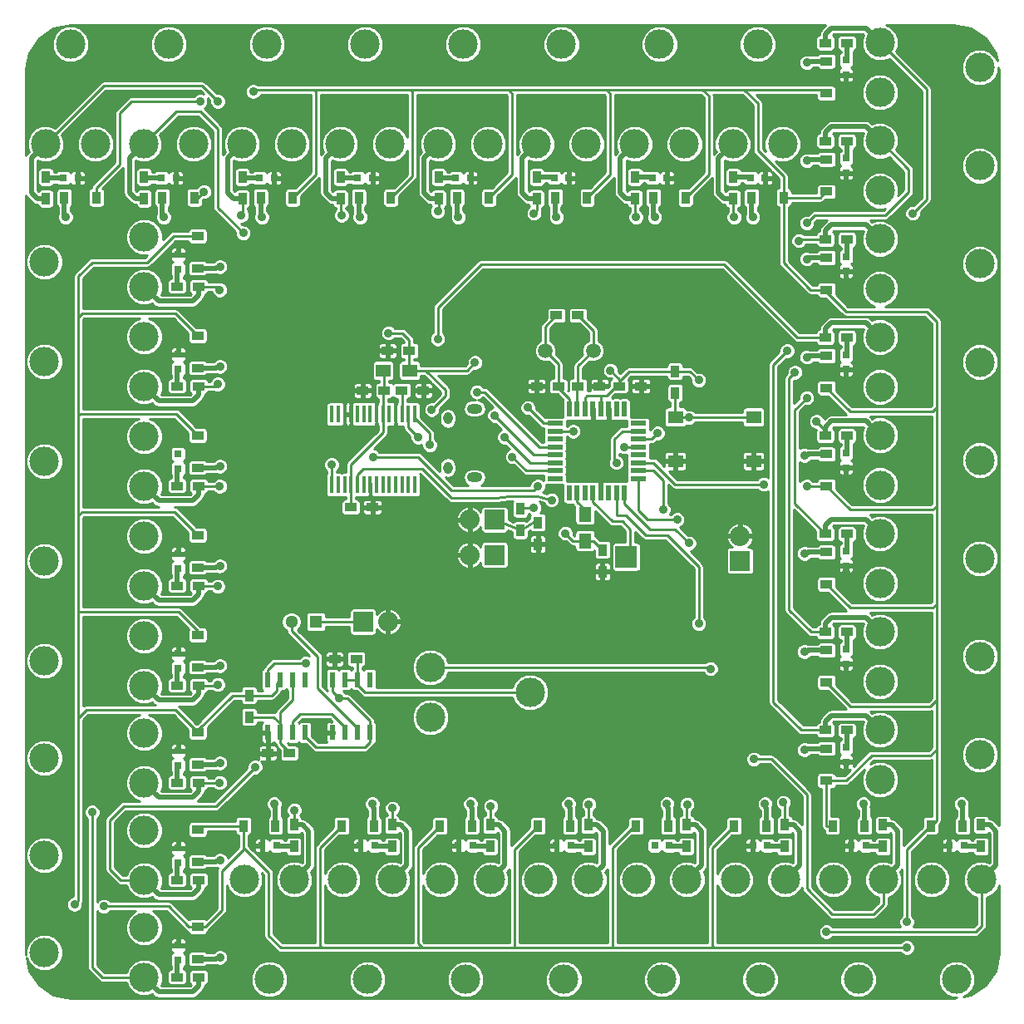
<source format=gtl>
G04 #@! TF.FileFunction,Copper,L1,Top,Signal*
%FSLAX46Y46*%
G04 Gerber Fmt 4.6, Leading zero omitted, Abs format (unit mm)*
G04 Created by KiCad (PCBNEW (2015-11-24 BZR 6329)-product) date Tue 26 Jan 2016 09:35:21 PM EST*
%MOMM*%
G01*
G04 APERTURE LIST*
%ADD10C,0.100000*%
%ADD11C,3.000000*%
%ADD12R,1.220000X0.910000*%
%ADD13R,0.797560X0.797560*%
%ADD14R,1.200000X0.900000*%
%ADD15R,0.910000X1.220000*%
%ADD16R,0.900000X1.200000*%
%ADD17R,2.032000X2.032000*%
%ADD18O,2.032000X2.032000*%
%ADD19R,0.450000X1.750000*%
%ADD20R,0.550000X1.600000*%
%ADD21R,1.600000X0.550000*%
%ADD22C,1.300000*%
%ADD23R,1.300000X1.300000*%
%ADD24R,1.300000X1.500000*%
%ADD25R,2.235200X2.235200*%
%ADD26O,0.950000X1.250000*%
%ADD27O,1.550000X1.000000*%
%ADD28R,1.550000X1.300000*%
%ADD29R,0.600000X1.550000*%
%ADD30C,1.501140*%
%ADD31R,1.500000X1.300000*%
%ADD32C,0.889000*%
%ADD33C,0.254000*%
%ADD34C,0.500000*%
G04 APERTURE END LIST*
D10*
D11*
X102504000Y-57084000D03*
X102504000Y-52004000D03*
X92344000Y-54544000D03*
D12*
X107964000Y-51909000D03*
X107964000Y-55179000D03*
D13*
X105964000Y-55293300D03*
X105964000Y-53794700D03*
D14*
X108064000Y-57044000D03*
X105864000Y-57044000D03*
X108064000Y-67204000D03*
X105864000Y-67204000D03*
D13*
X105964000Y-65453300D03*
X105964000Y-63954700D03*
D12*
X107964000Y-62069000D03*
X107964000Y-65339000D03*
D11*
X102504000Y-67244000D03*
X102504000Y-62164000D03*
X92344000Y-64704000D03*
X102504000Y-77404000D03*
X102504000Y-72324000D03*
X92344000Y-74864000D03*
D12*
X107964000Y-72229000D03*
X107964000Y-75499000D03*
D13*
X105964000Y-75613300D03*
X105964000Y-74114700D03*
D14*
X108064000Y-77364000D03*
X105864000Y-77364000D03*
X108064000Y-87524000D03*
X105864000Y-87524000D03*
D13*
X105964000Y-85773300D03*
X105964000Y-84274700D03*
D12*
X107964000Y-82389000D03*
X107964000Y-85659000D03*
D11*
X102504000Y-87564000D03*
X102504000Y-82484000D03*
X92344000Y-85024000D03*
X102504000Y-97724000D03*
X102504000Y-92644000D03*
X92344000Y-95184000D03*
D12*
X107964000Y-92549000D03*
X107964000Y-95819000D03*
D13*
X105964000Y-95933300D03*
X105964000Y-94434700D03*
D14*
X108064000Y-97684000D03*
X105864000Y-97684000D03*
X108064000Y-107590000D03*
X105864000Y-107590000D03*
D13*
X105964000Y-105839300D03*
X105964000Y-104340700D03*
D12*
X107964000Y-102455000D03*
X107964000Y-105725000D03*
D11*
X102504000Y-107630000D03*
X102504000Y-102550000D03*
X92344000Y-105090000D03*
X102504000Y-117536000D03*
X102504000Y-112456000D03*
X92344000Y-114996000D03*
D12*
X107964000Y-112361000D03*
X107964000Y-115631000D03*
D13*
X105964000Y-115745300D03*
X105964000Y-114246700D03*
D14*
X108064000Y-117496000D03*
X105864000Y-117496000D03*
X108064000Y-127402000D03*
X105864000Y-127402000D03*
D13*
X105964000Y-125651300D03*
X105964000Y-124152700D03*
D12*
X107964000Y-122267000D03*
X107964000Y-125537000D03*
D11*
X102504000Y-127442000D03*
X102504000Y-122362000D03*
X92344000Y-124902000D03*
X117790000Y-117460000D03*
X112710000Y-117460000D03*
X115250000Y-127620000D03*
D15*
X112615000Y-112000000D03*
X115885000Y-112000000D03*
D13*
X115999300Y-114000000D03*
X114500700Y-114000000D03*
D16*
X117750000Y-111900000D03*
X117750000Y-114100000D03*
X127750000Y-111900000D03*
X127750000Y-114100000D03*
D13*
X125999300Y-114000000D03*
X124500700Y-114000000D03*
D15*
X122615000Y-112000000D03*
X125885000Y-112000000D03*
D11*
X127790000Y-117460000D03*
X122710000Y-117460000D03*
X125250000Y-127620000D03*
X137790000Y-117460000D03*
X132710000Y-117460000D03*
X135250000Y-127620000D03*
D15*
X132615000Y-112000000D03*
X135885000Y-112000000D03*
D13*
X135999300Y-114000000D03*
X134500700Y-114000000D03*
D16*
X137750000Y-111900000D03*
X137750000Y-114100000D03*
X147750000Y-111900000D03*
X147750000Y-114100000D03*
D13*
X145999300Y-114000000D03*
X144500700Y-114000000D03*
D15*
X142615000Y-112000000D03*
X145885000Y-112000000D03*
D11*
X147790000Y-117460000D03*
X142710000Y-117460000D03*
X145250000Y-127620000D03*
X157790000Y-117460000D03*
X152710000Y-117460000D03*
X155250000Y-127620000D03*
D15*
X152615000Y-112000000D03*
X155885000Y-112000000D03*
D13*
X155999300Y-114000000D03*
X154500700Y-114000000D03*
D16*
X157750000Y-111900000D03*
X157750000Y-114100000D03*
X167750000Y-111900000D03*
X167750000Y-114100000D03*
D13*
X165999300Y-114000000D03*
X164500700Y-114000000D03*
D15*
X162615000Y-112000000D03*
X165885000Y-112000000D03*
D11*
X167790000Y-117460000D03*
X162710000Y-117460000D03*
X165250000Y-127620000D03*
X177790000Y-117460000D03*
X172710000Y-117460000D03*
X175250000Y-127620000D03*
D15*
X172615000Y-112000000D03*
X175885000Y-112000000D03*
D13*
X175999300Y-114000000D03*
X174500700Y-114000000D03*
D16*
X177750000Y-111900000D03*
X177750000Y-114100000D03*
X187750000Y-111900000D03*
X187750000Y-114100000D03*
D13*
X185999300Y-114000000D03*
X184500700Y-114000000D03*
D15*
X182615000Y-112000000D03*
X185885000Y-112000000D03*
D11*
X187790000Y-117460000D03*
X182710000Y-117460000D03*
X185250000Y-127620000D03*
X177460000Y-102210000D03*
X177460000Y-107290000D03*
X187620000Y-104750000D03*
D12*
X172000000Y-107385000D03*
X172000000Y-104115000D03*
D13*
X174000000Y-104000700D03*
X174000000Y-105499300D03*
D14*
X171900000Y-102250000D03*
X174100000Y-102250000D03*
X171900000Y-92250000D03*
X174100000Y-92250000D03*
D13*
X174000000Y-94000700D03*
X174000000Y-95499300D03*
D12*
X172000000Y-97385000D03*
X172000000Y-94115000D03*
D11*
X177460000Y-92210000D03*
X177460000Y-97290000D03*
X187620000Y-94750000D03*
X177460000Y-82210000D03*
X177460000Y-87290000D03*
X187620000Y-84750000D03*
D12*
X172000000Y-87385000D03*
X172000000Y-84115000D03*
D13*
X174000000Y-84000700D03*
X174000000Y-85499300D03*
D14*
X171900000Y-82250000D03*
X174100000Y-82250000D03*
X171900000Y-72250000D03*
X174100000Y-72250000D03*
D13*
X174000000Y-74000700D03*
X174000000Y-75499300D03*
D12*
X172000000Y-77385000D03*
X172000000Y-74115000D03*
D11*
X177460000Y-72210000D03*
X177460000Y-77290000D03*
X187620000Y-74750000D03*
X177460000Y-62210000D03*
X177460000Y-67290000D03*
X187620000Y-64750000D03*
D12*
X172000000Y-67385000D03*
X172000000Y-64115000D03*
D13*
X174000000Y-64000700D03*
X174000000Y-65499300D03*
D14*
X171900000Y-62250000D03*
X174100000Y-62250000D03*
X171900000Y-52250000D03*
X174100000Y-52250000D03*
D13*
X174000000Y-54000700D03*
X174000000Y-55499300D03*
D12*
X172000000Y-57385000D03*
X172000000Y-54115000D03*
D11*
X177460000Y-52210000D03*
X177460000Y-57290000D03*
X187620000Y-54750000D03*
X177460000Y-42210000D03*
X177460000Y-47290000D03*
X187620000Y-44750000D03*
D12*
X172000000Y-47385000D03*
X172000000Y-44115000D03*
D13*
X174000000Y-44000700D03*
X174000000Y-45499300D03*
D14*
X171900000Y-42250000D03*
X174100000Y-42250000D03*
X171900000Y-32250000D03*
X174100000Y-32250000D03*
D13*
X174000000Y-34000700D03*
X174000000Y-35499300D03*
D12*
X172000000Y-37385000D03*
X172000000Y-34115000D03*
D11*
X177460000Y-32210000D03*
X177460000Y-37290000D03*
X187620000Y-34750000D03*
X162460000Y-42540000D03*
X167540000Y-42540000D03*
X165000000Y-32380000D03*
D15*
X167635000Y-48000000D03*
X164365000Y-48000000D03*
D13*
X164250700Y-46000000D03*
X165749300Y-46000000D03*
D16*
X162500000Y-48100000D03*
X162500000Y-45900000D03*
X152500000Y-48100000D03*
X152500000Y-45900000D03*
D13*
X154250700Y-46000000D03*
X155749300Y-46000000D03*
D15*
X157635000Y-48000000D03*
X154365000Y-48000000D03*
D11*
X152460000Y-42540000D03*
X157540000Y-42540000D03*
X155000000Y-32380000D03*
D17*
X163200000Y-85000000D03*
D18*
X163200000Y-82460000D03*
D11*
X92460000Y-42540000D03*
X97540000Y-42540000D03*
X95000000Y-32380000D03*
X102460000Y-42540000D03*
X107540000Y-42540000D03*
X105000000Y-32380000D03*
X112460000Y-42540000D03*
X117540000Y-42540000D03*
X115000000Y-32380000D03*
X122460000Y-42540000D03*
X127540000Y-42540000D03*
X125000000Y-32380000D03*
X132460000Y-42540000D03*
X137540000Y-42540000D03*
X135000000Y-32380000D03*
X142460000Y-42540000D03*
X147540000Y-42540000D03*
X145000000Y-32380000D03*
D19*
X121625000Y-77250000D03*
X122275000Y-77250000D03*
X122925000Y-77250000D03*
X123575000Y-77250000D03*
X124225000Y-77250000D03*
X124875000Y-77250000D03*
X125525000Y-77250000D03*
X126175000Y-77250000D03*
X126825000Y-77250000D03*
X127475000Y-77250000D03*
X128125000Y-77250000D03*
X128775000Y-77250000D03*
X129425000Y-77250000D03*
X130075000Y-77250000D03*
X130075000Y-70050000D03*
X129425000Y-70050000D03*
X128775000Y-70050000D03*
X128125000Y-70050000D03*
X127475000Y-70050000D03*
X126825000Y-70050000D03*
X126175000Y-70050000D03*
X125525000Y-70050000D03*
X124875000Y-70050000D03*
X124225000Y-70050000D03*
X123575000Y-70050000D03*
X122925000Y-70050000D03*
X122275000Y-70050000D03*
X121625000Y-70050000D03*
D20*
X151400000Y-69550000D03*
X150600000Y-69550000D03*
X149800000Y-69550000D03*
X149000000Y-69550000D03*
X148200000Y-69550000D03*
X147400000Y-69550000D03*
X146600000Y-69550000D03*
X145800000Y-69550000D03*
D21*
X144350000Y-71000000D03*
X144350000Y-71800000D03*
X144350000Y-72600000D03*
X144350000Y-73400000D03*
X144350000Y-74200000D03*
X144350000Y-75000000D03*
X144350000Y-75800000D03*
X144350000Y-76600000D03*
D20*
X145800000Y-78050000D03*
X146600000Y-78050000D03*
X147400000Y-78050000D03*
X148200000Y-78050000D03*
X149000000Y-78050000D03*
X149800000Y-78050000D03*
X150600000Y-78050000D03*
X151400000Y-78050000D03*
D21*
X152850000Y-76600000D03*
X152850000Y-75800000D03*
X152850000Y-75000000D03*
X152850000Y-74200000D03*
X152850000Y-73400000D03*
X152850000Y-72600000D03*
X152850000Y-71800000D03*
X152850000Y-71000000D03*
D22*
X117500000Y-91200000D03*
D23*
X120000000Y-91200000D03*
D24*
X147400000Y-82950000D03*
X147400000Y-80250000D03*
D17*
X124800000Y-91200000D03*
D18*
X127340000Y-91200000D03*
D25*
X151600000Y-84600000D03*
D26*
X133437460Y-70499100D03*
X133437460Y-75499100D03*
D27*
X136137460Y-69499100D03*
X136137460Y-76499100D03*
D17*
X138200000Y-84400000D03*
D18*
X135660000Y-84400000D03*
D17*
X138200000Y-80800000D03*
D18*
X135660000Y-80800000D03*
D28*
X156625000Y-74850000D03*
X156625000Y-70350000D03*
X164575000Y-70350000D03*
X164575000Y-74850000D03*
D29*
X115095000Y-102500000D03*
X116365000Y-102500000D03*
X117635000Y-102500000D03*
X118905000Y-102500000D03*
X118905000Y-97100000D03*
X117635000Y-97100000D03*
X116365000Y-97100000D03*
X115095000Y-97100000D03*
X121695000Y-102500000D03*
X122965000Y-102500000D03*
X124235000Y-102500000D03*
X125505000Y-102500000D03*
X125505000Y-97100000D03*
X124235000Y-97100000D03*
X122965000Y-97100000D03*
X121695000Y-97100000D03*
D11*
X131660000Y-95860000D03*
X131660000Y-100940000D03*
X141820000Y-98400000D03*
D30*
X148240940Y-63600000D03*
X143359060Y-63600000D03*
D14*
X117300000Y-104600000D03*
X115100000Y-104600000D03*
X124100000Y-95000000D03*
X121900000Y-95000000D03*
X148900000Y-67200000D03*
X146700000Y-67200000D03*
X142500000Y-67200000D03*
X144700000Y-67200000D03*
X129500000Y-63600000D03*
X127300000Y-63600000D03*
X125750000Y-79550000D03*
X123550000Y-79550000D03*
X128750000Y-67650000D03*
X130950000Y-67650000D03*
X124750000Y-67650000D03*
X126950000Y-67650000D03*
D16*
X149200000Y-83900000D03*
X149200000Y-86100000D03*
D14*
X150900000Y-67200000D03*
X153100000Y-67200000D03*
D16*
X142600000Y-81100000D03*
X142600000Y-83300000D03*
D15*
X97635000Y-48000000D03*
X94365000Y-48000000D03*
X107635000Y-48000000D03*
X104365000Y-48000000D03*
X117635000Y-48000000D03*
X114365000Y-48000000D03*
X127635000Y-48000000D03*
X124365000Y-48000000D03*
X137635000Y-48000000D03*
X134365000Y-48000000D03*
X147635000Y-48000000D03*
X144365000Y-48000000D03*
D31*
X129550000Y-65600000D03*
X126850000Y-65600000D03*
D13*
X94250700Y-46000000D03*
X95749300Y-46000000D03*
X104250700Y-46000000D03*
X105749300Y-46000000D03*
X114250700Y-46000000D03*
X115749300Y-46000000D03*
X124250700Y-46000000D03*
X125749300Y-46000000D03*
X134250700Y-46000000D03*
X135749300Y-46000000D03*
X144250700Y-46000000D03*
X145749300Y-46000000D03*
D16*
X113200000Y-98700000D03*
X113200000Y-100900000D03*
X156600000Y-65700000D03*
X156600000Y-67900000D03*
X140800000Y-81900000D03*
X140800000Y-79700000D03*
X92500000Y-48100000D03*
X92500000Y-45900000D03*
X102500000Y-48100000D03*
X102500000Y-45900000D03*
X112500000Y-48100000D03*
X112500000Y-45900000D03*
X122500000Y-48100000D03*
X122500000Y-45900000D03*
X132500000Y-48100000D03*
X132500000Y-45900000D03*
X142500000Y-48100000D03*
X142500000Y-45900000D03*
D14*
X146700000Y-60000000D03*
X144500000Y-60000000D03*
D32*
X120800000Y-102600000D03*
X148200000Y-71000000D03*
X174000000Y-86200000D03*
X133400000Y-55000000D03*
X94500000Y-50000000D03*
X170000000Y-77400000D03*
X165600000Y-77200000D03*
X95400000Y-120000000D03*
X98400000Y-120200000D03*
X180200000Y-124400000D03*
X180200000Y-121800000D03*
X113600000Y-37200000D03*
X108600000Y-47400000D03*
X108200000Y-38200000D03*
X104500000Y-50000000D03*
X114500000Y-50000000D03*
X124500000Y-50000000D03*
X134500000Y-50000000D03*
X144500000Y-50000000D03*
X154500000Y-50000000D03*
X164500000Y-50000000D03*
X170000000Y-34250000D03*
X170000000Y-44250000D03*
X170000000Y-54250000D03*
X170000000Y-64250000D03*
X169750000Y-74250000D03*
X169750000Y-84250000D03*
X169750000Y-94250000D03*
X169750000Y-104250000D03*
X185750000Y-109750000D03*
X175750000Y-109750000D03*
X165750000Y-109750000D03*
X155750000Y-109750000D03*
X145750000Y-109750000D03*
X135750000Y-109750000D03*
X125750000Y-109750000D03*
X115750000Y-109750000D03*
X110214000Y-125402000D03*
X110214000Y-115496000D03*
X110214000Y-105590000D03*
X110214000Y-95684000D03*
X110214000Y-85524000D03*
X110214000Y-75364000D03*
X110214000Y-65204000D03*
X110214000Y-55044000D03*
X160200000Y-96000000D03*
X127400000Y-61800000D03*
X131800000Y-69600000D03*
X136200000Y-64800000D03*
X150000000Y-65600000D03*
X159000000Y-66600000D03*
X145400000Y-82200000D03*
X122400000Y-99000000D03*
X119000000Y-95400000D03*
X141600000Y-69400000D03*
X146200000Y-71800000D03*
X142200000Y-79600000D03*
X136400000Y-67800000D03*
X138200000Y-70200000D03*
X139200000Y-72400000D03*
X140000000Y-74400000D03*
X159000000Y-91400000D03*
X158000000Y-83200000D03*
X156800000Y-80800000D03*
X155400000Y-79800000D03*
X158000000Y-70400000D03*
X151400000Y-73400000D03*
X121600000Y-75200000D03*
X125800000Y-74400000D03*
X142600000Y-77400000D03*
X154800000Y-72000000D03*
X150600000Y-75000000D03*
X144000000Y-78800000D03*
X130400000Y-72400000D03*
X131600000Y-73200000D03*
X110000000Y-38200000D03*
X112600000Y-51600000D03*
X112400000Y-49800000D03*
X122600000Y-49800000D03*
X132400000Y-49400000D03*
X142200000Y-49600000D03*
X152600000Y-50000000D03*
X162600000Y-50000000D03*
X180800000Y-49600000D03*
X170000000Y-50600000D03*
X169200000Y-52400000D03*
X132400000Y-62400000D03*
X171000000Y-70800000D03*
X170000000Y-68400000D03*
X168800000Y-65800000D03*
X168000000Y-63600000D03*
X172000000Y-122800000D03*
X164600000Y-105200000D03*
X167600000Y-109600000D03*
X157800000Y-109800000D03*
X147800000Y-109800000D03*
X137800000Y-110000000D03*
X127800000Y-110200000D03*
X117800000Y-110400000D03*
X97200000Y-110600000D03*
X113800000Y-106000000D03*
X110200000Y-107600000D03*
X110000000Y-97600000D03*
X110000000Y-87600000D03*
X110200000Y-77400000D03*
X110000000Y-67000000D03*
X110200000Y-57400000D03*
D33*
X116365000Y-102500000D02*
X116365000Y-100435000D01*
X117635000Y-99165000D02*
X117635000Y-97100000D01*
X116365000Y-100435000D02*
X117635000Y-99165000D01*
X113200000Y-100900000D02*
X115700000Y-100900000D01*
X116400000Y-101600000D02*
X116400000Y-102465000D01*
X115700000Y-100900000D02*
X116400000Y-101600000D01*
X116400000Y-102465000D02*
X116365000Y-102500000D01*
X117300000Y-104600000D02*
X117300000Y-104500000D01*
X117300000Y-104500000D02*
X116365000Y-103565000D01*
X116365000Y-103565000D02*
X116365000Y-102500000D01*
X121695000Y-102500000D02*
X120900000Y-102500000D01*
X120900000Y-102500000D02*
X120800000Y-102600000D01*
X148200000Y-69550000D02*
X148200000Y-71000000D01*
X174000000Y-85499300D02*
X174000000Y-86200000D01*
D34*
X95849300Y-45900000D02*
X95749300Y-46000000D01*
X95849300Y-45900000D02*
X95749300Y-46000000D01*
D33*
X120000000Y-91200000D02*
X124800000Y-91200000D01*
X124235000Y-97100000D02*
X124235000Y-97635000D01*
X124235000Y-97635000D02*
X125000000Y-98400000D01*
X125000000Y-98400000D02*
X141820000Y-98400000D01*
X122965000Y-97100000D02*
X124235000Y-97100000D01*
X124235000Y-97100000D02*
X124235000Y-95135000D01*
X124235000Y-95135000D02*
X124100000Y-95000000D01*
D34*
X94365000Y-49865000D02*
X94365000Y-48000000D01*
X94500000Y-50000000D02*
X94365000Y-49865000D01*
D33*
X113200000Y-98700000D02*
X115500000Y-98700000D01*
X116000000Y-97465000D02*
X116365000Y-97100000D01*
X116000000Y-98200000D02*
X116000000Y-97465000D01*
X115500000Y-98700000D02*
X116000000Y-98200000D01*
X107964000Y-102455000D02*
X107964000Y-102236000D01*
X107964000Y-102236000D02*
X111500000Y-98700000D01*
X111500000Y-98700000D02*
X113200000Y-98700000D01*
X152850000Y-75000000D02*
X154400000Y-75000000D01*
X170015000Y-77385000D02*
X172000000Y-77385000D01*
X170000000Y-77400000D02*
X170015000Y-77385000D01*
X156600000Y-77200000D02*
X165600000Y-77200000D01*
X154400000Y-75000000D02*
X156600000Y-77200000D01*
X95800000Y-60200000D02*
X95800000Y-56000000D01*
X105491000Y-51909000D02*
X107964000Y-51909000D01*
X102800000Y-54600000D02*
X105491000Y-51909000D01*
X97200000Y-54600000D02*
X102800000Y-54600000D01*
X95800000Y-56000000D02*
X97200000Y-54600000D01*
X95800000Y-70400000D02*
X95800000Y-60200000D01*
X105695000Y-59800000D02*
X107964000Y-62069000D01*
X96200000Y-59800000D02*
X105695000Y-59800000D01*
X95800000Y-60200000D02*
X96200000Y-59800000D01*
X95800000Y-80600000D02*
X95800000Y-70400000D01*
X95800000Y-70400000D02*
X95800000Y-70200000D01*
X105735000Y-70000000D02*
X107964000Y-72229000D01*
X96000000Y-70000000D02*
X105735000Y-70000000D01*
X95800000Y-70200000D02*
X96000000Y-70000000D01*
X95800000Y-90200000D02*
X95800000Y-80600000D01*
X95800000Y-80600000D02*
X95800000Y-80400000D01*
X105575000Y-80000000D02*
X107964000Y-82389000D01*
X96200000Y-80000000D02*
X105575000Y-80000000D01*
X95800000Y-80400000D02*
X96200000Y-80000000D01*
X95800000Y-101000000D02*
X95800000Y-90200000D01*
X106000000Y-90200000D02*
X107964000Y-92164000D01*
X95800000Y-90200000D02*
X106000000Y-90200000D01*
X107964000Y-92164000D02*
X107964000Y-92549000D01*
X107964000Y-122267000D02*
X107067000Y-122267000D01*
X105709000Y-100200000D02*
X107964000Y-102455000D01*
X96600000Y-100200000D02*
X105709000Y-100200000D01*
X95800000Y-101000000D02*
X96600000Y-100200000D01*
X95800000Y-119600000D02*
X95800000Y-101000000D01*
X95400000Y-120000000D02*
X95800000Y-119600000D01*
X105000000Y-120200000D02*
X98400000Y-120200000D01*
X107067000Y-122267000D02*
X105000000Y-120200000D01*
X112615000Y-112000000D02*
X112615000Y-114385000D01*
X108733000Y-122267000D02*
X107964000Y-122267000D01*
X110400000Y-120600000D02*
X108733000Y-122267000D01*
X110400000Y-116600000D02*
X110400000Y-120600000D01*
X112615000Y-114385000D02*
X110400000Y-116600000D01*
X112615000Y-112000000D02*
X108325000Y-112000000D01*
X108325000Y-112000000D02*
X107964000Y-112361000D01*
X120800000Y-124400000D02*
X116400000Y-124400000D01*
X112615000Y-114215000D02*
X112615000Y-112000000D01*
X115200000Y-116800000D02*
X112615000Y-114215000D01*
X115200000Y-123200000D02*
X115200000Y-116800000D01*
X116400000Y-124400000D02*
X115200000Y-123200000D01*
X131000000Y-124400000D02*
X120800000Y-124400000D01*
X120800000Y-124400000D02*
X120600000Y-124400000D01*
X120400000Y-114215000D02*
X122615000Y-112000000D01*
X120400000Y-124200000D02*
X120400000Y-114215000D01*
X120600000Y-124400000D02*
X120400000Y-124200000D01*
X140400000Y-124400000D02*
X131000000Y-124400000D01*
X131000000Y-124400000D02*
X130800000Y-124400000D01*
X130400000Y-114215000D02*
X132615000Y-112000000D01*
X130400000Y-124000000D02*
X130400000Y-114215000D01*
X130800000Y-124400000D02*
X130400000Y-124000000D01*
X150400000Y-124400000D02*
X140400000Y-124400000D01*
X140400000Y-124400000D02*
X140200000Y-124400000D01*
X140200000Y-114400000D02*
X142600000Y-112000000D01*
X140200000Y-124400000D02*
X140200000Y-114400000D01*
X142600000Y-112000000D02*
X142615000Y-112000000D01*
X160600000Y-124400000D02*
X150400000Y-124400000D01*
X150400000Y-124400000D02*
X150200000Y-124400000D01*
X150200000Y-114200000D02*
X152400000Y-112000000D01*
X150200000Y-124400000D02*
X150200000Y-114200000D01*
X152400000Y-112000000D02*
X152615000Y-112000000D01*
X182615000Y-112000000D02*
X182600000Y-112000000D01*
X182600000Y-112000000D02*
X180200000Y-114400000D01*
X160400000Y-114215000D02*
X162615000Y-112000000D01*
X160400000Y-124200000D02*
X160400000Y-114215000D01*
X160600000Y-124400000D02*
X160400000Y-124200000D01*
X161400000Y-124400000D02*
X160600000Y-124400000D01*
X172600000Y-124400000D02*
X161400000Y-124400000D01*
X180200000Y-124400000D02*
X172600000Y-124400000D01*
X180200000Y-114400000D02*
X180200000Y-121800000D01*
X172000000Y-107385000D02*
X172000000Y-112000000D01*
X172000000Y-112000000D02*
X172615000Y-112000000D01*
X183200000Y-104200000D02*
X182600000Y-104800000D01*
X174015000Y-107385000D02*
X172000000Y-107385000D01*
X176600000Y-104800000D02*
X174015000Y-107385000D01*
X182600000Y-104800000D02*
X176600000Y-104800000D01*
X183200000Y-99200000D02*
X183200000Y-104200000D01*
X183200000Y-104200000D02*
X183200000Y-111415000D01*
X183200000Y-111415000D02*
X182615000Y-112000000D01*
X183200000Y-89400000D02*
X183200000Y-99200000D01*
X174415000Y-99800000D02*
X172000000Y-97385000D01*
X182600000Y-99800000D02*
X174415000Y-99800000D01*
X183200000Y-99200000D02*
X182600000Y-99800000D01*
X183200000Y-79400000D02*
X183200000Y-89400000D01*
X174415000Y-89800000D02*
X172000000Y-87385000D01*
X182800000Y-89800000D02*
X174415000Y-89800000D01*
X183200000Y-89400000D02*
X182800000Y-89800000D01*
X183200000Y-69400000D02*
X183200000Y-79400000D01*
X174415000Y-79800000D02*
X172000000Y-77385000D01*
X182800000Y-79800000D02*
X174415000Y-79800000D01*
X183200000Y-79400000D02*
X182800000Y-79800000D01*
X183200000Y-69000000D02*
X183200000Y-69400000D01*
X174000000Y-59600000D02*
X182200000Y-59600000D01*
X182200000Y-59600000D02*
X183200000Y-60600000D01*
X183200000Y-60600000D02*
X183200000Y-69000000D01*
X182400000Y-69800000D02*
X174415000Y-69800000D01*
X172000000Y-67385000D02*
X174415000Y-69800000D01*
X174000000Y-59600000D02*
X172000000Y-57600000D01*
X182800000Y-69800000D02*
X182400000Y-69800000D01*
X183200000Y-69400000D02*
X182800000Y-69800000D01*
X172000000Y-57385000D02*
X172000000Y-57600000D01*
X167635000Y-48000000D02*
X167635000Y-54635000D01*
X170385000Y-57385000D02*
X172000000Y-57385000D01*
X167635000Y-54635000D02*
X170385000Y-57385000D01*
X167635000Y-48000000D02*
X171385000Y-48000000D01*
X171385000Y-48000000D02*
X172000000Y-47385000D01*
X163200000Y-37000000D02*
X171615000Y-37000000D01*
X171615000Y-37000000D02*
X172000000Y-37385000D01*
X159200000Y-37000000D02*
X163200000Y-37000000D01*
X163200000Y-37000000D02*
X163600000Y-37000000D01*
X167635000Y-45835000D02*
X167635000Y-48000000D01*
X165000000Y-43200000D02*
X167635000Y-45835000D01*
X165000000Y-38400000D02*
X165000000Y-43200000D01*
X163600000Y-37000000D02*
X165000000Y-38400000D01*
X149400000Y-37000000D02*
X159200000Y-37000000D01*
X159200000Y-37000000D02*
X159400000Y-37000000D01*
X160000000Y-45635000D02*
X157635000Y-48000000D01*
X160000000Y-37600000D02*
X160000000Y-45635000D01*
X159400000Y-37000000D02*
X160000000Y-37600000D01*
X139000000Y-37000000D02*
X149400000Y-37000000D01*
X149400000Y-37000000D02*
X149600000Y-37000000D01*
X150000000Y-45635000D02*
X147635000Y-48000000D01*
X150000000Y-37400000D02*
X150000000Y-45635000D01*
X149600000Y-37000000D02*
X150000000Y-37400000D01*
X129400000Y-37000000D02*
X139000000Y-37000000D01*
X139000000Y-37000000D02*
X139600000Y-37000000D01*
X140000000Y-45635000D02*
X137635000Y-48000000D01*
X140000000Y-37400000D02*
X140000000Y-45635000D01*
X139600000Y-37000000D02*
X140000000Y-37400000D01*
X119400000Y-37000000D02*
X129400000Y-37000000D01*
X129400000Y-37000000D02*
X129600000Y-37000000D01*
X129800000Y-45835000D02*
X127635000Y-48000000D01*
X129800000Y-37200000D02*
X129800000Y-45835000D01*
X129600000Y-37000000D02*
X129800000Y-37200000D01*
X120000000Y-45635000D02*
X117635000Y-48000000D01*
X120000000Y-37200000D02*
X120000000Y-45635000D01*
X119800000Y-37000000D02*
X120000000Y-37200000D01*
X113800000Y-37000000D02*
X119400000Y-37000000D01*
X119400000Y-37000000D02*
X119800000Y-37000000D01*
X113600000Y-37200000D02*
X113800000Y-37000000D01*
X97635000Y-48000000D02*
X97635000Y-46965000D01*
X108600000Y-47400000D02*
X108000000Y-48000000D01*
X101200000Y-38200000D02*
X108200000Y-38200000D01*
X100000000Y-39400000D02*
X101200000Y-38200000D01*
X100000000Y-44600000D02*
X100000000Y-39400000D01*
X97635000Y-46965000D02*
X100000000Y-44600000D01*
X108000000Y-48000000D02*
X107635000Y-48000000D01*
D34*
X104365000Y-48000000D02*
X104365000Y-49865000D01*
X104365000Y-49865000D02*
X104500000Y-50000000D01*
X114365000Y-48000000D02*
X114365000Y-49865000D01*
X114365000Y-49865000D02*
X114500000Y-50000000D01*
X124365000Y-48000000D02*
X124365000Y-49865000D01*
X124365000Y-49865000D02*
X124500000Y-50000000D01*
X134365000Y-48000000D02*
X134365000Y-49865000D01*
X134365000Y-49865000D02*
X134500000Y-50000000D01*
X144365000Y-48000000D02*
X144365000Y-49865000D01*
X144365000Y-49865000D02*
X144500000Y-50000000D01*
X154365000Y-49865000D02*
X154500000Y-50000000D01*
X154365000Y-48000000D02*
X154365000Y-49865000D01*
X164365000Y-48000000D02*
X164365000Y-49865000D01*
X164365000Y-49865000D02*
X164500000Y-50000000D01*
X170135000Y-34115000D02*
X170000000Y-34250000D01*
X172000000Y-34115000D02*
X170135000Y-34115000D01*
X172000000Y-44115000D02*
X170135000Y-44115000D01*
X170135000Y-44115000D02*
X170000000Y-44250000D01*
X170135000Y-54115000D02*
X170000000Y-54250000D01*
X172000000Y-54115000D02*
X170135000Y-54115000D01*
X172000000Y-64115000D02*
X170135000Y-64115000D01*
X170135000Y-64115000D02*
X170000000Y-64250000D01*
X170135000Y-74115000D02*
X170000000Y-74250000D01*
X172000000Y-74115000D02*
X170135000Y-74115000D01*
X172000000Y-84115000D02*
X170135000Y-84115000D01*
X170135000Y-84115000D02*
X170000000Y-84250000D01*
X170135000Y-94115000D02*
X170000000Y-94250000D01*
X172000000Y-94115000D02*
X170135000Y-94115000D01*
X172000000Y-104115000D02*
X170135000Y-104115000D01*
X170135000Y-104115000D02*
X170000000Y-104250000D01*
X185885000Y-110135000D02*
X185750000Y-110000000D01*
X185885000Y-112000000D02*
X185885000Y-110135000D01*
X175885000Y-112000000D02*
X175885000Y-110135000D01*
X175885000Y-110135000D02*
X175750000Y-110000000D01*
X165885000Y-110135000D02*
X165750000Y-110000000D01*
X165885000Y-112000000D02*
X165885000Y-110135000D01*
X155885000Y-112000000D02*
X155885000Y-110135000D01*
X155885000Y-110135000D02*
X155750000Y-110000000D01*
D33*
X122965000Y-102500000D02*
X122965000Y-101965000D01*
X122965000Y-101965000D02*
X121600000Y-100600000D01*
X121600000Y-100600000D02*
X118400000Y-100600000D01*
X118400000Y-100600000D02*
X117635000Y-101365000D01*
X117635000Y-101365000D02*
X117635000Y-102500000D01*
X124235000Y-102500000D02*
X124235000Y-102035000D01*
X124235000Y-102035000D02*
X120200000Y-98000000D01*
X120200000Y-98000000D02*
X120200000Y-94800000D01*
X120200000Y-94800000D02*
X117500000Y-92100000D01*
X117500000Y-92100000D02*
X117500000Y-91200000D01*
D34*
X145885000Y-110135000D02*
X145750000Y-110000000D01*
X145885000Y-112000000D02*
X145885000Y-110135000D01*
X135885000Y-112000000D02*
X135885000Y-110135000D01*
X135885000Y-110135000D02*
X135750000Y-110000000D01*
X125885000Y-110135000D02*
X125750000Y-110000000D01*
X125885000Y-112000000D02*
X125885000Y-110135000D01*
X115885000Y-112000000D02*
X115885000Y-110135000D01*
X115885000Y-110135000D02*
X115750000Y-110000000D01*
X109829000Y-125537000D02*
X109964000Y-125402000D01*
X107964000Y-125537000D02*
X109829000Y-125537000D01*
X107964000Y-115631000D02*
X109829000Y-115631000D01*
X109829000Y-115631000D02*
X109964000Y-115496000D01*
X109829000Y-105725000D02*
X109964000Y-105590000D01*
X107964000Y-105725000D02*
X109829000Y-105725000D01*
X107964000Y-95819000D02*
X109829000Y-95819000D01*
X109829000Y-95819000D02*
X109964000Y-95684000D01*
X109829000Y-85659000D02*
X109964000Y-85524000D01*
X107964000Y-85659000D02*
X109829000Y-85659000D01*
X107964000Y-75499000D02*
X109829000Y-75499000D01*
X109829000Y-75499000D02*
X109964000Y-75364000D01*
X109829000Y-65339000D02*
X109964000Y-65204000D01*
X107964000Y-65339000D02*
X109829000Y-65339000D01*
X107964000Y-55179000D02*
X109829000Y-55179000D01*
X109829000Y-55179000D02*
X109964000Y-55044000D01*
D33*
X146600000Y-69550000D02*
X146600000Y-67500000D01*
X146600000Y-67500000D02*
X146700000Y-67400000D01*
X148240940Y-63600000D02*
X148240940Y-61540940D01*
X148240940Y-61540940D02*
X146700000Y-60000000D01*
X146700000Y-67400000D02*
X146700000Y-65140940D01*
X146700000Y-65140940D02*
X148240940Y-63600000D01*
X145800000Y-69550000D02*
X145800000Y-68500000D01*
X145800000Y-68500000D02*
X144700000Y-67400000D01*
X143359060Y-63600000D02*
X143359060Y-61140940D01*
X143359060Y-61140940D02*
X144500000Y-60000000D01*
X144700000Y-67400000D02*
X144700000Y-64940940D01*
X144700000Y-64940940D02*
X143359060Y-63600000D01*
X145000000Y-67700000D02*
X144700000Y-67400000D01*
X131660000Y-95860000D02*
X160060000Y-95860000D01*
X160060000Y-95860000D02*
X160200000Y-96000000D01*
X129500000Y-62500000D02*
X129500000Y-63600000D01*
X128800000Y-61800000D02*
X129500000Y-62500000D01*
X127400000Y-61800000D02*
X128800000Y-61800000D01*
X131800000Y-69600000D02*
X133200000Y-68200000D01*
X133200000Y-68200000D02*
X133200000Y-67600000D01*
X133200000Y-67600000D02*
X131200000Y-65600000D01*
X150900000Y-67200000D02*
X150900000Y-66500000D01*
X135400000Y-65600000D02*
X131200000Y-65600000D01*
X131200000Y-65600000D02*
X129550000Y-65600000D01*
X136200000Y-64800000D02*
X135400000Y-65600000D01*
X150900000Y-66500000D02*
X150000000Y-65600000D01*
X158100000Y-65700000D02*
X156600000Y-65700000D01*
X159000000Y-66600000D02*
X158100000Y-65700000D01*
X146150000Y-82950000D02*
X147400000Y-82950000D01*
X145400000Y-82200000D02*
X146150000Y-82950000D01*
X122400000Y-99000000D02*
X123200000Y-99000000D01*
X125505000Y-101305000D02*
X125505000Y-102500000D01*
X123200000Y-99000000D02*
X125505000Y-101305000D01*
X115095000Y-97100000D02*
X115095000Y-96105000D01*
X121695000Y-98295000D02*
X121695000Y-97100000D01*
X122400000Y-99000000D02*
X121695000Y-98295000D01*
X115800000Y-95400000D02*
X119000000Y-95400000D01*
X115095000Y-96105000D02*
X115800000Y-95400000D01*
X118905000Y-102500000D02*
X118905000Y-102905000D01*
X118905000Y-102905000D02*
X120000000Y-104000000D01*
X125505000Y-103495000D02*
X125505000Y-102500000D01*
X125000000Y-104000000D02*
X125505000Y-103495000D01*
X120000000Y-104000000D02*
X125000000Y-104000000D01*
X156600000Y-65700000D02*
X151900000Y-65700000D01*
X151900000Y-65700000D02*
X150900000Y-66700000D01*
X150900000Y-66700000D02*
X150900000Y-67200000D01*
X147400000Y-82950000D02*
X148250000Y-82950000D01*
X148250000Y-82950000D02*
X149200000Y-83900000D01*
X149000000Y-68200000D02*
X149000000Y-69550000D01*
X150900000Y-67400000D02*
X150400000Y-67400000D01*
X150400000Y-67400000D02*
X149600000Y-68200000D01*
X149600000Y-68200000D02*
X149000000Y-68200000D01*
X149000000Y-68200000D02*
X147600000Y-68200000D01*
X147600000Y-68200000D02*
X147400000Y-68400000D01*
X147400000Y-68400000D02*
X147400000Y-69550000D01*
X129500000Y-63600000D02*
X129500000Y-65550000D01*
X129500000Y-65550000D02*
X129550000Y-65600000D01*
X126950000Y-67650000D02*
X126950000Y-65700000D01*
X126950000Y-65700000D02*
X126850000Y-65600000D01*
X123575000Y-77250000D02*
X123575000Y-75175000D01*
X126825000Y-71925000D02*
X126825000Y-70050000D01*
X123575000Y-75175000D02*
X126825000Y-71925000D01*
X126950000Y-67650000D02*
X126825000Y-67775000D01*
X126825000Y-67775000D02*
X126825000Y-70050000D01*
X123575000Y-77250000D02*
X123575000Y-79475000D01*
X123575000Y-79475000D02*
X123750000Y-79650000D01*
X128750000Y-67650000D02*
X128775000Y-67675000D01*
X128775000Y-67675000D02*
X128775000Y-70050000D01*
X140800000Y-81900000D02*
X142400000Y-80900000D01*
X142400000Y-80900000D02*
X142600000Y-81100000D01*
X138200000Y-80800000D02*
X140700000Y-81800000D01*
X140700000Y-81800000D02*
X140800000Y-81900000D01*
X144350000Y-71000000D02*
X143200000Y-71000000D01*
X143200000Y-71000000D02*
X141600000Y-69400000D01*
X144350000Y-71800000D02*
X146200000Y-71800000D01*
X140800000Y-79700000D02*
X140800000Y-79600000D01*
X140800000Y-79600000D02*
X142200000Y-79600000D01*
X144350000Y-73400000D02*
X142800000Y-73400000D01*
X137200000Y-67800000D02*
X136400000Y-67800000D01*
X142800000Y-73400000D02*
X137200000Y-67800000D01*
X144350000Y-74200000D02*
X142200000Y-74200000D01*
X142200000Y-74200000D02*
X138200000Y-70200000D01*
X144350000Y-75000000D02*
X141800000Y-75000000D01*
X141800000Y-75000000D02*
X139200000Y-72400000D01*
X144350000Y-75800000D02*
X141400000Y-75800000D01*
X141400000Y-75800000D02*
X140000000Y-74400000D01*
X147400000Y-80250000D02*
X147400000Y-79800000D01*
X147400000Y-79800000D02*
X146600000Y-79000000D01*
X146600000Y-79000000D02*
X146600000Y-78050000D01*
X151600000Y-84600000D02*
X152000000Y-84200000D01*
X152000000Y-84200000D02*
X152000000Y-81800000D01*
X152000000Y-81800000D02*
X151200000Y-81000000D01*
X151200000Y-81000000D02*
X150200000Y-81000000D01*
X150200000Y-81000000D02*
X148200000Y-79000000D01*
X148200000Y-79000000D02*
X148200000Y-78050000D01*
X150600000Y-78050000D02*
X150600000Y-80400000D01*
X159000000Y-85600000D02*
X159000000Y-91400000D01*
X155800000Y-82400000D02*
X159000000Y-85600000D01*
X153600000Y-82400000D02*
X155800000Y-82400000D01*
X151600000Y-80400000D02*
X153600000Y-82400000D01*
X150600000Y-80400000D02*
X151600000Y-80400000D01*
X151400000Y-78050000D02*
X151400000Y-79200000D01*
X156600000Y-81800000D02*
X158000000Y-83200000D01*
X154000000Y-81800000D02*
X156600000Y-81800000D01*
X151400000Y-79200000D02*
X154000000Y-81800000D01*
X152850000Y-76600000D02*
X152850000Y-79850000D01*
X153800000Y-80800000D02*
X156800000Y-80800000D01*
X152850000Y-79850000D02*
X153800000Y-80800000D01*
X152850000Y-75800000D02*
X154400000Y-75800000D01*
X155400000Y-76800000D02*
X155400000Y-79800000D01*
X154400000Y-75800000D02*
X155400000Y-76800000D01*
X158000000Y-70400000D02*
X164525000Y-70400000D01*
X164525000Y-70400000D02*
X164575000Y-70350000D01*
X152850000Y-73400000D02*
X151400000Y-73400000D01*
X157950000Y-70350000D02*
X156625000Y-70350000D01*
X158000000Y-70400000D02*
X157950000Y-70350000D01*
X156600000Y-67900000D02*
X156600000Y-70325000D01*
X156600000Y-70325000D02*
X156625000Y-70350000D01*
X152850000Y-72600000D02*
X154200000Y-72600000D01*
X121600000Y-75200000D02*
X121600000Y-77225000D01*
X130400000Y-74400000D02*
X125800000Y-74400000D01*
X133800000Y-77800000D02*
X130400000Y-74400000D01*
X142200000Y-77800000D02*
X133800000Y-77800000D01*
X142600000Y-77400000D02*
X142200000Y-77800000D01*
X154200000Y-72600000D02*
X154800000Y-72000000D01*
X121600000Y-77225000D02*
X121625000Y-77250000D01*
X124225000Y-77250000D02*
X124225000Y-76175000D01*
X151200000Y-71800000D02*
X152850000Y-71800000D01*
X150400000Y-72600000D02*
X151200000Y-71800000D01*
X150400000Y-74800000D02*
X150400000Y-72600000D01*
X150600000Y-75000000D02*
X150400000Y-74800000D01*
X142600000Y-78400000D02*
X144000000Y-78800000D01*
X139600000Y-78400000D02*
X142600000Y-78400000D01*
X138400000Y-78600000D02*
X139600000Y-78400000D01*
X133800000Y-78600000D02*
X138400000Y-78600000D01*
X130800000Y-75600000D02*
X133800000Y-78600000D01*
X124800000Y-75600000D02*
X130800000Y-75600000D01*
X124225000Y-76175000D02*
X124800000Y-75600000D01*
X129425000Y-70050000D02*
X129425000Y-71425000D01*
X129425000Y-71425000D02*
X130400000Y-72400000D01*
X130075000Y-70050000D02*
X130075000Y-70475000D01*
X130075000Y-70475000D02*
X131600000Y-72000000D01*
X131600000Y-72000000D02*
X131600000Y-73200000D01*
X98400000Y-36600000D02*
X92460000Y-42540000D01*
X108400000Y-36600000D02*
X98400000Y-36600000D01*
X110000000Y-38200000D02*
X108400000Y-36600000D01*
D34*
X92500000Y-48100000D02*
X91600000Y-48100000D01*
X91000000Y-44000000D02*
X92460000Y-42540000D01*
X91000000Y-47500000D02*
X91000000Y-44000000D01*
X91600000Y-48100000D02*
X91000000Y-47500000D01*
D33*
X112600000Y-51600000D02*
X110000000Y-49000000D01*
X110000000Y-49000000D02*
X110000000Y-41000000D01*
X110000000Y-41000000D02*
X108200000Y-39200000D01*
X108200000Y-39200000D02*
X105800000Y-39200000D01*
X105800000Y-39200000D02*
X102460000Y-42540000D01*
D34*
X102500000Y-48100000D02*
X101600000Y-48100000D01*
X101000000Y-44000000D02*
X102460000Y-42540000D01*
X101000000Y-47500000D02*
X101000000Y-44000000D01*
X101600000Y-48100000D02*
X101000000Y-47500000D01*
D33*
X112500000Y-49700000D02*
X112500000Y-48100000D01*
X112400000Y-49800000D02*
X112500000Y-49700000D01*
D34*
X112500000Y-48100000D02*
X111600000Y-48100000D01*
X111000000Y-44000000D02*
X112460000Y-42540000D01*
X111000000Y-47500000D02*
X111000000Y-44000000D01*
X111600000Y-48100000D02*
X111000000Y-47500000D01*
D33*
X122500000Y-49700000D02*
X122500000Y-48100000D01*
X122600000Y-49800000D02*
X122500000Y-49700000D01*
D34*
X122500000Y-48100000D02*
X121600000Y-48100000D01*
X121000000Y-44000000D02*
X122460000Y-42540000D01*
X121000000Y-47500000D02*
X121000000Y-44000000D01*
X121600000Y-48100000D02*
X121000000Y-47500000D01*
D33*
X132500000Y-49300000D02*
X132500000Y-48100000D01*
X132400000Y-49400000D02*
X132500000Y-49300000D01*
D34*
X132500000Y-48100000D02*
X131600000Y-48100000D01*
X131000000Y-44000000D02*
X132460000Y-42540000D01*
X131000000Y-47500000D02*
X131000000Y-44000000D01*
X131600000Y-48100000D02*
X131000000Y-47500000D01*
D33*
X142500000Y-49300000D02*
X142500000Y-48100000D01*
X142200000Y-49600000D02*
X142500000Y-49300000D01*
D34*
X142500000Y-48100000D02*
X141600000Y-48100000D01*
X141000000Y-44000000D02*
X142460000Y-42540000D01*
X141000000Y-47500000D02*
X141000000Y-44000000D01*
X141600000Y-48100000D02*
X141000000Y-47500000D01*
D33*
X152500000Y-49900000D02*
X152500000Y-48100000D01*
X152600000Y-50000000D02*
X152500000Y-49900000D01*
D34*
X151600000Y-48100000D02*
X151000000Y-47500000D01*
X151000000Y-47500000D02*
X151000000Y-44000000D01*
X151000000Y-44000000D02*
X152460000Y-42540000D01*
X152500000Y-48100000D02*
X151600000Y-48100000D01*
D33*
X162500000Y-49900000D02*
X162500000Y-48100000D01*
X162600000Y-50000000D02*
X162500000Y-49900000D01*
D34*
X162500000Y-48100000D02*
X161600000Y-48100000D01*
X161000000Y-44000000D02*
X162460000Y-42540000D01*
X161000000Y-47500000D02*
X161000000Y-44000000D01*
X161600000Y-48100000D02*
X161000000Y-47500000D01*
D33*
X182200000Y-36950000D02*
X177460000Y-32210000D01*
X182200000Y-48200000D02*
X182200000Y-36950000D01*
X180800000Y-49600000D02*
X182200000Y-48200000D01*
D34*
X171900000Y-31350000D02*
X172500000Y-30750000D01*
X172500000Y-30750000D02*
X176000000Y-30750000D01*
X176000000Y-30750000D02*
X177460000Y-32210000D01*
X171900000Y-32250000D02*
X171900000Y-31350000D01*
D33*
X180400000Y-45150000D02*
X177460000Y-42210000D01*
X180400000Y-47400000D02*
X180400000Y-45150000D01*
X178000000Y-49800000D02*
X180400000Y-47400000D01*
X170800000Y-49800000D02*
X178000000Y-49800000D01*
X170000000Y-50600000D02*
X170800000Y-49800000D01*
D34*
X171900000Y-42250000D02*
X171900000Y-41350000D01*
X176000000Y-40750000D02*
X177460000Y-42210000D01*
X172500000Y-40750000D02*
X176000000Y-40750000D01*
X171900000Y-41350000D02*
X172500000Y-40750000D01*
D33*
X169200000Y-52400000D02*
X169350000Y-52250000D01*
X169350000Y-52250000D02*
X171900000Y-52250000D01*
D34*
X171900000Y-51350000D02*
X172500000Y-50750000D01*
X172500000Y-50750000D02*
X176000000Y-50750000D01*
X176000000Y-50750000D02*
X177460000Y-52210000D01*
X171900000Y-52250000D02*
X171900000Y-51350000D01*
D33*
X136800000Y-54800000D02*
X132400000Y-59200000D01*
X161600000Y-54800000D02*
X136800000Y-54800000D01*
X171900000Y-62250000D02*
X169050000Y-62250000D01*
X132400000Y-59200000D02*
X132400000Y-62400000D01*
X169050000Y-62250000D02*
X161600000Y-54800000D01*
D34*
X171900000Y-62250000D02*
X171900000Y-61350000D01*
X176000000Y-60750000D02*
X177460000Y-62210000D01*
X172500000Y-60750000D02*
X176000000Y-60750000D01*
X171900000Y-61350000D02*
X172500000Y-60750000D01*
D33*
X171900000Y-71700000D02*
X171900000Y-72250000D01*
X171000000Y-70800000D02*
X171900000Y-71700000D01*
X171850000Y-72250000D02*
X171900000Y-72250000D01*
D34*
X171900000Y-71350000D02*
X172500000Y-70750000D01*
X172500000Y-70750000D02*
X176000000Y-70750000D01*
X176000000Y-70750000D02*
X177460000Y-72210000D01*
X171900000Y-72250000D02*
X171900000Y-71350000D01*
D33*
X168800000Y-79150000D02*
X171900000Y-82250000D01*
X168800000Y-69600000D02*
X168800000Y-79150000D01*
X170000000Y-68400000D02*
X168800000Y-69600000D01*
D34*
X171900000Y-82250000D02*
X171900000Y-81350000D01*
X176000000Y-80750000D02*
X177460000Y-82210000D01*
X172500000Y-80750000D02*
X176000000Y-80750000D01*
X171900000Y-81350000D02*
X172500000Y-80750000D01*
D33*
X170450000Y-92250000D02*
X171900000Y-92250000D01*
X168200000Y-90000000D02*
X170450000Y-92250000D01*
X168200000Y-66400000D02*
X168200000Y-90000000D01*
X168800000Y-65800000D02*
X168200000Y-66400000D01*
D34*
X171900000Y-91350000D02*
X172500000Y-90750000D01*
X172500000Y-90750000D02*
X176000000Y-90750000D01*
X176000000Y-90750000D02*
X177460000Y-92210000D01*
X171900000Y-92250000D02*
X171900000Y-91350000D01*
D33*
X168000000Y-63600000D02*
X166600000Y-65000000D01*
X166600000Y-65000000D02*
X166600000Y-99400000D01*
X166600000Y-99400000D02*
X169450000Y-102250000D01*
X169450000Y-102250000D02*
X171900000Y-102250000D01*
D34*
X171900000Y-102250000D02*
X171900000Y-101350000D01*
X176000000Y-100750000D02*
X177460000Y-102210000D01*
X172500000Y-100750000D02*
X176000000Y-100750000D01*
X171900000Y-101350000D02*
X172500000Y-100750000D01*
D33*
X187790000Y-122210000D02*
X187790000Y-117460000D01*
X187200000Y-122800000D02*
X187790000Y-122210000D01*
X172000000Y-122800000D02*
X187200000Y-122800000D01*
D34*
X188650000Y-111900000D02*
X189250000Y-112500000D01*
X189250000Y-112500000D02*
X189250000Y-116000000D01*
X189250000Y-116000000D02*
X187790000Y-117460000D01*
X187750000Y-111900000D02*
X188650000Y-111900000D01*
D33*
X177790000Y-120010000D02*
X177790000Y-117460000D01*
X176800000Y-121000000D02*
X177790000Y-120010000D01*
X172600000Y-121000000D02*
X176800000Y-121000000D01*
X170000000Y-118400000D02*
X172600000Y-121000000D01*
X170000000Y-108800000D02*
X170000000Y-118400000D01*
X166400000Y-105200000D02*
X170000000Y-108800000D01*
X164600000Y-105200000D02*
X166400000Y-105200000D01*
D34*
X177750000Y-111900000D02*
X178650000Y-111900000D01*
X179250000Y-116000000D02*
X177790000Y-117460000D01*
X179250000Y-112500000D02*
X179250000Y-116000000D01*
X178650000Y-111900000D02*
X179250000Y-112500000D01*
D33*
X167600000Y-109600000D02*
X167750000Y-109750000D01*
X167750000Y-109750000D02*
X167750000Y-111900000D01*
D34*
X168650000Y-111900000D02*
X169250000Y-112500000D01*
X169250000Y-112500000D02*
X169250000Y-116000000D01*
X169250000Y-116000000D02*
X167790000Y-117460000D01*
X167750000Y-111900000D02*
X168650000Y-111900000D01*
D33*
X157750000Y-109850000D02*
X157750000Y-111900000D01*
X157800000Y-109800000D02*
X157750000Y-109850000D01*
D34*
X157750000Y-111900000D02*
X158650000Y-111900000D01*
X159250000Y-116000000D02*
X157790000Y-117460000D01*
X159250000Y-112500000D02*
X159250000Y-116000000D01*
X158650000Y-111900000D02*
X159250000Y-112500000D01*
D33*
X147750000Y-109850000D02*
X147750000Y-111900000D01*
X147800000Y-109800000D02*
X147750000Y-109850000D01*
D34*
X148650000Y-111900000D02*
X149250000Y-112500000D01*
X149250000Y-112500000D02*
X149250000Y-116000000D01*
X149250000Y-116000000D02*
X147790000Y-117460000D01*
X147750000Y-111900000D02*
X148650000Y-111900000D01*
D33*
X137750000Y-110050000D02*
X137750000Y-111900000D01*
X137800000Y-110000000D02*
X137750000Y-110050000D01*
D34*
X137750000Y-111900000D02*
X138650000Y-111900000D01*
X139250000Y-116000000D02*
X137790000Y-117460000D01*
X139250000Y-112500000D02*
X139250000Y-116000000D01*
X138650000Y-111900000D02*
X139250000Y-112500000D01*
D33*
X127750000Y-110250000D02*
X127750000Y-111900000D01*
X127800000Y-110200000D02*
X127750000Y-110250000D01*
D34*
X128650000Y-111900000D02*
X129250000Y-112500000D01*
X129250000Y-112500000D02*
X129250000Y-116000000D01*
X129250000Y-116000000D02*
X127790000Y-117460000D01*
X127750000Y-111900000D02*
X128650000Y-111900000D01*
D33*
X117750000Y-110450000D02*
X117750000Y-111900000D01*
X117800000Y-110400000D02*
X117750000Y-110450000D01*
D34*
X117750000Y-111900000D02*
X118650000Y-111900000D01*
X119250000Y-116000000D02*
X117790000Y-117460000D01*
X119250000Y-112500000D02*
X119250000Y-116000000D01*
X118650000Y-111900000D02*
X119250000Y-112500000D01*
D33*
X98242000Y-127442000D02*
X102504000Y-127442000D01*
X97200000Y-126400000D02*
X98242000Y-127442000D01*
X97200000Y-110600000D02*
X97200000Y-126400000D01*
D34*
X108064000Y-128302000D02*
X107464000Y-128902000D01*
X107464000Y-128902000D02*
X103964000Y-128902000D01*
X103964000Y-128902000D02*
X102504000Y-127442000D01*
X108064000Y-127402000D02*
X108064000Y-128302000D01*
D33*
X100136000Y-117536000D02*
X102504000Y-117536000D01*
X99000000Y-116400000D02*
X100136000Y-117536000D01*
X99000000Y-111400000D02*
X99000000Y-116400000D01*
X100400000Y-110000000D02*
X99000000Y-111400000D01*
X109800000Y-110000000D02*
X100400000Y-110000000D01*
X113800000Y-106000000D02*
X109800000Y-110000000D01*
D34*
X108064000Y-117496000D02*
X108064000Y-118396000D01*
X103964000Y-118996000D02*
X102504000Y-117536000D01*
X107464000Y-118996000D02*
X103964000Y-118996000D01*
X108064000Y-118396000D02*
X107464000Y-118996000D01*
D33*
X110190000Y-107590000D02*
X108064000Y-107590000D01*
X110200000Y-107600000D02*
X110190000Y-107590000D01*
D34*
X108064000Y-108490000D02*
X107464000Y-109090000D01*
X107464000Y-109090000D02*
X103964000Y-109090000D01*
X103964000Y-109090000D02*
X102504000Y-107630000D01*
X108064000Y-107590000D02*
X108064000Y-108490000D01*
D33*
X109916000Y-97684000D02*
X108064000Y-97684000D01*
X110000000Y-97600000D02*
X109916000Y-97684000D01*
D34*
X108064000Y-97684000D02*
X108064000Y-98584000D01*
X103964000Y-99184000D02*
X102504000Y-97724000D01*
X107464000Y-99184000D02*
X103964000Y-99184000D01*
X108064000Y-98584000D02*
X107464000Y-99184000D01*
D33*
X109924000Y-87524000D02*
X108064000Y-87524000D01*
X110000000Y-87600000D02*
X109924000Y-87524000D01*
D34*
X108064000Y-88424000D02*
X107464000Y-89024000D01*
X107464000Y-89024000D02*
X103964000Y-89024000D01*
X103964000Y-89024000D02*
X102504000Y-87564000D01*
X108064000Y-87524000D02*
X108064000Y-88424000D01*
D33*
X108064000Y-77364000D02*
X110164000Y-77364000D01*
X110164000Y-77364000D02*
X110200000Y-77400000D01*
D34*
X108064000Y-77364000D02*
X108064000Y-78264000D01*
X103964000Y-78864000D02*
X102504000Y-77404000D01*
X107464000Y-78864000D02*
X103964000Y-78864000D01*
X108064000Y-78264000D02*
X107464000Y-78864000D01*
D33*
X109796000Y-67204000D02*
X108064000Y-67204000D01*
X110000000Y-67000000D02*
X109796000Y-67204000D01*
D34*
X108064000Y-68104000D02*
X107464000Y-68704000D01*
X107464000Y-68704000D02*
X103964000Y-68704000D01*
X103964000Y-68704000D02*
X102504000Y-67244000D01*
X108064000Y-67204000D02*
X108064000Y-68104000D01*
D33*
X109844000Y-57044000D02*
X108064000Y-57044000D01*
X110200000Y-57400000D02*
X109844000Y-57044000D01*
D34*
X108064000Y-57044000D02*
X108064000Y-57944000D01*
X103964000Y-58544000D02*
X102504000Y-57084000D01*
X107464000Y-58544000D02*
X103964000Y-58544000D01*
X108064000Y-57944000D02*
X107464000Y-58544000D01*
X94250700Y-46000000D02*
X92600000Y-46000000D01*
X92600000Y-46000000D02*
X92500000Y-45900000D01*
X94150700Y-45900000D02*
X94250700Y-46000000D01*
X104250700Y-46000000D02*
X102600000Y-46000000D01*
X102600000Y-46000000D02*
X102500000Y-45900000D01*
X114250700Y-46000000D02*
X112600000Y-46000000D01*
X112600000Y-46000000D02*
X112500000Y-45900000D01*
X124250700Y-46000000D02*
X122600000Y-46000000D01*
X122600000Y-46000000D02*
X122500000Y-45900000D01*
X134250700Y-46000000D02*
X132600000Y-46000000D01*
X132600000Y-46000000D02*
X132500000Y-45900000D01*
X142500000Y-45900000D02*
X144150700Y-45900000D01*
X144150700Y-45900000D02*
X144250700Y-46000000D01*
X144150700Y-45900000D02*
X144250700Y-46000000D01*
X154150700Y-45900000D02*
X154250700Y-46000000D01*
X154150700Y-45900000D02*
X154250700Y-46000000D01*
X152500000Y-45900000D02*
X154150700Y-45900000D01*
X162500000Y-45900000D02*
X164150700Y-45900000D01*
X164150700Y-45900000D02*
X164250700Y-46000000D01*
X164150700Y-45900000D02*
X164250700Y-46000000D01*
X174100000Y-33900700D02*
X174000000Y-34000700D01*
X174100000Y-33900700D02*
X174000000Y-34000700D01*
X174100000Y-32250000D02*
X174100000Y-33900700D01*
X174100000Y-42250000D02*
X174100000Y-43900700D01*
X174100000Y-43900700D02*
X174000000Y-44000700D01*
X174100000Y-43900700D02*
X174000000Y-44000700D01*
X174100000Y-53900700D02*
X174000000Y-54000700D01*
X174100000Y-53900700D02*
X174000000Y-54000700D01*
X174100000Y-52250000D02*
X174100000Y-53900700D01*
X174100000Y-62250000D02*
X174100000Y-63900700D01*
X174100000Y-63900700D02*
X174000000Y-64000700D01*
X174100000Y-63900700D02*
X174000000Y-64000700D01*
X174100000Y-73900700D02*
X174000000Y-74000700D01*
X174100000Y-73900700D02*
X174000000Y-74000700D01*
X174100000Y-72250000D02*
X174100000Y-73900700D01*
X174100000Y-82250000D02*
X174100000Y-83900700D01*
X174100000Y-83900700D02*
X174000000Y-84000700D01*
X174100000Y-83900700D02*
X174000000Y-84000700D01*
X174100000Y-93900700D02*
X174000000Y-94000700D01*
X174100000Y-93900700D02*
X174000000Y-94000700D01*
X174100000Y-92250000D02*
X174100000Y-93900700D01*
X174100000Y-102250000D02*
X174100000Y-103900700D01*
X174100000Y-103900700D02*
X174000000Y-104000700D01*
X174100000Y-103900700D02*
X174000000Y-104000700D01*
X186099300Y-114100000D02*
X185999300Y-114000000D01*
X186099300Y-114100000D02*
X185999300Y-114000000D01*
X187750000Y-114100000D02*
X186099300Y-114100000D01*
X177750000Y-114100000D02*
X176099300Y-114100000D01*
X176099300Y-114100000D02*
X175999300Y-114000000D01*
X176099300Y-114100000D02*
X175999300Y-114000000D01*
X166099300Y-114100000D02*
X165999300Y-114000000D01*
X166099300Y-114100000D02*
X165999300Y-114000000D01*
X167750000Y-114100000D02*
X166099300Y-114100000D01*
X157750000Y-114100000D02*
X156099300Y-114100000D01*
X156099300Y-114100000D02*
X155999300Y-114000000D01*
X156099300Y-114100000D02*
X155999300Y-114000000D01*
X146099300Y-114100000D02*
X145999300Y-114000000D01*
X146099300Y-114100000D02*
X145999300Y-114000000D01*
X147750000Y-114100000D02*
X146099300Y-114100000D01*
X137750000Y-114100000D02*
X136099300Y-114100000D01*
X136099300Y-114100000D02*
X135999300Y-114000000D01*
X136099300Y-114100000D02*
X135999300Y-114000000D01*
X126099300Y-114100000D02*
X125999300Y-114000000D01*
X126099300Y-114100000D02*
X125999300Y-114000000D01*
X127750000Y-114100000D02*
X126099300Y-114100000D01*
X117750000Y-114100000D02*
X116099300Y-114100000D01*
X116099300Y-114100000D02*
X115999300Y-114000000D01*
X116099300Y-114100000D02*
X115999300Y-114000000D01*
X105864000Y-125751300D02*
X105964000Y-125651300D01*
X105864000Y-125751300D02*
X105964000Y-125651300D01*
X105864000Y-127402000D02*
X105864000Y-125751300D01*
X105864000Y-117496000D02*
X105864000Y-115845300D01*
X105864000Y-115845300D02*
X105964000Y-115745300D01*
X105864000Y-115845300D02*
X105964000Y-115745300D01*
X105864000Y-105939300D02*
X105964000Y-105839300D01*
X105864000Y-105939300D02*
X105964000Y-105839300D01*
X105864000Y-107590000D02*
X105864000Y-105939300D01*
X105864000Y-97684000D02*
X105864000Y-96033300D01*
X105864000Y-96033300D02*
X105964000Y-95933300D01*
X105864000Y-96033300D02*
X105964000Y-95933300D01*
X105864000Y-85873300D02*
X105964000Y-85773300D01*
X105864000Y-85873300D02*
X105964000Y-85773300D01*
X105864000Y-87524000D02*
X105864000Y-85873300D01*
X105864000Y-77364000D02*
X105864000Y-75713300D01*
X105864000Y-75713300D02*
X105964000Y-75613300D01*
X105864000Y-75713300D02*
X105964000Y-75613300D01*
X105864000Y-65553300D02*
X105964000Y-65453300D01*
X105864000Y-65553300D02*
X105964000Y-65453300D01*
X105864000Y-67204000D02*
X105864000Y-65553300D01*
X105864000Y-57044000D02*
X105864000Y-55393300D01*
X105864000Y-55393300D02*
X105964000Y-55293300D01*
X105864000Y-55393300D02*
X105964000Y-55293300D01*
D33*
G36*
X171453816Y-30903816D02*
X171317032Y-31108527D01*
X171269000Y-31350000D01*
X171269000Y-31417369D01*
X171158810Y-31438103D01*
X171029135Y-31521546D01*
X170942141Y-31648866D01*
X170911536Y-31800000D01*
X170911536Y-32700000D01*
X170938103Y-32841190D01*
X171021546Y-32970865D01*
X171148866Y-33057859D01*
X171300000Y-33088464D01*
X172500000Y-33088464D01*
X172641190Y-33061897D01*
X172770865Y-32978454D01*
X172857859Y-32851134D01*
X172888464Y-32700000D01*
X172888464Y-31800000D01*
X173111536Y-31800000D01*
X173111536Y-32700000D01*
X173138103Y-32841190D01*
X173221546Y-32970865D01*
X173348866Y-33057859D01*
X173469000Y-33082186D01*
X173469000Y-33238335D01*
X173460030Y-33240023D01*
X173330355Y-33323466D01*
X173243361Y-33450786D01*
X173212756Y-33601920D01*
X173212756Y-34399480D01*
X173239323Y-34540670D01*
X173322766Y-34670345D01*
X173444065Y-34753225D01*
X173385401Y-34777524D01*
X173278224Y-34884700D01*
X173220220Y-35024734D01*
X173220220Y-35277050D01*
X173315470Y-35372300D01*
X173873000Y-35372300D01*
X173873000Y-35352300D01*
X174127000Y-35352300D01*
X174127000Y-35372300D01*
X174684530Y-35372300D01*
X174779780Y-35277050D01*
X174779780Y-35024734D01*
X174721776Y-34884700D01*
X174614599Y-34777524D01*
X174553930Y-34752394D01*
X174669645Y-34677934D01*
X174756639Y-34550614D01*
X174787244Y-34399480D01*
X174787244Y-33601920D01*
X174760677Y-33460730D01*
X174731000Y-33414610D01*
X174731000Y-33082631D01*
X174841190Y-33061897D01*
X174970865Y-32978454D01*
X175057859Y-32851134D01*
X175088464Y-32700000D01*
X175088464Y-31800000D01*
X175061897Y-31658810D01*
X174978454Y-31529135D01*
X174851134Y-31442141D01*
X174700000Y-31411536D01*
X173500000Y-31411536D01*
X173358810Y-31438103D01*
X173229135Y-31521546D01*
X173142141Y-31648866D01*
X173111536Y-31800000D01*
X172888464Y-31800000D01*
X172861897Y-31658810D01*
X172778454Y-31529135D01*
X172680299Y-31462069D01*
X172761368Y-31381000D01*
X175738632Y-31381000D01*
X175759040Y-31401408D01*
X175579327Y-31834204D01*
X175578674Y-32582513D01*
X175864436Y-33274109D01*
X176393108Y-33803704D01*
X177084204Y-34090673D01*
X177832513Y-34091326D01*
X178391809Y-33860229D01*
X181692000Y-37160420D01*
X181692000Y-47989580D01*
X180906987Y-48774593D01*
X180636518Y-48774357D01*
X180333002Y-48899767D01*
X180100583Y-49131781D01*
X179974643Y-49435077D01*
X179974357Y-49763482D01*
X180099767Y-50066998D01*
X180331781Y-50299417D01*
X180635077Y-50425357D01*
X180963482Y-50425643D01*
X181266998Y-50300233D01*
X181499417Y-50068219D01*
X181625357Y-49764923D01*
X181625594Y-49492826D01*
X182559210Y-48559210D01*
X182669331Y-48394403D01*
X182708000Y-48200000D01*
X182708000Y-45122513D01*
X185738674Y-45122513D01*
X186024436Y-45814109D01*
X186553108Y-46343704D01*
X187244204Y-46630673D01*
X187992513Y-46631326D01*
X188684109Y-46345564D01*
X189213704Y-45816892D01*
X189500673Y-45125796D01*
X189501326Y-44377487D01*
X189215564Y-43685891D01*
X188686892Y-43156296D01*
X187995796Y-42869327D01*
X187247487Y-42868674D01*
X186555891Y-43154436D01*
X186026296Y-43683108D01*
X185739327Y-44374204D01*
X185738674Y-45122513D01*
X182708000Y-45122513D01*
X182708000Y-36950000D01*
X182675746Y-36787850D01*
X182669331Y-36755596D01*
X182559210Y-36590790D01*
X179109923Y-33141503D01*
X179340673Y-32585796D01*
X179341326Y-31837487D01*
X179055564Y-31145891D01*
X178526892Y-30616296D01*
X178080651Y-30431000D01*
X184957552Y-30431000D01*
X186745249Y-30786595D01*
X188224801Y-31775200D01*
X189213405Y-33254751D01*
X189376769Y-34076037D01*
X189215564Y-33685891D01*
X188686892Y-33156296D01*
X187995796Y-32869327D01*
X187247487Y-32868674D01*
X186555891Y-33154436D01*
X186026296Y-33683108D01*
X185739327Y-34374204D01*
X185738674Y-35122513D01*
X186024436Y-35814109D01*
X186553108Y-36343704D01*
X187244204Y-36630673D01*
X187992513Y-36631326D01*
X188684109Y-36345564D01*
X189213704Y-35816892D01*
X189500673Y-35125796D01*
X189501044Y-34700809D01*
X189569000Y-35042448D01*
X189569000Y-111926632D01*
X189096184Y-111453816D01*
X188891473Y-111317032D01*
X188650000Y-111269000D01*
X188582631Y-111269000D01*
X188561897Y-111158810D01*
X188478454Y-111029135D01*
X188351134Y-110942141D01*
X188200000Y-110911536D01*
X187300000Y-110911536D01*
X187158810Y-110938103D01*
X187029135Y-111021546D01*
X186942141Y-111148866D01*
X186911536Y-111300000D01*
X186911536Y-112500000D01*
X186938103Y-112641190D01*
X187021546Y-112770865D01*
X187148866Y-112857859D01*
X187300000Y-112888464D01*
X188200000Y-112888464D01*
X188341190Y-112861897D01*
X188470865Y-112778454D01*
X188537931Y-112680299D01*
X188619000Y-112761368D01*
X188619000Y-115738631D01*
X188598591Y-115759040D01*
X188165796Y-115579327D01*
X187417487Y-115578674D01*
X186725891Y-115864436D01*
X186196296Y-116393108D01*
X185909327Y-117084204D01*
X185908674Y-117832513D01*
X186194436Y-118524109D01*
X186723108Y-119053704D01*
X187282000Y-119285777D01*
X187282000Y-121999580D01*
X186989580Y-122292000D01*
X180875594Y-122292000D01*
X180899417Y-122268219D01*
X181025357Y-121964923D01*
X181025643Y-121636518D01*
X180900233Y-121333002D01*
X180708000Y-121140433D01*
X180708000Y-117832513D01*
X180828674Y-117832513D01*
X181114436Y-118524109D01*
X181643108Y-119053704D01*
X182334204Y-119340673D01*
X183082513Y-119341326D01*
X183774109Y-119055564D01*
X184303704Y-118526892D01*
X184590673Y-117835796D01*
X184591326Y-117087487D01*
X184305564Y-116395891D01*
X183776892Y-115866296D01*
X183085796Y-115579327D01*
X182337487Y-115578674D01*
X181645891Y-115864436D01*
X181116296Y-116393108D01*
X180829327Y-117084204D01*
X180828674Y-117832513D01*
X180708000Y-117832513D01*
X180708000Y-114610420D01*
X181096170Y-114222250D01*
X183720920Y-114222250D01*
X183720920Y-114474565D01*
X183778924Y-114614599D01*
X183886100Y-114721776D01*
X184026134Y-114779780D01*
X184278450Y-114779780D01*
X184373700Y-114684530D01*
X184373700Y-114127000D01*
X183816170Y-114127000D01*
X183720920Y-114222250D01*
X181096170Y-114222250D01*
X181792985Y-113525435D01*
X183720920Y-113525435D01*
X183720920Y-113777750D01*
X183816170Y-113873000D01*
X184373700Y-113873000D01*
X184373700Y-113315470D01*
X184627700Y-113315470D01*
X184627700Y-113873000D01*
X184647700Y-113873000D01*
X184647700Y-114127000D01*
X184627700Y-114127000D01*
X184627700Y-114684530D01*
X184722950Y-114779780D01*
X184975266Y-114779780D01*
X185115300Y-114721776D01*
X185222476Y-114614599D01*
X185247606Y-114553930D01*
X185322066Y-114669645D01*
X185449386Y-114756639D01*
X185600520Y-114787244D01*
X186398080Y-114787244D01*
X186539270Y-114760677D01*
X186585390Y-114731000D01*
X186917369Y-114731000D01*
X186938103Y-114841190D01*
X187021546Y-114970865D01*
X187148866Y-115057859D01*
X187300000Y-115088464D01*
X188200000Y-115088464D01*
X188341190Y-115061897D01*
X188470865Y-114978454D01*
X188557859Y-114851134D01*
X188588464Y-114700000D01*
X188588464Y-113500000D01*
X188561897Y-113358810D01*
X188478454Y-113229135D01*
X188351134Y-113142141D01*
X188200000Y-113111536D01*
X187300000Y-113111536D01*
X187158810Y-113138103D01*
X187029135Y-113221546D01*
X186942141Y-113348866D01*
X186917814Y-113469000D01*
X186761665Y-113469000D01*
X186759977Y-113460030D01*
X186676534Y-113330355D01*
X186549214Y-113243361D01*
X186398080Y-113212756D01*
X185600520Y-113212756D01*
X185459330Y-113239323D01*
X185329655Y-113322766D01*
X185246775Y-113444065D01*
X185222476Y-113385401D01*
X185115300Y-113278224D01*
X184975266Y-113220220D01*
X184722950Y-113220220D01*
X184627700Y-113315470D01*
X184373700Y-113315470D01*
X184278450Y-113220220D01*
X184026134Y-113220220D01*
X183886100Y-113278224D01*
X183778924Y-113385401D01*
X183720920Y-113525435D01*
X181792985Y-113525435D01*
X182319957Y-112998464D01*
X183070000Y-112998464D01*
X183211190Y-112971897D01*
X183340865Y-112888454D01*
X183427859Y-112761134D01*
X183458464Y-112610000D01*
X183458464Y-111874956D01*
X183559210Y-111774210D01*
X183669331Y-111609403D01*
X183708000Y-111415000D01*
X183708000Y-109913482D01*
X184924357Y-109913482D01*
X185049767Y-110216998D01*
X185254000Y-110421588D01*
X185254000Y-111050502D01*
X185159135Y-111111546D01*
X185072141Y-111238866D01*
X185041536Y-111390000D01*
X185041536Y-112610000D01*
X185068103Y-112751190D01*
X185151546Y-112880865D01*
X185278866Y-112967859D01*
X185430000Y-112998464D01*
X186340000Y-112998464D01*
X186481190Y-112971897D01*
X186610865Y-112888454D01*
X186697859Y-112761134D01*
X186728464Y-112610000D01*
X186728464Y-111390000D01*
X186701897Y-111248810D01*
X186618454Y-111119135D01*
X186516000Y-111049131D01*
X186516000Y-110135000D01*
X186505627Y-110082851D01*
X186575357Y-109914923D01*
X186575643Y-109586518D01*
X186450233Y-109283002D01*
X186218219Y-109050583D01*
X185914923Y-108924643D01*
X185586518Y-108924357D01*
X185283002Y-109049767D01*
X185050583Y-109281781D01*
X184924643Y-109585077D01*
X184924357Y-109913482D01*
X183708000Y-109913482D01*
X183708000Y-105122513D01*
X185738674Y-105122513D01*
X186024436Y-105814109D01*
X186553108Y-106343704D01*
X187244204Y-106630673D01*
X187992513Y-106631326D01*
X188684109Y-106345564D01*
X189213704Y-105816892D01*
X189500673Y-105125796D01*
X189501326Y-104377487D01*
X189215564Y-103685891D01*
X188686892Y-103156296D01*
X187995796Y-102869327D01*
X187247487Y-102868674D01*
X186555891Y-103154436D01*
X186026296Y-103683108D01*
X185739327Y-104374204D01*
X185738674Y-105122513D01*
X183708000Y-105122513D01*
X183708000Y-95122513D01*
X185738674Y-95122513D01*
X186024436Y-95814109D01*
X186553108Y-96343704D01*
X187244204Y-96630673D01*
X187992513Y-96631326D01*
X188684109Y-96345564D01*
X189213704Y-95816892D01*
X189500673Y-95125796D01*
X189501326Y-94377487D01*
X189215564Y-93685891D01*
X188686892Y-93156296D01*
X187995796Y-92869327D01*
X187247487Y-92868674D01*
X186555891Y-93154436D01*
X186026296Y-93683108D01*
X185739327Y-94374204D01*
X185738674Y-95122513D01*
X183708000Y-95122513D01*
X183708000Y-85122513D01*
X185738674Y-85122513D01*
X186024436Y-85814109D01*
X186553108Y-86343704D01*
X187244204Y-86630673D01*
X187992513Y-86631326D01*
X188684109Y-86345564D01*
X189213704Y-85816892D01*
X189500673Y-85125796D01*
X189501326Y-84377487D01*
X189215564Y-83685891D01*
X188686892Y-83156296D01*
X187995796Y-82869327D01*
X187247487Y-82868674D01*
X186555891Y-83154436D01*
X186026296Y-83683108D01*
X185739327Y-84374204D01*
X185738674Y-85122513D01*
X183708000Y-85122513D01*
X183708000Y-75122513D01*
X185738674Y-75122513D01*
X186024436Y-75814109D01*
X186553108Y-76343704D01*
X187244204Y-76630673D01*
X187992513Y-76631326D01*
X188684109Y-76345564D01*
X189213704Y-75816892D01*
X189500673Y-75125796D01*
X189501326Y-74377487D01*
X189215564Y-73685891D01*
X188686892Y-73156296D01*
X187995796Y-72869327D01*
X187247487Y-72868674D01*
X186555891Y-73154436D01*
X186026296Y-73683108D01*
X185739327Y-74374204D01*
X185738674Y-75122513D01*
X183708000Y-75122513D01*
X183708000Y-65122513D01*
X185738674Y-65122513D01*
X186024436Y-65814109D01*
X186553108Y-66343704D01*
X187244204Y-66630673D01*
X187992513Y-66631326D01*
X188684109Y-66345564D01*
X189213704Y-65816892D01*
X189500673Y-65125796D01*
X189501326Y-64377487D01*
X189215564Y-63685891D01*
X188686892Y-63156296D01*
X187995796Y-62869327D01*
X187247487Y-62868674D01*
X186555891Y-63154436D01*
X186026296Y-63683108D01*
X185739327Y-64374204D01*
X185738674Y-65122513D01*
X183708000Y-65122513D01*
X183708000Y-60600000D01*
X183669331Y-60405597D01*
X183618369Y-60329327D01*
X183559211Y-60240790D01*
X182559210Y-59240790D01*
X182394403Y-59130669D01*
X182200000Y-59092000D01*
X178024496Y-59092000D01*
X178524109Y-58885564D01*
X179053704Y-58356892D01*
X179340673Y-57665796D01*
X179341326Y-56917487D01*
X179055564Y-56225891D01*
X178526892Y-55696296D01*
X177835796Y-55409327D01*
X177087487Y-55408674D01*
X176395891Y-55694436D01*
X175866296Y-56223108D01*
X175579327Y-56914204D01*
X175578674Y-57662513D01*
X175864436Y-58354109D01*
X176393108Y-58883704D01*
X176894739Y-59092000D01*
X174210420Y-59092000D01*
X172991721Y-57873301D01*
X172998464Y-57840000D01*
X172998464Y-56930000D01*
X172971897Y-56788810D01*
X172888454Y-56659135D01*
X172761134Y-56572141D01*
X172610000Y-56541536D01*
X171390000Y-56541536D01*
X171248810Y-56568103D01*
X171119135Y-56651546D01*
X171032141Y-56778866D01*
X171012269Y-56877000D01*
X170595420Y-56877000D01*
X169439970Y-55721550D01*
X173220220Y-55721550D01*
X173220220Y-55973866D01*
X173278224Y-56113900D01*
X173385401Y-56221076D01*
X173525435Y-56279080D01*
X173777750Y-56279080D01*
X173873000Y-56183830D01*
X173873000Y-55626300D01*
X174127000Y-55626300D01*
X174127000Y-56183830D01*
X174222250Y-56279080D01*
X174474565Y-56279080D01*
X174614599Y-56221076D01*
X174721776Y-56113900D01*
X174779780Y-55973866D01*
X174779780Y-55721550D01*
X174684530Y-55626300D01*
X174127000Y-55626300D01*
X173873000Y-55626300D01*
X173315470Y-55626300D01*
X173220220Y-55721550D01*
X169439970Y-55721550D01*
X168143000Y-54424580D01*
X168143000Y-54413482D01*
X169174357Y-54413482D01*
X169299767Y-54716998D01*
X169531781Y-54949417D01*
X169835077Y-55075357D01*
X170163482Y-55075643D01*
X170466998Y-54950233D01*
X170671588Y-54746000D01*
X171050502Y-54746000D01*
X171111546Y-54840865D01*
X171238866Y-54927859D01*
X171390000Y-54958464D01*
X172610000Y-54958464D01*
X172751190Y-54931897D01*
X172880865Y-54848454D01*
X172967859Y-54721134D01*
X172998464Y-54570000D01*
X172998464Y-53660000D01*
X172971897Y-53518810D01*
X172888454Y-53389135D01*
X172761134Y-53302141D01*
X172610000Y-53271536D01*
X171390000Y-53271536D01*
X171248810Y-53298103D01*
X171119135Y-53381546D01*
X171049131Y-53484000D01*
X170307870Y-53484000D01*
X170164923Y-53424643D01*
X169836518Y-53424357D01*
X169533002Y-53549767D01*
X169300583Y-53781781D01*
X169174643Y-54085077D01*
X169174357Y-54413482D01*
X168143000Y-54413482D01*
X168143000Y-52563482D01*
X168374357Y-52563482D01*
X168499767Y-52866998D01*
X168731781Y-53099417D01*
X169035077Y-53225357D01*
X169363482Y-53225643D01*
X169666998Y-53100233D01*
X169899417Y-52868219D01*
X169945184Y-52758000D01*
X170922450Y-52758000D01*
X170938103Y-52841190D01*
X171021546Y-52970865D01*
X171148866Y-53057859D01*
X171300000Y-53088464D01*
X172500000Y-53088464D01*
X172641190Y-53061897D01*
X172770865Y-52978454D01*
X172857859Y-52851134D01*
X172888464Y-52700000D01*
X172888464Y-51800000D01*
X173111536Y-51800000D01*
X173111536Y-52700000D01*
X173138103Y-52841190D01*
X173221546Y-52970865D01*
X173348866Y-53057859D01*
X173469000Y-53082186D01*
X173469000Y-53238335D01*
X173460030Y-53240023D01*
X173330355Y-53323466D01*
X173243361Y-53450786D01*
X173212756Y-53601920D01*
X173212756Y-54399480D01*
X173239323Y-54540670D01*
X173322766Y-54670345D01*
X173444065Y-54753225D01*
X173385401Y-54777524D01*
X173278224Y-54884700D01*
X173220220Y-55024734D01*
X173220220Y-55277050D01*
X173315470Y-55372300D01*
X173873000Y-55372300D01*
X173873000Y-55352300D01*
X174127000Y-55352300D01*
X174127000Y-55372300D01*
X174684530Y-55372300D01*
X174779780Y-55277050D01*
X174779780Y-55122513D01*
X185738674Y-55122513D01*
X186024436Y-55814109D01*
X186553108Y-56343704D01*
X187244204Y-56630673D01*
X187992513Y-56631326D01*
X188684109Y-56345564D01*
X189213704Y-55816892D01*
X189500673Y-55125796D01*
X189501326Y-54377487D01*
X189215564Y-53685891D01*
X188686892Y-53156296D01*
X187995796Y-52869327D01*
X187247487Y-52868674D01*
X186555891Y-53154436D01*
X186026296Y-53683108D01*
X185739327Y-54374204D01*
X185738674Y-55122513D01*
X174779780Y-55122513D01*
X174779780Y-55024734D01*
X174721776Y-54884700D01*
X174614599Y-54777524D01*
X174553930Y-54752394D01*
X174669645Y-54677934D01*
X174756639Y-54550614D01*
X174787244Y-54399480D01*
X174787244Y-53601920D01*
X174760677Y-53460730D01*
X174731000Y-53414610D01*
X174731000Y-53082631D01*
X174841190Y-53061897D01*
X174970865Y-52978454D01*
X175057859Y-52851134D01*
X175088464Y-52700000D01*
X175088464Y-51800000D01*
X175061897Y-51658810D01*
X174978454Y-51529135D01*
X174851134Y-51442141D01*
X174700000Y-51411536D01*
X173500000Y-51411536D01*
X173358810Y-51438103D01*
X173229135Y-51521546D01*
X173142141Y-51648866D01*
X173111536Y-51800000D01*
X172888464Y-51800000D01*
X172861897Y-51658810D01*
X172778454Y-51529135D01*
X172680299Y-51462069D01*
X172761368Y-51381000D01*
X175738632Y-51381000D01*
X175759040Y-51401408D01*
X175579327Y-51834204D01*
X175578674Y-52582513D01*
X175864436Y-53274109D01*
X176393108Y-53803704D01*
X177084204Y-54090673D01*
X177832513Y-54091326D01*
X178524109Y-53805564D01*
X179053704Y-53276892D01*
X179340673Y-52585796D01*
X179341326Y-51837487D01*
X179055564Y-51145891D01*
X178526892Y-50616296D01*
X177835796Y-50329327D01*
X177087487Y-50328674D01*
X176651280Y-50508911D01*
X176450368Y-50308000D01*
X178000000Y-50308000D01*
X178194403Y-50269331D01*
X178359210Y-50159210D01*
X180759211Y-47759210D01*
X180869331Y-47594403D01*
X180908000Y-47400000D01*
X180908000Y-45150000D01*
X180869331Y-44955597D01*
X180759210Y-44790790D01*
X179109923Y-43141503D01*
X179340673Y-42585796D01*
X179341326Y-41837487D01*
X179055564Y-41145891D01*
X178526892Y-40616296D01*
X177835796Y-40329327D01*
X177087487Y-40328674D01*
X176651280Y-40508911D01*
X176446184Y-40303816D01*
X176241473Y-40167032D01*
X176000000Y-40119000D01*
X172500000Y-40119000D01*
X172298589Y-40159063D01*
X172258526Y-40167032D01*
X172053816Y-40303816D01*
X171453816Y-40903816D01*
X171317032Y-41108527D01*
X171269000Y-41350000D01*
X171269000Y-41417369D01*
X171158810Y-41438103D01*
X171029135Y-41521546D01*
X170942141Y-41648866D01*
X170911536Y-41800000D01*
X170911536Y-42700000D01*
X170938103Y-42841190D01*
X171021546Y-42970865D01*
X171148866Y-43057859D01*
X171300000Y-43088464D01*
X172500000Y-43088464D01*
X172641190Y-43061897D01*
X172770865Y-42978454D01*
X172857859Y-42851134D01*
X172888464Y-42700000D01*
X172888464Y-41800000D01*
X173111536Y-41800000D01*
X173111536Y-42700000D01*
X173138103Y-42841190D01*
X173221546Y-42970865D01*
X173348866Y-43057859D01*
X173469000Y-43082186D01*
X173469000Y-43238335D01*
X173460030Y-43240023D01*
X173330355Y-43323466D01*
X173243361Y-43450786D01*
X173212756Y-43601920D01*
X173212756Y-44399480D01*
X173239323Y-44540670D01*
X173322766Y-44670345D01*
X173444065Y-44753225D01*
X173385401Y-44777524D01*
X173278224Y-44884700D01*
X173220220Y-45024734D01*
X173220220Y-45277050D01*
X173315470Y-45372300D01*
X173873000Y-45372300D01*
X173873000Y-45352300D01*
X174127000Y-45352300D01*
X174127000Y-45372300D01*
X174684530Y-45372300D01*
X174779780Y-45277050D01*
X174779780Y-45024734D01*
X174721776Y-44884700D01*
X174614599Y-44777524D01*
X174553930Y-44752394D01*
X174669645Y-44677934D01*
X174756639Y-44550614D01*
X174787244Y-44399480D01*
X174787244Y-43601920D01*
X174760677Y-43460730D01*
X174731000Y-43414610D01*
X174731000Y-43082631D01*
X174841190Y-43061897D01*
X174970865Y-42978454D01*
X175057859Y-42851134D01*
X175088464Y-42700000D01*
X175088464Y-41800000D01*
X175061897Y-41658810D01*
X174978454Y-41529135D01*
X174851134Y-41442141D01*
X174700000Y-41411536D01*
X173500000Y-41411536D01*
X173358810Y-41438103D01*
X173229135Y-41521546D01*
X173142141Y-41648866D01*
X173111536Y-41800000D01*
X172888464Y-41800000D01*
X172861897Y-41658810D01*
X172778454Y-41529135D01*
X172680299Y-41462069D01*
X172761368Y-41381000D01*
X175738632Y-41381000D01*
X175759040Y-41401408D01*
X175579327Y-41834204D01*
X175578674Y-42582513D01*
X175864436Y-43274109D01*
X176393108Y-43803704D01*
X177084204Y-44090673D01*
X177832513Y-44091326D01*
X178391809Y-43860229D01*
X179892000Y-45360420D01*
X179892000Y-47189579D01*
X179287337Y-47794242D01*
X179340673Y-47665796D01*
X179341326Y-46917487D01*
X179055564Y-46225891D01*
X178526892Y-45696296D01*
X177835796Y-45409327D01*
X177087487Y-45408674D01*
X176395891Y-45694436D01*
X175866296Y-46223108D01*
X175579327Y-46914204D01*
X175578674Y-47662513D01*
X175864436Y-48354109D01*
X176393108Y-48883704D01*
X177084204Y-49170673D01*
X177832513Y-49171326D01*
X177964994Y-49116586D01*
X177789580Y-49292000D01*
X170800000Y-49292000D01*
X170605597Y-49330669D01*
X170440790Y-49440790D01*
X170106987Y-49774593D01*
X169836518Y-49774357D01*
X169533002Y-49899767D01*
X169300583Y-50131781D01*
X169174643Y-50435077D01*
X169174357Y-50763482D01*
X169299767Y-51066998D01*
X169531781Y-51299417D01*
X169835077Y-51425357D01*
X170163482Y-51425643D01*
X170466998Y-51300233D01*
X170699417Y-51068219D01*
X170825357Y-50764923D01*
X170825594Y-50492826D01*
X171010420Y-50308000D01*
X172049632Y-50308000D01*
X171453816Y-50903816D01*
X171317032Y-51108527D01*
X171269000Y-51350000D01*
X171269000Y-51417369D01*
X171158810Y-51438103D01*
X171029135Y-51521546D01*
X170942141Y-51648866D01*
X170923281Y-51742000D01*
X169709564Y-51742000D01*
X169668219Y-51700583D01*
X169364923Y-51574643D01*
X169036518Y-51574357D01*
X168733002Y-51699767D01*
X168500583Y-51931781D01*
X168374643Y-52235077D01*
X168374357Y-52563482D01*
X168143000Y-52563482D01*
X168143000Y-48988491D01*
X168231190Y-48971897D01*
X168360865Y-48888454D01*
X168447859Y-48761134D01*
X168478464Y-48610000D01*
X168478464Y-48508000D01*
X171385000Y-48508000D01*
X171579403Y-48469331D01*
X171744210Y-48359210D01*
X171874956Y-48228464D01*
X172610000Y-48228464D01*
X172751190Y-48201897D01*
X172880865Y-48118454D01*
X172967859Y-47991134D01*
X172998464Y-47840000D01*
X172998464Y-46930000D01*
X172971897Y-46788810D01*
X172888454Y-46659135D01*
X172761134Y-46572141D01*
X172610000Y-46541536D01*
X171390000Y-46541536D01*
X171248810Y-46568103D01*
X171119135Y-46651546D01*
X171032141Y-46778866D01*
X171001536Y-46930000D01*
X171001536Y-47492000D01*
X168478464Y-47492000D01*
X168478464Y-47390000D01*
X168451897Y-47248810D01*
X168368454Y-47119135D01*
X168241134Y-47032141D01*
X168143000Y-47012269D01*
X168143000Y-45835000D01*
X168120434Y-45721550D01*
X173220220Y-45721550D01*
X173220220Y-45973866D01*
X173278224Y-46113900D01*
X173385401Y-46221076D01*
X173525435Y-46279080D01*
X173777750Y-46279080D01*
X173873000Y-46183830D01*
X173873000Y-45626300D01*
X174127000Y-45626300D01*
X174127000Y-46183830D01*
X174222250Y-46279080D01*
X174474565Y-46279080D01*
X174614599Y-46221076D01*
X174721776Y-46113900D01*
X174779780Y-45973866D01*
X174779780Y-45721550D01*
X174684530Y-45626300D01*
X174127000Y-45626300D01*
X173873000Y-45626300D01*
X173315470Y-45626300D01*
X173220220Y-45721550D01*
X168120434Y-45721550D01*
X168104331Y-45640597D01*
X167994210Y-45475790D01*
X166779243Y-44260823D01*
X167164204Y-44420673D01*
X167912513Y-44421326D01*
X167931496Y-44413482D01*
X169174357Y-44413482D01*
X169299767Y-44716998D01*
X169531781Y-44949417D01*
X169835077Y-45075357D01*
X170163482Y-45075643D01*
X170466998Y-44950233D01*
X170671588Y-44746000D01*
X171050502Y-44746000D01*
X171111546Y-44840865D01*
X171238866Y-44927859D01*
X171390000Y-44958464D01*
X172610000Y-44958464D01*
X172751190Y-44931897D01*
X172880865Y-44848454D01*
X172967859Y-44721134D01*
X172998464Y-44570000D01*
X172998464Y-43660000D01*
X172971897Y-43518810D01*
X172888454Y-43389135D01*
X172761134Y-43302141D01*
X172610000Y-43271536D01*
X171390000Y-43271536D01*
X171248810Y-43298103D01*
X171119135Y-43381546D01*
X171049131Y-43484000D01*
X170307870Y-43484000D01*
X170164923Y-43424643D01*
X169836518Y-43424357D01*
X169533002Y-43549767D01*
X169300583Y-43781781D01*
X169174643Y-44085077D01*
X169174357Y-44413482D01*
X167931496Y-44413482D01*
X168604109Y-44135564D01*
X169133704Y-43606892D01*
X169420673Y-42915796D01*
X169421326Y-42167487D01*
X169135564Y-41475891D01*
X168606892Y-40946296D01*
X167915796Y-40659327D01*
X167167487Y-40658674D01*
X166475891Y-40944436D01*
X165946296Y-41473108D01*
X165659327Y-42164204D01*
X165658674Y-42912513D01*
X165819034Y-43300614D01*
X165508000Y-42989580D01*
X165508000Y-38400000D01*
X165469331Y-38205597D01*
X165359210Y-38040790D01*
X164826420Y-37508000D01*
X171001536Y-37508000D01*
X171001536Y-37840000D01*
X171028103Y-37981190D01*
X171111546Y-38110865D01*
X171238866Y-38197859D01*
X171390000Y-38228464D01*
X172610000Y-38228464D01*
X172751190Y-38201897D01*
X172880865Y-38118454D01*
X172967859Y-37991134D01*
X172998464Y-37840000D01*
X172998464Y-37662513D01*
X175578674Y-37662513D01*
X175864436Y-38354109D01*
X176393108Y-38883704D01*
X177084204Y-39170673D01*
X177832513Y-39171326D01*
X178524109Y-38885564D01*
X179053704Y-38356892D01*
X179340673Y-37665796D01*
X179341326Y-36917487D01*
X179055564Y-36225891D01*
X178526892Y-35696296D01*
X177835796Y-35409327D01*
X177087487Y-35408674D01*
X176395891Y-35694436D01*
X175866296Y-36223108D01*
X175579327Y-36914204D01*
X175578674Y-37662513D01*
X172998464Y-37662513D01*
X172998464Y-36930000D01*
X172971897Y-36788810D01*
X172888454Y-36659135D01*
X172761134Y-36572141D01*
X172610000Y-36541536D01*
X171825667Y-36541536D01*
X171809403Y-36530669D01*
X171615000Y-36492000D01*
X114047549Y-36492000D01*
X113764923Y-36374643D01*
X113436518Y-36374357D01*
X113133002Y-36499767D01*
X112900583Y-36731781D01*
X112774643Y-37035077D01*
X112774357Y-37363482D01*
X112899767Y-37666998D01*
X113131781Y-37899417D01*
X113435077Y-38025357D01*
X113763482Y-38025643D01*
X114066998Y-37900233D01*
X114299417Y-37668219D01*
X114365946Y-37508000D01*
X119492000Y-37508000D01*
X119492000Y-45424580D01*
X117915044Y-47001536D01*
X117180000Y-47001536D01*
X117038810Y-47028103D01*
X116909135Y-47111546D01*
X116822141Y-47238866D01*
X116791536Y-47390000D01*
X116791536Y-48610000D01*
X116818103Y-48751190D01*
X116901546Y-48880865D01*
X117028866Y-48967859D01*
X117180000Y-48998464D01*
X118090000Y-48998464D01*
X118231190Y-48971897D01*
X118360865Y-48888454D01*
X118447859Y-48761134D01*
X118478464Y-48610000D01*
X118478464Y-47874956D01*
X120359210Y-45994210D01*
X120369000Y-45979558D01*
X120369000Y-47500000D01*
X120394992Y-47630669D01*
X120417032Y-47741473D01*
X120553816Y-47946184D01*
X121153816Y-48546184D01*
X121358526Y-48682968D01*
X121398589Y-48690937D01*
X121600000Y-48731000D01*
X121667369Y-48731000D01*
X121688103Y-48841190D01*
X121771546Y-48970865D01*
X121898866Y-49057859D01*
X121992000Y-49076719D01*
X121992000Y-49240523D01*
X121900583Y-49331781D01*
X121774643Y-49635077D01*
X121774357Y-49963482D01*
X121899767Y-50266998D01*
X122131781Y-50499417D01*
X122435077Y-50625357D01*
X122763482Y-50625643D01*
X123066998Y-50500233D01*
X123299417Y-50268219D01*
X123425357Y-49964923D01*
X123425643Y-49636518D01*
X123300233Y-49333002D01*
X123068219Y-49100583D01*
X123011269Y-49076935D01*
X123091190Y-49061897D01*
X123220865Y-48978454D01*
X123307859Y-48851134D01*
X123338464Y-48700000D01*
X123338464Y-47500000D01*
X123317766Y-47390000D01*
X123521536Y-47390000D01*
X123521536Y-48610000D01*
X123548103Y-48751190D01*
X123631546Y-48880865D01*
X123734000Y-48950869D01*
X123734000Y-49692130D01*
X123674643Y-49835077D01*
X123674357Y-50163482D01*
X123799767Y-50466998D01*
X124031781Y-50699417D01*
X124335077Y-50825357D01*
X124663482Y-50825643D01*
X124966998Y-50700233D01*
X125199417Y-50468219D01*
X125325357Y-50164923D01*
X125325643Y-49836518D01*
X125200233Y-49533002D01*
X124996000Y-49328412D01*
X124996000Y-48949498D01*
X125090865Y-48888454D01*
X125177859Y-48761134D01*
X125208464Y-48610000D01*
X125208464Y-47390000D01*
X125181897Y-47248810D01*
X125098454Y-47119135D01*
X124971134Y-47032141D01*
X124820000Y-47001536D01*
X123910000Y-47001536D01*
X123768810Y-47028103D01*
X123639135Y-47111546D01*
X123552141Y-47238866D01*
X123521536Y-47390000D01*
X123317766Y-47390000D01*
X123311897Y-47358810D01*
X123228454Y-47229135D01*
X123101134Y-47142141D01*
X122950000Y-47111536D01*
X122050000Y-47111536D01*
X121908810Y-47138103D01*
X121779135Y-47221546D01*
X121712069Y-47319701D01*
X121631000Y-47238632D01*
X121631000Y-45300000D01*
X121661536Y-45300000D01*
X121661536Y-46500000D01*
X121688103Y-46641190D01*
X121771546Y-46770865D01*
X121898866Y-46857859D01*
X122050000Y-46888464D01*
X122950000Y-46888464D01*
X123091190Y-46861897D01*
X123220865Y-46778454D01*
X123307859Y-46651134D01*
X123311936Y-46631000D01*
X123548599Y-46631000D01*
X123573466Y-46669645D01*
X123700786Y-46756639D01*
X123851920Y-46787244D01*
X124649480Y-46787244D01*
X124790670Y-46760677D01*
X124920345Y-46677234D01*
X125003225Y-46555935D01*
X125027524Y-46614599D01*
X125134700Y-46721776D01*
X125274734Y-46779780D01*
X125527050Y-46779780D01*
X125622300Y-46684530D01*
X125622300Y-46127000D01*
X125876300Y-46127000D01*
X125876300Y-46684530D01*
X125971550Y-46779780D01*
X126223866Y-46779780D01*
X126363900Y-46721776D01*
X126471076Y-46614599D01*
X126529080Y-46474565D01*
X126529080Y-46222250D01*
X126433830Y-46127000D01*
X125876300Y-46127000D01*
X125622300Y-46127000D01*
X125602300Y-46127000D01*
X125602300Y-45873000D01*
X125622300Y-45873000D01*
X125622300Y-45315470D01*
X125876300Y-45315470D01*
X125876300Y-45873000D01*
X126433830Y-45873000D01*
X126529080Y-45777750D01*
X126529080Y-45525435D01*
X126471076Y-45385401D01*
X126363900Y-45278224D01*
X126223866Y-45220220D01*
X125971550Y-45220220D01*
X125876300Y-45315470D01*
X125622300Y-45315470D01*
X125527050Y-45220220D01*
X125274734Y-45220220D01*
X125134700Y-45278224D01*
X125027524Y-45385401D01*
X125002394Y-45446070D01*
X124927934Y-45330355D01*
X124800614Y-45243361D01*
X124649480Y-45212756D01*
X123851920Y-45212756D01*
X123710730Y-45239323D01*
X123581055Y-45322766D01*
X123549465Y-45369000D01*
X123338464Y-45369000D01*
X123338464Y-45300000D01*
X123311897Y-45158810D01*
X123228454Y-45029135D01*
X123101134Y-44942141D01*
X122950000Y-44911536D01*
X122050000Y-44911536D01*
X121908810Y-44938103D01*
X121779135Y-45021546D01*
X121692141Y-45148866D01*
X121661536Y-45300000D01*
X121631000Y-45300000D01*
X121631000Y-44261368D01*
X121651408Y-44240960D01*
X122084204Y-44420673D01*
X122832513Y-44421326D01*
X123524109Y-44135564D01*
X124053704Y-43606892D01*
X124340673Y-42915796D01*
X124341326Y-42167487D01*
X124055564Y-41475891D01*
X123526892Y-40946296D01*
X122835796Y-40659327D01*
X122087487Y-40658674D01*
X121395891Y-40944436D01*
X120866296Y-41473108D01*
X120579327Y-42164204D01*
X120578674Y-42912513D01*
X120758911Y-43348720D01*
X120553816Y-43553816D01*
X120508000Y-43622384D01*
X120508000Y-37508000D01*
X129292000Y-37508000D01*
X129292000Y-41854495D01*
X129135564Y-41475891D01*
X128606892Y-40946296D01*
X127915796Y-40659327D01*
X127167487Y-40658674D01*
X126475891Y-40944436D01*
X125946296Y-41473108D01*
X125659327Y-42164204D01*
X125658674Y-42912513D01*
X125944436Y-43604109D01*
X126473108Y-44133704D01*
X127164204Y-44420673D01*
X127912513Y-44421326D01*
X128604109Y-44135564D01*
X129133704Y-43606892D01*
X129292000Y-43225674D01*
X129292000Y-45624579D01*
X127915044Y-47001536D01*
X127180000Y-47001536D01*
X127038810Y-47028103D01*
X126909135Y-47111546D01*
X126822141Y-47238866D01*
X126791536Y-47390000D01*
X126791536Y-48610000D01*
X126818103Y-48751190D01*
X126901546Y-48880865D01*
X127028866Y-48967859D01*
X127180000Y-48998464D01*
X128090000Y-48998464D01*
X128231190Y-48971897D01*
X128360865Y-48888454D01*
X128447859Y-48761134D01*
X128478464Y-48610000D01*
X128478464Y-47874956D01*
X130159210Y-46194211D01*
X130269331Y-46029404D01*
X130280378Y-45973866D01*
X130308000Y-45835000D01*
X130308000Y-44000000D01*
X130369000Y-44000000D01*
X130369000Y-47500000D01*
X130394992Y-47630669D01*
X130417032Y-47741473D01*
X130553816Y-47946184D01*
X131153816Y-48546184D01*
X131358526Y-48682968D01*
X131398589Y-48690937D01*
X131600000Y-48731000D01*
X131667369Y-48731000D01*
X131688103Y-48841190D01*
X131728478Y-48903935D01*
X131700583Y-48931781D01*
X131574643Y-49235077D01*
X131574357Y-49563482D01*
X131699767Y-49866998D01*
X131931781Y-50099417D01*
X132235077Y-50225357D01*
X132563482Y-50225643D01*
X132866998Y-50100233D01*
X133099417Y-49868219D01*
X133225357Y-49564923D01*
X133225643Y-49236518D01*
X133140406Y-49030228D01*
X133220865Y-48978454D01*
X133307859Y-48851134D01*
X133338464Y-48700000D01*
X133338464Y-47500000D01*
X133317766Y-47390000D01*
X133521536Y-47390000D01*
X133521536Y-48610000D01*
X133548103Y-48751190D01*
X133631546Y-48880865D01*
X133734000Y-48950869D01*
X133734000Y-49692130D01*
X133674643Y-49835077D01*
X133674357Y-50163482D01*
X133799767Y-50466998D01*
X134031781Y-50699417D01*
X134335077Y-50825357D01*
X134663482Y-50825643D01*
X134966998Y-50700233D01*
X135199417Y-50468219D01*
X135325357Y-50164923D01*
X135325643Y-49836518D01*
X135200233Y-49533002D01*
X134996000Y-49328412D01*
X134996000Y-48949498D01*
X135090865Y-48888454D01*
X135177859Y-48761134D01*
X135208464Y-48610000D01*
X135208464Y-47390000D01*
X135181897Y-47248810D01*
X135098454Y-47119135D01*
X134971134Y-47032141D01*
X134820000Y-47001536D01*
X133910000Y-47001536D01*
X133768810Y-47028103D01*
X133639135Y-47111546D01*
X133552141Y-47238866D01*
X133521536Y-47390000D01*
X133317766Y-47390000D01*
X133311897Y-47358810D01*
X133228454Y-47229135D01*
X133101134Y-47142141D01*
X132950000Y-47111536D01*
X132050000Y-47111536D01*
X131908810Y-47138103D01*
X131779135Y-47221546D01*
X131712069Y-47319701D01*
X131631000Y-47238632D01*
X131631000Y-45300000D01*
X131661536Y-45300000D01*
X131661536Y-46500000D01*
X131688103Y-46641190D01*
X131771546Y-46770865D01*
X131898866Y-46857859D01*
X132050000Y-46888464D01*
X132950000Y-46888464D01*
X133091190Y-46861897D01*
X133220865Y-46778454D01*
X133307859Y-46651134D01*
X133311936Y-46631000D01*
X133548599Y-46631000D01*
X133573466Y-46669645D01*
X133700786Y-46756639D01*
X133851920Y-46787244D01*
X134649480Y-46787244D01*
X134790670Y-46760677D01*
X134920345Y-46677234D01*
X135003225Y-46555935D01*
X135027524Y-46614599D01*
X135134700Y-46721776D01*
X135274734Y-46779780D01*
X135527050Y-46779780D01*
X135622300Y-46684530D01*
X135622300Y-46127000D01*
X135876300Y-46127000D01*
X135876300Y-46684530D01*
X135971550Y-46779780D01*
X136223866Y-46779780D01*
X136363900Y-46721776D01*
X136471076Y-46614599D01*
X136529080Y-46474565D01*
X136529080Y-46222250D01*
X136433830Y-46127000D01*
X135876300Y-46127000D01*
X135622300Y-46127000D01*
X135602300Y-46127000D01*
X135602300Y-45873000D01*
X135622300Y-45873000D01*
X135622300Y-45315470D01*
X135876300Y-45315470D01*
X135876300Y-45873000D01*
X136433830Y-45873000D01*
X136529080Y-45777750D01*
X136529080Y-45525435D01*
X136471076Y-45385401D01*
X136363900Y-45278224D01*
X136223866Y-45220220D01*
X135971550Y-45220220D01*
X135876300Y-45315470D01*
X135622300Y-45315470D01*
X135527050Y-45220220D01*
X135274734Y-45220220D01*
X135134700Y-45278224D01*
X135027524Y-45385401D01*
X135002394Y-45446070D01*
X134927934Y-45330355D01*
X134800614Y-45243361D01*
X134649480Y-45212756D01*
X133851920Y-45212756D01*
X133710730Y-45239323D01*
X133581055Y-45322766D01*
X133549465Y-45369000D01*
X133338464Y-45369000D01*
X133338464Y-45300000D01*
X133311897Y-45158810D01*
X133228454Y-45029135D01*
X133101134Y-44942141D01*
X132950000Y-44911536D01*
X132050000Y-44911536D01*
X131908810Y-44938103D01*
X131779135Y-45021546D01*
X131692141Y-45148866D01*
X131661536Y-45300000D01*
X131631000Y-45300000D01*
X131631000Y-44261368D01*
X131651408Y-44240960D01*
X132084204Y-44420673D01*
X132832513Y-44421326D01*
X133524109Y-44135564D01*
X134053704Y-43606892D01*
X134340673Y-42915796D01*
X134340675Y-42912513D01*
X135658674Y-42912513D01*
X135944436Y-43604109D01*
X136473108Y-44133704D01*
X137164204Y-44420673D01*
X137912513Y-44421326D01*
X138604109Y-44135564D01*
X139133704Y-43606892D01*
X139420673Y-42915796D01*
X139421326Y-42167487D01*
X139135564Y-41475891D01*
X138606892Y-40946296D01*
X137915796Y-40659327D01*
X137167487Y-40658674D01*
X136475891Y-40944436D01*
X135946296Y-41473108D01*
X135659327Y-42164204D01*
X135658674Y-42912513D01*
X134340675Y-42912513D01*
X134341326Y-42167487D01*
X134055564Y-41475891D01*
X133526892Y-40946296D01*
X132835796Y-40659327D01*
X132087487Y-40658674D01*
X131395891Y-40944436D01*
X130866296Y-41473108D01*
X130579327Y-42164204D01*
X130578674Y-42912513D01*
X130758911Y-43348720D01*
X130553816Y-43553816D01*
X130417032Y-43758527D01*
X130369000Y-44000000D01*
X130308000Y-44000000D01*
X130308000Y-37508000D01*
X139389580Y-37508000D01*
X139492000Y-37610421D01*
X139492000Y-45424580D01*
X137915044Y-47001536D01*
X137180000Y-47001536D01*
X137038810Y-47028103D01*
X136909135Y-47111546D01*
X136822141Y-47238866D01*
X136791536Y-47390000D01*
X136791536Y-48610000D01*
X136818103Y-48751190D01*
X136901546Y-48880865D01*
X137028866Y-48967859D01*
X137180000Y-48998464D01*
X138090000Y-48998464D01*
X138231190Y-48971897D01*
X138360865Y-48888454D01*
X138447859Y-48761134D01*
X138478464Y-48610000D01*
X138478464Y-47874956D01*
X140359210Y-45994210D01*
X140369000Y-45979558D01*
X140369000Y-47500000D01*
X140394992Y-47630669D01*
X140417032Y-47741473D01*
X140553816Y-47946184D01*
X141153816Y-48546184D01*
X141358526Y-48682968D01*
X141398589Y-48690937D01*
X141600000Y-48731000D01*
X141667369Y-48731000D01*
X141688103Y-48841190D01*
X141728614Y-48904147D01*
X141500583Y-49131781D01*
X141374643Y-49435077D01*
X141374357Y-49763482D01*
X141499767Y-50066998D01*
X141731781Y-50299417D01*
X142035077Y-50425357D01*
X142363482Y-50425643D01*
X142666998Y-50300233D01*
X142899417Y-50068219D01*
X143025357Y-49764923D01*
X143025643Y-49436518D01*
X142995403Y-49363331D01*
X143008000Y-49300000D01*
X143008000Y-49077550D01*
X143091190Y-49061897D01*
X143220865Y-48978454D01*
X143307859Y-48851134D01*
X143338464Y-48700000D01*
X143338464Y-47500000D01*
X143317766Y-47390000D01*
X143521536Y-47390000D01*
X143521536Y-48610000D01*
X143548103Y-48751190D01*
X143631546Y-48880865D01*
X143734000Y-48950869D01*
X143734000Y-49692130D01*
X143674643Y-49835077D01*
X143674357Y-50163482D01*
X143799767Y-50466998D01*
X144031781Y-50699417D01*
X144335077Y-50825357D01*
X144663482Y-50825643D01*
X144966998Y-50700233D01*
X145199417Y-50468219D01*
X145325357Y-50164923D01*
X145325643Y-49836518D01*
X145200233Y-49533002D01*
X144996000Y-49328412D01*
X144996000Y-48949498D01*
X145090865Y-48888454D01*
X145177859Y-48761134D01*
X145208464Y-48610000D01*
X145208464Y-47390000D01*
X145181897Y-47248810D01*
X145098454Y-47119135D01*
X144971134Y-47032141D01*
X144820000Y-47001536D01*
X143910000Y-47001536D01*
X143768810Y-47028103D01*
X143639135Y-47111546D01*
X143552141Y-47238866D01*
X143521536Y-47390000D01*
X143317766Y-47390000D01*
X143311897Y-47358810D01*
X143228454Y-47229135D01*
X143101134Y-47142141D01*
X142950000Y-47111536D01*
X142050000Y-47111536D01*
X141908810Y-47138103D01*
X141779135Y-47221546D01*
X141712069Y-47319701D01*
X141631000Y-47238632D01*
X141631000Y-45300000D01*
X141661536Y-45300000D01*
X141661536Y-46500000D01*
X141688103Y-46641190D01*
X141771546Y-46770865D01*
X141898866Y-46857859D01*
X142050000Y-46888464D01*
X142950000Y-46888464D01*
X143091190Y-46861897D01*
X143220865Y-46778454D01*
X143307859Y-46651134D01*
X143332186Y-46531000D01*
X143488335Y-46531000D01*
X143490023Y-46539970D01*
X143573466Y-46669645D01*
X143700786Y-46756639D01*
X143851920Y-46787244D01*
X144649480Y-46787244D01*
X144790670Y-46760677D01*
X144920345Y-46677234D01*
X145003225Y-46555935D01*
X145027524Y-46614599D01*
X145134700Y-46721776D01*
X145274734Y-46779780D01*
X145527050Y-46779780D01*
X145622300Y-46684530D01*
X145622300Y-46127000D01*
X145876300Y-46127000D01*
X145876300Y-46684530D01*
X145971550Y-46779780D01*
X146223866Y-46779780D01*
X146363900Y-46721776D01*
X146471076Y-46614599D01*
X146529080Y-46474565D01*
X146529080Y-46222250D01*
X146433830Y-46127000D01*
X145876300Y-46127000D01*
X145622300Y-46127000D01*
X145602300Y-46127000D01*
X145602300Y-45873000D01*
X145622300Y-45873000D01*
X145622300Y-45315470D01*
X145876300Y-45315470D01*
X145876300Y-45873000D01*
X146433830Y-45873000D01*
X146529080Y-45777750D01*
X146529080Y-45525435D01*
X146471076Y-45385401D01*
X146363900Y-45278224D01*
X146223866Y-45220220D01*
X145971550Y-45220220D01*
X145876300Y-45315470D01*
X145622300Y-45315470D01*
X145527050Y-45220220D01*
X145274734Y-45220220D01*
X145134700Y-45278224D01*
X145027524Y-45385401D01*
X145002394Y-45446070D01*
X144927934Y-45330355D01*
X144800614Y-45243361D01*
X144649480Y-45212756D01*
X143851920Y-45212756D01*
X143710730Y-45239323D01*
X143664610Y-45269000D01*
X143332631Y-45269000D01*
X143311897Y-45158810D01*
X143228454Y-45029135D01*
X143101134Y-44942141D01*
X142950000Y-44911536D01*
X142050000Y-44911536D01*
X141908810Y-44938103D01*
X141779135Y-45021546D01*
X141692141Y-45148866D01*
X141661536Y-45300000D01*
X141631000Y-45300000D01*
X141631000Y-44261368D01*
X141651408Y-44240960D01*
X142084204Y-44420673D01*
X142832513Y-44421326D01*
X143524109Y-44135564D01*
X144053704Y-43606892D01*
X144340673Y-42915796D01*
X144340675Y-42912513D01*
X145658674Y-42912513D01*
X145944436Y-43604109D01*
X146473108Y-44133704D01*
X147164204Y-44420673D01*
X147912513Y-44421326D01*
X148604109Y-44135564D01*
X149133704Y-43606892D01*
X149420673Y-42915796D01*
X149421326Y-42167487D01*
X149135564Y-41475891D01*
X148606892Y-40946296D01*
X147915796Y-40659327D01*
X147167487Y-40658674D01*
X146475891Y-40944436D01*
X145946296Y-41473108D01*
X145659327Y-42164204D01*
X145658674Y-42912513D01*
X144340675Y-42912513D01*
X144341326Y-42167487D01*
X144055564Y-41475891D01*
X143526892Y-40946296D01*
X142835796Y-40659327D01*
X142087487Y-40658674D01*
X141395891Y-40944436D01*
X140866296Y-41473108D01*
X140579327Y-42164204D01*
X140578674Y-42912513D01*
X140758911Y-43348720D01*
X140553816Y-43553816D01*
X140508000Y-43622384D01*
X140508000Y-37508000D01*
X149389580Y-37508000D01*
X149492000Y-37610421D01*
X149492000Y-45424580D01*
X147915044Y-47001536D01*
X147180000Y-47001536D01*
X147038810Y-47028103D01*
X146909135Y-47111546D01*
X146822141Y-47238866D01*
X146791536Y-47390000D01*
X146791536Y-48610000D01*
X146818103Y-48751190D01*
X146901546Y-48880865D01*
X147028866Y-48967859D01*
X147180000Y-48998464D01*
X148090000Y-48998464D01*
X148231190Y-48971897D01*
X148360865Y-48888454D01*
X148447859Y-48761134D01*
X148478464Y-48610000D01*
X148478464Y-47874956D01*
X150359210Y-45994210D01*
X150369000Y-45979558D01*
X150369000Y-47500000D01*
X150394992Y-47630669D01*
X150417032Y-47741473D01*
X150553816Y-47946184D01*
X151153816Y-48546184D01*
X151358526Y-48682968D01*
X151398589Y-48690937D01*
X151600000Y-48731000D01*
X151667369Y-48731000D01*
X151688103Y-48841190D01*
X151771546Y-48970865D01*
X151898866Y-49057859D01*
X151992000Y-49076719D01*
X151992000Y-49440523D01*
X151900583Y-49531781D01*
X151774643Y-49835077D01*
X151774357Y-50163482D01*
X151899767Y-50466998D01*
X152131781Y-50699417D01*
X152435077Y-50825357D01*
X152763482Y-50825643D01*
X153066998Y-50700233D01*
X153299417Y-50468219D01*
X153425357Y-50164923D01*
X153425643Y-49836518D01*
X153300233Y-49533002D01*
X153068219Y-49300583D01*
X153008000Y-49275578D01*
X153008000Y-49077550D01*
X153091190Y-49061897D01*
X153220865Y-48978454D01*
X153307859Y-48851134D01*
X153338464Y-48700000D01*
X153338464Y-47500000D01*
X153317766Y-47390000D01*
X153521536Y-47390000D01*
X153521536Y-48610000D01*
X153548103Y-48751190D01*
X153631546Y-48880865D01*
X153734000Y-48950869D01*
X153734000Y-49692130D01*
X153674643Y-49835077D01*
X153674357Y-50163482D01*
X153799767Y-50466998D01*
X154031781Y-50699417D01*
X154335077Y-50825357D01*
X154663482Y-50825643D01*
X154966998Y-50700233D01*
X155199417Y-50468219D01*
X155325357Y-50164923D01*
X155325643Y-49836518D01*
X155200233Y-49533002D01*
X154996000Y-49328412D01*
X154996000Y-48949498D01*
X155090865Y-48888454D01*
X155177859Y-48761134D01*
X155208464Y-48610000D01*
X155208464Y-47390000D01*
X155181897Y-47248810D01*
X155098454Y-47119135D01*
X154971134Y-47032141D01*
X154820000Y-47001536D01*
X153910000Y-47001536D01*
X153768810Y-47028103D01*
X153639135Y-47111546D01*
X153552141Y-47238866D01*
X153521536Y-47390000D01*
X153317766Y-47390000D01*
X153311897Y-47358810D01*
X153228454Y-47229135D01*
X153101134Y-47142141D01*
X152950000Y-47111536D01*
X152050000Y-47111536D01*
X151908810Y-47138103D01*
X151779135Y-47221546D01*
X151712069Y-47319701D01*
X151631000Y-47238632D01*
X151631000Y-45300000D01*
X151661536Y-45300000D01*
X151661536Y-46500000D01*
X151688103Y-46641190D01*
X151771546Y-46770865D01*
X151898866Y-46857859D01*
X152050000Y-46888464D01*
X152950000Y-46888464D01*
X153091190Y-46861897D01*
X153220865Y-46778454D01*
X153307859Y-46651134D01*
X153332186Y-46531000D01*
X153488335Y-46531000D01*
X153490023Y-46539970D01*
X153573466Y-46669645D01*
X153700786Y-46756639D01*
X153851920Y-46787244D01*
X154649480Y-46787244D01*
X154790670Y-46760677D01*
X154920345Y-46677234D01*
X155003225Y-46555935D01*
X155027524Y-46614599D01*
X155134700Y-46721776D01*
X155274734Y-46779780D01*
X155527050Y-46779780D01*
X155622300Y-46684530D01*
X155622300Y-46127000D01*
X155876300Y-46127000D01*
X155876300Y-46684530D01*
X155971550Y-46779780D01*
X156223866Y-46779780D01*
X156363900Y-46721776D01*
X156471076Y-46614599D01*
X156529080Y-46474565D01*
X156529080Y-46222250D01*
X156433830Y-46127000D01*
X155876300Y-46127000D01*
X155622300Y-46127000D01*
X155602300Y-46127000D01*
X155602300Y-45873000D01*
X155622300Y-45873000D01*
X155622300Y-45315470D01*
X155876300Y-45315470D01*
X155876300Y-45873000D01*
X156433830Y-45873000D01*
X156529080Y-45777750D01*
X156529080Y-45525435D01*
X156471076Y-45385401D01*
X156363900Y-45278224D01*
X156223866Y-45220220D01*
X155971550Y-45220220D01*
X155876300Y-45315470D01*
X155622300Y-45315470D01*
X155527050Y-45220220D01*
X155274734Y-45220220D01*
X155134700Y-45278224D01*
X155027524Y-45385401D01*
X155002394Y-45446070D01*
X154927934Y-45330355D01*
X154800614Y-45243361D01*
X154649480Y-45212756D01*
X153851920Y-45212756D01*
X153710730Y-45239323D01*
X153664610Y-45269000D01*
X153332631Y-45269000D01*
X153311897Y-45158810D01*
X153228454Y-45029135D01*
X153101134Y-44942141D01*
X152950000Y-44911536D01*
X152050000Y-44911536D01*
X151908810Y-44938103D01*
X151779135Y-45021546D01*
X151692141Y-45148866D01*
X151661536Y-45300000D01*
X151631000Y-45300000D01*
X151631000Y-44261368D01*
X151651408Y-44240960D01*
X152084204Y-44420673D01*
X152832513Y-44421326D01*
X153524109Y-44135564D01*
X154053704Y-43606892D01*
X154340673Y-42915796D01*
X154340675Y-42912513D01*
X155658674Y-42912513D01*
X155944436Y-43604109D01*
X156473108Y-44133704D01*
X157164204Y-44420673D01*
X157912513Y-44421326D01*
X158604109Y-44135564D01*
X159133704Y-43606892D01*
X159420673Y-42915796D01*
X159421326Y-42167487D01*
X159135564Y-41475891D01*
X158606892Y-40946296D01*
X157915796Y-40659327D01*
X157167487Y-40658674D01*
X156475891Y-40944436D01*
X155946296Y-41473108D01*
X155659327Y-42164204D01*
X155658674Y-42912513D01*
X154340675Y-42912513D01*
X154341326Y-42167487D01*
X154055564Y-41475891D01*
X153526892Y-40946296D01*
X152835796Y-40659327D01*
X152087487Y-40658674D01*
X151395891Y-40944436D01*
X150866296Y-41473108D01*
X150579327Y-42164204D01*
X150578674Y-42912513D01*
X150758911Y-43348720D01*
X150553816Y-43553816D01*
X150508000Y-43622384D01*
X150508000Y-37508000D01*
X159189580Y-37508000D01*
X159492000Y-37810420D01*
X159492000Y-45424580D01*
X157915044Y-47001536D01*
X157180000Y-47001536D01*
X157038810Y-47028103D01*
X156909135Y-47111546D01*
X156822141Y-47238866D01*
X156791536Y-47390000D01*
X156791536Y-48610000D01*
X156818103Y-48751190D01*
X156901546Y-48880865D01*
X157028866Y-48967859D01*
X157180000Y-48998464D01*
X158090000Y-48998464D01*
X158231190Y-48971897D01*
X158360865Y-48888454D01*
X158447859Y-48761134D01*
X158478464Y-48610000D01*
X158478464Y-47874956D01*
X160359210Y-45994210D01*
X160369000Y-45979558D01*
X160369000Y-47500000D01*
X160394992Y-47630669D01*
X160417032Y-47741473D01*
X160553816Y-47946184D01*
X161153816Y-48546184D01*
X161358526Y-48682968D01*
X161398589Y-48690937D01*
X161600000Y-48731000D01*
X161667369Y-48731000D01*
X161688103Y-48841190D01*
X161771546Y-48970865D01*
X161898866Y-49057859D01*
X161992000Y-49076719D01*
X161992000Y-49440523D01*
X161900583Y-49531781D01*
X161774643Y-49835077D01*
X161774357Y-50163482D01*
X161899767Y-50466998D01*
X162131781Y-50699417D01*
X162435077Y-50825357D01*
X162763482Y-50825643D01*
X163066998Y-50700233D01*
X163299417Y-50468219D01*
X163425357Y-50164923D01*
X163425643Y-49836518D01*
X163300233Y-49533002D01*
X163068219Y-49300583D01*
X163008000Y-49275578D01*
X163008000Y-49077550D01*
X163091190Y-49061897D01*
X163220865Y-48978454D01*
X163307859Y-48851134D01*
X163338464Y-48700000D01*
X163338464Y-47500000D01*
X163317766Y-47390000D01*
X163521536Y-47390000D01*
X163521536Y-48610000D01*
X163548103Y-48751190D01*
X163631546Y-48880865D01*
X163734000Y-48950869D01*
X163734000Y-49692130D01*
X163674643Y-49835077D01*
X163674357Y-50163482D01*
X163799767Y-50466998D01*
X164031781Y-50699417D01*
X164335077Y-50825357D01*
X164663482Y-50825643D01*
X164966998Y-50700233D01*
X165199417Y-50468219D01*
X165325357Y-50164923D01*
X165325643Y-49836518D01*
X165200233Y-49533002D01*
X164996000Y-49328412D01*
X164996000Y-48949498D01*
X165090865Y-48888454D01*
X165177859Y-48761134D01*
X165208464Y-48610000D01*
X165208464Y-47390000D01*
X165181897Y-47248810D01*
X165098454Y-47119135D01*
X164971134Y-47032141D01*
X164820000Y-47001536D01*
X163910000Y-47001536D01*
X163768810Y-47028103D01*
X163639135Y-47111546D01*
X163552141Y-47238866D01*
X163521536Y-47390000D01*
X163317766Y-47390000D01*
X163311897Y-47358810D01*
X163228454Y-47229135D01*
X163101134Y-47142141D01*
X162950000Y-47111536D01*
X162050000Y-47111536D01*
X161908810Y-47138103D01*
X161779135Y-47221546D01*
X161712069Y-47319701D01*
X161631000Y-47238632D01*
X161631000Y-45300000D01*
X161661536Y-45300000D01*
X161661536Y-46500000D01*
X161688103Y-46641190D01*
X161771546Y-46770865D01*
X161898866Y-46857859D01*
X162050000Y-46888464D01*
X162950000Y-46888464D01*
X163091190Y-46861897D01*
X163220865Y-46778454D01*
X163307859Y-46651134D01*
X163332186Y-46531000D01*
X163488335Y-46531000D01*
X163490023Y-46539970D01*
X163573466Y-46669645D01*
X163700786Y-46756639D01*
X163851920Y-46787244D01*
X164649480Y-46787244D01*
X164790670Y-46760677D01*
X164920345Y-46677234D01*
X165003225Y-46555935D01*
X165027524Y-46614599D01*
X165134700Y-46721776D01*
X165274734Y-46779780D01*
X165527050Y-46779780D01*
X165622300Y-46684530D01*
X165622300Y-46127000D01*
X165876300Y-46127000D01*
X165876300Y-46684530D01*
X165971550Y-46779780D01*
X166223866Y-46779780D01*
X166363900Y-46721776D01*
X166471076Y-46614599D01*
X166529080Y-46474565D01*
X166529080Y-46222250D01*
X166433830Y-46127000D01*
X165876300Y-46127000D01*
X165622300Y-46127000D01*
X165602300Y-46127000D01*
X165602300Y-45873000D01*
X165622300Y-45873000D01*
X165622300Y-45315470D01*
X165527050Y-45220220D01*
X165274734Y-45220220D01*
X165134700Y-45278224D01*
X165027524Y-45385401D01*
X165002394Y-45446070D01*
X164927934Y-45330355D01*
X164800614Y-45243361D01*
X164649480Y-45212756D01*
X163851920Y-45212756D01*
X163710730Y-45239323D01*
X163664610Y-45269000D01*
X163332631Y-45269000D01*
X163311897Y-45158810D01*
X163228454Y-45029135D01*
X163101134Y-44942141D01*
X162950000Y-44911536D01*
X162050000Y-44911536D01*
X161908810Y-44938103D01*
X161779135Y-45021546D01*
X161692141Y-45148866D01*
X161661536Y-45300000D01*
X161631000Y-45300000D01*
X161631000Y-44261368D01*
X161651408Y-44240960D01*
X162084204Y-44420673D01*
X162832513Y-44421326D01*
X163524109Y-44135564D01*
X164053704Y-43606892D01*
X164340673Y-42915796D01*
X164341326Y-42167487D01*
X164055564Y-41475891D01*
X163526892Y-40946296D01*
X162835796Y-40659327D01*
X162087487Y-40658674D01*
X161395891Y-40944436D01*
X160866296Y-41473108D01*
X160579327Y-42164204D01*
X160578674Y-42912513D01*
X160758911Y-43348720D01*
X160553816Y-43553816D01*
X160508000Y-43622384D01*
X160508000Y-37600000D01*
X160489700Y-37508000D01*
X163389580Y-37508000D01*
X164492000Y-38610420D01*
X164492000Y-43200000D01*
X164530669Y-43394403D01*
X164640790Y-43559210D01*
X166356908Y-45275328D01*
X166223866Y-45220220D01*
X165971550Y-45220220D01*
X165876300Y-45315470D01*
X165876300Y-45873000D01*
X166433830Y-45873000D01*
X166529080Y-45777750D01*
X166529080Y-45525435D01*
X166473972Y-45392392D01*
X167127000Y-46045420D01*
X167127000Y-47011509D01*
X167038810Y-47028103D01*
X166909135Y-47111546D01*
X166822141Y-47238866D01*
X166791536Y-47390000D01*
X166791536Y-48610000D01*
X166818103Y-48751190D01*
X166901546Y-48880865D01*
X167028866Y-48967859D01*
X167127000Y-48987731D01*
X167127000Y-54635000D01*
X167165669Y-54829403D01*
X167275790Y-54994210D01*
X170025790Y-57744210D01*
X170190596Y-57854331D01*
X170222850Y-57860746D01*
X170385000Y-57893000D01*
X171011509Y-57893000D01*
X171028103Y-57981190D01*
X171111546Y-58110865D01*
X171238866Y-58197859D01*
X171390000Y-58228464D01*
X171910044Y-58228464D01*
X173640790Y-59959210D01*
X173805596Y-60069331D01*
X174000000Y-60108000D01*
X181989580Y-60108000D01*
X182692000Y-60810421D01*
X182692000Y-69189579D01*
X182589580Y-69292000D01*
X174625420Y-69292000D01*
X172998464Y-67665044D01*
X172998464Y-67662513D01*
X175578674Y-67662513D01*
X175864436Y-68354109D01*
X176393108Y-68883704D01*
X177084204Y-69170673D01*
X177832513Y-69171326D01*
X178524109Y-68885564D01*
X179053704Y-68356892D01*
X179340673Y-67665796D01*
X179341326Y-66917487D01*
X179055564Y-66225891D01*
X178526892Y-65696296D01*
X177835796Y-65409327D01*
X177087487Y-65408674D01*
X176395891Y-65694436D01*
X175866296Y-66223108D01*
X175579327Y-66914204D01*
X175578674Y-67662513D01*
X172998464Y-67662513D01*
X172998464Y-66930000D01*
X172971897Y-66788810D01*
X172888454Y-66659135D01*
X172761134Y-66572141D01*
X172610000Y-66541536D01*
X171390000Y-66541536D01*
X171248810Y-66568103D01*
X171119135Y-66651546D01*
X171032141Y-66778866D01*
X171001536Y-66930000D01*
X171001536Y-67840000D01*
X171028103Y-67981190D01*
X171111546Y-68110865D01*
X171238866Y-68197859D01*
X171390000Y-68228464D01*
X172125044Y-68228464D01*
X174015580Y-70119000D01*
X172500000Y-70119000D01*
X172316020Y-70155596D01*
X172258526Y-70167032D01*
X172053816Y-70303816D01*
X171795081Y-70562551D01*
X171700233Y-70333002D01*
X171468219Y-70100583D01*
X171164923Y-69974643D01*
X170836518Y-69974357D01*
X170533002Y-70099767D01*
X170300583Y-70331781D01*
X170174643Y-70635077D01*
X170174357Y-70963482D01*
X170299767Y-71266998D01*
X170531781Y-71499417D01*
X170835077Y-71625357D01*
X170958131Y-71625464D01*
X170942141Y-71648866D01*
X170911536Y-71800000D01*
X170911536Y-72700000D01*
X170938103Y-72841190D01*
X171021546Y-72970865D01*
X171148866Y-73057859D01*
X171300000Y-73088464D01*
X172500000Y-73088464D01*
X172641190Y-73061897D01*
X172770865Y-72978454D01*
X172857859Y-72851134D01*
X172888464Y-72700000D01*
X172888464Y-71800000D01*
X173111536Y-71800000D01*
X173111536Y-72700000D01*
X173138103Y-72841190D01*
X173221546Y-72970865D01*
X173348866Y-73057859D01*
X173469000Y-73082186D01*
X173469000Y-73238335D01*
X173460030Y-73240023D01*
X173330355Y-73323466D01*
X173243361Y-73450786D01*
X173212756Y-73601920D01*
X173212756Y-74399480D01*
X173239323Y-74540670D01*
X173322766Y-74670345D01*
X173444065Y-74753225D01*
X173385401Y-74777524D01*
X173278224Y-74884700D01*
X173220220Y-75024734D01*
X173220220Y-75277050D01*
X173315470Y-75372300D01*
X173873000Y-75372300D01*
X173873000Y-75352300D01*
X174127000Y-75352300D01*
X174127000Y-75372300D01*
X174684530Y-75372300D01*
X174779780Y-75277050D01*
X174779780Y-75024734D01*
X174721776Y-74884700D01*
X174614599Y-74777524D01*
X174553930Y-74752394D01*
X174669645Y-74677934D01*
X174756639Y-74550614D01*
X174787244Y-74399480D01*
X174787244Y-73601920D01*
X174760677Y-73460730D01*
X174731000Y-73414610D01*
X174731000Y-73082631D01*
X174841190Y-73061897D01*
X174970865Y-72978454D01*
X175057859Y-72851134D01*
X175088464Y-72700000D01*
X175088464Y-71800000D01*
X175061897Y-71658810D01*
X174978454Y-71529135D01*
X174851134Y-71442141D01*
X174700000Y-71411536D01*
X173500000Y-71411536D01*
X173358810Y-71438103D01*
X173229135Y-71521546D01*
X173142141Y-71648866D01*
X173111536Y-71800000D01*
X172888464Y-71800000D01*
X172861897Y-71658810D01*
X172778454Y-71529135D01*
X172680299Y-71462069D01*
X172761368Y-71381000D01*
X175738632Y-71381000D01*
X175759040Y-71401408D01*
X175579327Y-71834204D01*
X175578674Y-72582513D01*
X175864436Y-73274109D01*
X176393108Y-73803704D01*
X177084204Y-74090673D01*
X177832513Y-74091326D01*
X178524109Y-73805564D01*
X179053704Y-73276892D01*
X179340673Y-72585796D01*
X179341326Y-71837487D01*
X179055564Y-71145891D01*
X178526892Y-70616296D01*
X177835796Y-70329327D01*
X177087487Y-70328674D01*
X176651280Y-70508911D01*
X176450368Y-70308000D01*
X182692000Y-70308000D01*
X182692000Y-79189579D01*
X182589580Y-79292000D01*
X174625420Y-79292000D01*
X172998464Y-77665044D01*
X172998464Y-77662513D01*
X175578674Y-77662513D01*
X175864436Y-78354109D01*
X176393108Y-78883704D01*
X177084204Y-79170673D01*
X177832513Y-79171326D01*
X178524109Y-78885564D01*
X179053704Y-78356892D01*
X179340673Y-77665796D01*
X179341326Y-76917487D01*
X179055564Y-76225891D01*
X178526892Y-75696296D01*
X177835796Y-75409327D01*
X177087487Y-75408674D01*
X176395891Y-75694436D01*
X175866296Y-76223108D01*
X175579327Y-76914204D01*
X175578674Y-77662513D01*
X172998464Y-77662513D01*
X172998464Y-76930000D01*
X172971897Y-76788810D01*
X172888454Y-76659135D01*
X172761134Y-76572141D01*
X172610000Y-76541536D01*
X171390000Y-76541536D01*
X171248810Y-76568103D01*
X171119135Y-76651546D01*
X171032141Y-76778866D01*
X171012269Y-76877000D01*
X170644329Y-76877000D01*
X170468219Y-76700583D01*
X170164923Y-76574643D01*
X169836518Y-76574357D01*
X169533002Y-76699767D01*
X169308000Y-76924377D01*
X169308000Y-75721550D01*
X173220220Y-75721550D01*
X173220220Y-75973866D01*
X173278224Y-76113900D01*
X173385401Y-76221076D01*
X173525435Y-76279080D01*
X173777750Y-76279080D01*
X173873000Y-76183830D01*
X173873000Y-75626300D01*
X174127000Y-75626300D01*
X174127000Y-76183830D01*
X174222250Y-76279080D01*
X174474565Y-76279080D01*
X174614599Y-76221076D01*
X174721776Y-76113900D01*
X174779780Y-75973866D01*
X174779780Y-75721550D01*
X174684530Y-75626300D01*
X174127000Y-75626300D01*
X173873000Y-75626300D01*
X173315470Y-75626300D01*
X173220220Y-75721550D01*
X169308000Y-75721550D01*
X169308000Y-74960304D01*
X169585077Y-75075357D01*
X169913482Y-75075643D01*
X170216998Y-74950233D01*
X170421588Y-74746000D01*
X171050502Y-74746000D01*
X171111546Y-74840865D01*
X171238866Y-74927859D01*
X171390000Y-74958464D01*
X172610000Y-74958464D01*
X172751190Y-74931897D01*
X172880865Y-74848454D01*
X172967859Y-74721134D01*
X172998464Y-74570000D01*
X172998464Y-73660000D01*
X172971897Y-73518810D01*
X172888454Y-73389135D01*
X172761134Y-73302141D01*
X172610000Y-73271536D01*
X171390000Y-73271536D01*
X171248810Y-73298103D01*
X171119135Y-73381546D01*
X171049131Y-73484000D01*
X170135000Y-73484000D01*
X170082851Y-73494373D01*
X169914923Y-73424643D01*
X169586518Y-73424357D01*
X169308000Y-73539438D01*
X169308000Y-69810420D01*
X169893013Y-69225407D01*
X170163482Y-69225643D01*
X170466998Y-69100233D01*
X170699417Y-68868219D01*
X170825357Y-68564923D01*
X170825643Y-68236518D01*
X170700233Y-67933002D01*
X170468219Y-67700583D01*
X170164923Y-67574643D01*
X169836518Y-67574357D01*
X169533002Y-67699767D01*
X169300583Y-67931781D01*
X169174643Y-68235077D01*
X169174406Y-68507174D01*
X168708000Y-68973580D01*
X168708000Y-66625421D01*
X168963482Y-66625643D01*
X169266998Y-66500233D01*
X169499417Y-66268219D01*
X169625357Y-65964923D01*
X169625568Y-65721550D01*
X173220220Y-65721550D01*
X173220220Y-65973866D01*
X173278224Y-66113900D01*
X173385401Y-66221076D01*
X173525435Y-66279080D01*
X173777750Y-66279080D01*
X173873000Y-66183830D01*
X173873000Y-65626300D01*
X174127000Y-65626300D01*
X174127000Y-66183830D01*
X174222250Y-66279080D01*
X174474565Y-66279080D01*
X174614599Y-66221076D01*
X174721776Y-66113900D01*
X174779780Y-65973866D01*
X174779780Y-65721550D01*
X174684530Y-65626300D01*
X174127000Y-65626300D01*
X173873000Y-65626300D01*
X173315470Y-65626300D01*
X173220220Y-65721550D01*
X169625568Y-65721550D01*
X169625643Y-65636518D01*
X169500233Y-65333002D01*
X169268219Y-65100583D01*
X168964923Y-64974643D01*
X168636518Y-64974357D01*
X168333002Y-65099767D01*
X168100583Y-65331781D01*
X167974643Y-65635077D01*
X167974406Y-65907174D01*
X167840790Y-66040790D01*
X167730669Y-66205597D01*
X167692000Y-66400000D01*
X167692000Y-90000000D01*
X167730669Y-90194403D01*
X167840790Y-90359210D01*
X170090790Y-92609211D01*
X170220955Y-92696184D01*
X170255597Y-92719331D01*
X170450000Y-92758000D01*
X170922450Y-92758000D01*
X170938103Y-92841190D01*
X171021546Y-92970865D01*
X171148866Y-93057859D01*
X171300000Y-93088464D01*
X172500000Y-93088464D01*
X172641190Y-93061897D01*
X172770865Y-92978454D01*
X172857859Y-92851134D01*
X172888464Y-92700000D01*
X172888464Y-91800000D01*
X173111536Y-91800000D01*
X173111536Y-92700000D01*
X173138103Y-92841190D01*
X173221546Y-92970865D01*
X173348866Y-93057859D01*
X173469000Y-93082186D01*
X173469000Y-93238335D01*
X173460030Y-93240023D01*
X173330355Y-93323466D01*
X173243361Y-93450786D01*
X173212756Y-93601920D01*
X173212756Y-94399480D01*
X173239323Y-94540670D01*
X173322766Y-94670345D01*
X173444065Y-94753225D01*
X173385401Y-94777524D01*
X173278224Y-94884700D01*
X173220220Y-95024734D01*
X173220220Y-95277050D01*
X173315470Y-95372300D01*
X173873000Y-95372300D01*
X173873000Y-95352300D01*
X174127000Y-95352300D01*
X174127000Y-95372300D01*
X174684530Y-95372300D01*
X174779780Y-95277050D01*
X174779780Y-95024734D01*
X174721776Y-94884700D01*
X174614599Y-94777524D01*
X174553930Y-94752394D01*
X174669645Y-94677934D01*
X174756639Y-94550614D01*
X174787244Y-94399480D01*
X174787244Y-93601920D01*
X174760677Y-93460730D01*
X174731000Y-93414610D01*
X174731000Y-93082631D01*
X174841190Y-93061897D01*
X174970865Y-92978454D01*
X175057859Y-92851134D01*
X175088464Y-92700000D01*
X175088464Y-91800000D01*
X175061897Y-91658810D01*
X174978454Y-91529135D01*
X174851134Y-91442141D01*
X174700000Y-91411536D01*
X173500000Y-91411536D01*
X173358810Y-91438103D01*
X173229135Y-91521546D01*
X173142141Y-91648866D01*
X173111536Y-91800000D01*
X172888464Y-91800000D01*
X172861897Y-91658810D01*
X172778454Y-91529135D01*
X172680299Y-91462069D01*
X172761368Y-91381000D01*
X175738632Y-91381000D01*
X175759040Y-91401408D01*
X175579327Y-91834204D01*
X175578674Y-92582513D01*
X175864436Y-93274109D01*
X176393108Y-93803704D01*
X177084204Y-94090673D01*
X177832513Y-94091326D01*
X178524109Y-93805564D01*
X179053704Y-93276892D01*
X179340673Y-92585796D01*
X179341326Y-91837487D01*
X179055564Y-91145891D01*
X178526892Y-90616296D01*
X177835796Y-90329327D01*
X177087487Y-90328674D01*
X176651280Y-90508911D01*
X176450368Y-90308000D01*
X182692000Y-90308000D01*
X182692000Y-98989580D01*
X182389580Y-99292000D01*
X174625420Y-99292000D01*
X172998464Y-97665044D01*
X172998464Y-97662513D01*
X175578674Y-97662513D01*
X175864436Y-98354109D01*
X176393108Y-98883704D01*
X177084204Y-99170673D01*
X177832513Y-99171326D01*
X178524109Y-98885564D01*
X179053704Y-98356892D01*
X179340673Y-97665796D01*
X179341326Y-96917487D01*
X179055564Y-96225891D01*
X178526892Y-95696296D01*
X177835796Y-95409327D01*
X177087487Y-95408674D01*
X176395891Y-95694436D01*
X175866296Y-96223108D01*
X175579327Y-96914204D01*
X175578674Y-97662513D01*
X172998464Y-97662513D01*
X172998464Y-96930000D01*
X172971897Y-96788810D01*
X172888454Y-96659135D01*
X172761134Y-96572141D01*
X172610000Y-96541536D01*
X171390000Y-96541536D01*
X171248810Y-96568103D01*
X171119135Y-96651546D01*
X171032141Y-96778866D01*
X171001536Y-96930000D01*
X171001536Y-97840000D01*
X171028103Y-97981190D01*
X171111546Y-98110865D01*
X171238866Y-98197859D01*
X171390000Y-98228464D01*
X172125044Y-98228464D01*
X174015580Y-100119000D01*
X172500000Y-100119000D01*
X172299862Y-100158810D01*
X172258526Y-100167032D01*
X172053816Y-100303816D01*
X171453816Y-100903816D01*
X171317032Y-101108527D01*
X171269000Y-101350000D01*
X171269000Y-101417369D01*
X171158810Y-101438103D01*
X171029135Y-101521546D01*
X170942141Y-101648866D01*
X170923281Y-101742000D01*
X169660420Y-101742000D01*
X167108000Y-99189580D01*
X167108000Y-95721550D01*
X173220220Y-95721550D01*
X173220220Y-95973866D01*
X173278224Y-96113900D01*
X173385401Y-96221076D01*
X173525435Y-96279080D01*
X173777750Y-96279080D01*
X173873000Y-96183830D01*
X173873000Y-95626300D01*
X174127000Y-95626300D01*
X174127000Y-96183830D01*
X174222250Y-96279080D01*
X174474565Y-96279080D01*
X174614599Y-96221076D01*
X174721776Y-96113900D01*
X174779780Y-95973866D01*
X174779780Y-95721550D01*
X174684530Y-95626300D01*
X174127000Y-95626300D01*
X173873000Y-95626300D01*
X173315470Y-95626300D01*
X173220220Y-95721550D01*
X167108000Y-95721550D01*
X167108000Y-94413482D01*
X168924357Y-94413482D01*
X169049767Y-94716998D01*
X169281781Y-94949417D01*
X169585077Y-95075357D01*
X169913482Y-95075643D01*
X170216998Y-94950233D01*
X170421588Y-94746000D01*
X171050502Y-94746000D01*
X171111546Y-94840865D01*
X171238866Y-94927859D01*
X171390000Y-94958464D01*
X172610000Y-94958464D01*
X172751190Y-94931897D01*
X172880865Y-94848454D01*
X172967859Y-94721134D01*
X172998464Y-94570000D01*
X172998464Y-93660000D01*
X172971897Y-93518810D01*
X172888454Y-93389135D01*
X172761134Y-93302141D01*
X172610000Y-93271536D01*
X171390000Y-93271536D01*
X171248810Y-93298103D01*
X171119135Y-93381546D01*
X171049131Y-93484000D01*
X170135000Y-93484000D01*
X170082851Y-93494373D01*
X169914923Y-93424643D01*
X169586518Y-93424357D01*
X169283002Y-93549767D01*
X169050583Y-93781781D01*
X168924643Y-94085077D01*
X168924357Y-94413482D01*
X167108000Y-94413482D01*
X167108000Y-65210420D01*
X167893013Y-64425407D01*
X168163482Y-64425643D01*
X168192913Y-64413482D01*
X169174357Y-64413482D01*
X169299767Y-64716998D01*
X169531781Y-64949417D01*
X169835077Y-65075357D01*
X170163482Y-65075643D01*
X170466998Y-64950233D01*
X170671588Y-64746000D01*
X171050502Y-64746000D01*
X171111546Y-64840865D01*
X171238866Y-64927859D01*
X171390000Y-64958464D01*
X172610000Y-64958464D01*
X172751190Y-64931897D01*
X172880865Y-64848454D01*
X172967859Y-64721134D01*
X172998464Y-64570000D01*
X172998464Y-63660000D01*
X172971897Y-63518810D01*
X172888454Y-63389135D01*
X172761134Y-63302141D01*
X172610000Y-63271536D01*
X171390000Y-63271536D01*
X171248810Y-63298103D01*
X171119135Y-63381546D01*
X171049131Y-63484000D01*
X170307870Y-63484000D01*
X170164923Y-63424643D01*
X169836518Y-63424357D01*
X169533002Y-63549767D01*
X169300583Y-63781781D01*
X169174643Y-64085077D01*
X169174357Y-64413482D01*
X168192913Y-64413482D01*
X168466998Y-64300233D01*
X168699417Y-64068219D01*
X168825357Y-63764923D01*
X168825643Y-63436518D01*
X168700233Y-63133002D01*
X168468219Y-62900583D01*
X168164923Y-62774643D01*
X167836518Y-62774357D01*
X167533002Y-62899767D01*
X167300583Y-63131781D01*
X167174643Y-63435077D01*
X167174406Y-63707174D01*
X166240790Y-64640790D01*
X166130669Y-64805597D01*
X166092000Y-65000000D01*
X166092000Y-76524406D01*
X166068219Y-76500583D01*
X165764923Y-76374643D01*
X165436518Y-76374357D01*
X165133002Y-76499767D01*
X164940433Y-76692000D01*
X156810420Y-76692000D01*
X155999420Y-75881000D01*
X156402750Y-75881000D01*
X156498000Y-75785750D01*
X156498000Y-74977000D01*
X156752000Y-74977000D01*
X156752000Y-75785750D01*
X156847250Y-75881000D01*
X157475786Y-75881000D01*
X157615820Y-75822996D01*
X157722996Y-75715819D01*
X157781000Y-75575785D01*
X157781000Y-75072250D01*
X163419000Y-75072250D01*
X163419000Y-75575785D01*
X163477004Y-75715819D01*
X163584180Y-75822996D01*
X163724214Y-75881000D01*
X164352750Y-75881000D01*
X164448000Y-75785750D01*
X164448000Y-74977000D01*
X164702000Y-74977000D01*
X164702000Y-75785750D01*
X164797250Y-75881000D01*
X165425786Y-75881000D01*
X165565820Y-75822996D01*
X165672996Y-75715819D01*
X165731000Y-75575785D01*
X165731000Y-75072250D01*
X165635750Y-74977000D01*
X164702000Y-74977000D01*
X164448000Y-74977000D01*
X163514250Y-74977000D01*
X163419000Y-75072250D01*
X157781000Y-75072250D01*
X157685750Y-74977000D01*
X156752000Y-74977000D01*
X156498000Y-74977000D01*
X155564250Y-74977000D01*
X155469000Y-75072250D01*
X155469000Y-75350580D01*
X154759210Y-74640790D01*
X154594403Y-74530669D01*
X154400000Y-74492000D01*
X154035021Y-74492000D01*
X154038464Y-74475000D01*
X154038464Y-74124215D01*
X155469000Y-74124215D01*
X155469000Y-74627750D01*
X155564250Y-74723000D01*
X156498000Y-74723000D01*
X156498000Y-73914250D01*
X156752000Y-73914250D01*
X156752000Y-74723000D01*
X157685750Y-74723000D01*
X157781000Y-74627750D01*
X157781000Y-74124215D01*
X163419000Y-74124215D01*
X163419000Y-74627750D01*
X163514250Y-74723000D01*
X164448000Y-74723000D01*
X164448000Y-73914250D01*
X164702000Y-73914250D01*
X164702000Y-74723000D01*
X165635750Y-74723000D01*
X165731000Y-74627750D01*
X165731000Y-74124215D01*
X165672996Y-73984181D01*
X165565820Y-73877004D01*
X165425786Y-73819000D01*
X164797250Y-73819000D01*
X164702000Y-73914250D01*
X164448000Y-73914250D01*
X164352750Y-73819000D01*
X163724214Y-73819000D01*
X163584180Y-73877004D01*
X163477004Y-73984181D01*
X163419000Y-74124215D01*
X157781000Y-74124215D01*
X157722996Y-73984181D01*
X157615820Y-73877004D01*
X157475786Y-73819000D01*
X156847250Y-73819000D01*
X156752000Y-73914250D01*
X156498000Y-73914250D01*
X156402750Y-73819000D01*
X155774214Y-73819000D01*
X155634180Y-73877004D01*
X155527004Y-73984181D01*
X155469000Y-74124215D01*
X154038464Y-74124215D01*
X154038464Y-73925000D01*
X154014080Y-73795412D01*
X154038464Y-73675000D01*
X154038464Y-73125000D01*
X154035265Y-73108000D01*
X154200000Y-73108000D01*
X154394403Y-73069331D01*
X154559210Y-72959210D01*
X154693013Y-72825407D01*
X154963482Y-72825643D01*
X155266998Y-72700233D01*
X155499417Y-72468219D01*
X155625357Y-72164923D01*
X155625643Y-71836518D01*
X155500233Y-71533002D01*
X155268219Y-71300583D01*
X154964923Y-71174643D01*
X154636518Y-71174357D01*
X154333002Y-71299767D01*
X154100583Y-71531781D01*
X154038464Y-71681380D01*
X154038464Y-71525000D01*
X154014080Y-71395412D01*
X154038464Y-71275000D01*
X154038464Y-70725000D01*
X154011897Y-70583810D01*
X153928454Y-70454135D01*
X153801134Y-70367141D01*
X153650000Y-70336536D01*
X152063464Y-70336536D01*
X152063464Y-69700000D01*
X155461536Y-69700000D01*
X155461536Y-71000000D01*
X155488103Y-71141190D01*
X155571546Y-71270865D01*
X155698866Y-71357859D01*
X155850000Y-71388464D01*
X157400000Y-71388464D01*
X157541190Y-71361897D01*
X157670865Y-71278454D01*
X157735419Y-71183975D01*
X157835077Y-71225357D01*
X158163482Y-71225643D01*
X158466998Y-71100233D01*
X158659567Y-70908000D01*
X163411536Y-70908000D01*
X163411536Y-71000000D01*
X163438103Y-71141190D01*
X163521546Y-71270865D01*
X163648866Y-71357859D01*
X163800000Y-71388464D01*
X165350000Y-71388464D01*
X165491190Y-71361897D01*
X165620865Y-71278454D01*
X165707859Y-71151134D01*
X165738464Y-71000000D01*
X165738464Y-69700000D01*
X165711897Y-69558810D01*
X165628454Y-69429135D01*
X165501134Y-69342141D01*
X165350000Y-69311536D01*
X163800000Y-69311536D01*
X163658810Y-69338103D01*
X163529135Y-69421546D01*
X163442141Y-69548866D01*
X163411536Y-69700000D01*
X163411536Y-69892000D01*
X158659302Y-69892000D01*
X158468219Y-69700583D01*
X158164923Y-69574643D01*
X157836518Y-69574357D01*
X157769994Y-69601844D01*
X157761897Y-69558810D01*
X157678454Y-69429135D01*
X157551134Y-69342141D01*
X157400000Y-69311536D01*
X157108000Y-69311536D01*
X157108000Y-68877550D01*
X157191190Y-68861897D01*
X157320865Y-68778454D01*
X157407859Y-68651134D01*
X157438464Y-68500000D01*
X157438464Y-67300000D01*
X157411897Y-67158810D01*
X157328454Y-67029135D01*
X157201134Y-66942141D01*
X157050000Y-66911536D01*
X156150000Y-66911536D01*
X156008810Y-66938103D01*
X155879135Y-67021546D01*
X155792141Y-67148866D01*
X155761536Y-67300000D01*
X155761536Y-68500000D01*
X155788103Y-68641190D01*
X155871546Y-68770865D01*
X155998866Y-68857859D01*
X156092000Y-68876719D01*
X156092000Y-69311536D01*
X155850000Y-69311536D01*
X155708810Y-69338103D01*
X155579135Y-69421546D01*
X155492141Y-69548866D01*
X155461536Y-69700000D01*
X152063464Y-69700000D01*
X152063464Y-68750000D01*
X152036897Y-68608810D01*
X151953454Y-68479135D01*
X151826134Y-68392141D01*
X151675000Y-68361536D01*
X151125000Y-68361536D01*
X150995412Y-68385920D01*
X150875000Y-68361536D01*
X150325000Y-68361536D01*
X150192814Y-68386409D01*
X150150785Y-68369000D01*
X150149420Y-68369000D01*
X150479956Y-68038464D01*
X151500000Y-68038464D01*
X151641190Y-68011897D01*
X151770865Y-67928454D01*
X151857859Y-67801134D01*
X151888464Y-67650000D01*
X151888464Y-67422250D01*
X152119000Y-67422250D01*
X152119000Y-67725785D01*
X152177004Y-67865819D01*
X152284180Y-67972996D01*
X152424214Y-68031000D01*
X152877750Y-68031000D01*
X152973000Y-67935750D01*
X152973000Y-67327000D01*
X153227000Y-67327000D01*
X153227000Y-67935750D01*
X153322250Y-68031000D01*
X153775786Y-68031000D01*
X153915820Y-67972996D01*
X154022996Y-67865819D01*
X154081000Y-67725785D01*
X154081000Y-67422250D01*
X153985750Y-67327000D01*
X153227000Y-67327000D01*
X152973000Y-67327000D01*
X152214250Y-67327000D01*
X152119000Y-67422250D01*
X151888464Y-67422250D01*
X151888464Y-66750000D01*
X151874204Y-66674215D01*
X152119000Y-66674215D01*
X152119000Y-66977750D01*
X152214250Y-67073000D01*
X152973000Y-67073000D01*
X152973000Y-66464250D01*
X153227000Y-66464250D01*
X153227000Y-67073000D01*
X153985750Y-67073000D01*
X154081000Y-66977750D01*
X154081000Y-66674215D01*
X154022996Y-66534181D01*
X153915820Y-66427004D01*
X153775786Y-66369000D01*
X153322250Y-66369000D01*
X153227000Y-66464250D01*
X152973000Y-66464250D01*
X152877750Y-66369000D01*
X152424214Y-66369000D01*
X152284180Y-66427004D01*
X152177004Y-66534181D01*
X152119000Y-66674215D01*
X151874204Y-66674215D01*
X151861897Y-66608810D01*
X151802272Y-66516149D01*
X152110421Y-66208000D01*
X155761536Y-66208000D01*
X155761536Y-66300000D01*
X155788103Y-66441190D01*
X155871546Y-66570865D01*
X155998866Y-66657859D01*
X156150000Y-66688464D01*
X157050000Y-66688464D01*
X157191190Y-66661897D01*
X157320865Y-66578454D01*
X157407859Y-66451134D01*
X157438464Y-66300000D01*
X157438464Y-66208000D01*
X157889580Y-66208000D01*
X158174593Y-66493013D01*
X158174357Y-66763482D01*
X158299767Y-67066998D01*
X158531781Y-67299417D01*
X158835077Y-67425357D01*
X159163482Y-67425643D01*
X159466998Y-67300233D01*
X159699417Y-67068219D01*
X159825357Y-66764923D01*
X159825643Y-66436518D01*
X159700233Y-66133002D01*
X159468219Y-65900583D01*
X159164923Y-65774643D01*
X158892826Y-65774406D01*
X158459210Y-65340790D01*
X158294403Y-65230669D01*
X158100000Y-65192000D01*
X157438464Y-65192000D01*
X157438464Y-65100000D01*
X157411897Y-64958810D01*
X157328454Y-64829135D01*
X157201134Y-64742141D01*
X157050000Y-64711536D01*
X156150000Y-64711536D01*
X156008810Y-64738103D01*
X155879135Y-64821546D01*
X155792141Y-64948866D01*
X155761536Y-65100000D01*
X155761536Y-65192000D01*
X151900000Y-65192000D01*
X151705597Y-65230669D01*
X151540790Y-65340789D01*
X151000000Y-65881580D01*
X150825407Y-65706987D01*
X150825643Y-65436518D01*
X150700233Y-65133002D01*
X150468219Y-64900583D01*
X150164923Y-64774643D01*
X149836518Y-64774357D01*
X149533002Y-64899767D01*
X149300583Y-65131781D01*
X149174643Y-65435077D01*
X149174357Y-65763482D01*
X149299767Y-66066998D01*
X149531781Y-66299417D01*
X149835077Y-66425357D01*
X150100556Y-66425588D01*
X150029135Y-66471546D01*
X149942141Y-66598866D01*
X149911536Y-66750000D01*
X149911536Y-67170044D01*
X149754580Y-67327000D01*
X149027000Y-67327000D01*
X149027000Y-67347000D01*
X148773000Y-67347000D01*
X148773000Y-67327000D01*
X148014250Y-67327000D01*
X147919000Y-67422250D01*
X147919000Y-67692000D01*
X147679959Y-67692000D01*
X147688464Y-67650000D01*
X147688464Y-66750000D01*
X147674204Y-66674215D01*
X147919000Y-66674215D01*
X147919000Y-66977750D01*
X148014250Y-67073000D01*
X148773000Y-67073000D01*
X148773000Y-66464250D01*
X149027000Y-66464250D01*
X149027000Y-67073000D01*
X149785750Y-67073000D01*
X149881000Y-66977750D01*
X149881000Y-66674215D01*
X149822996Y-66534181D01*
X149715820Y-66427004D01*
X149575786Y-66369000D01*
X149122250Y-66369000D01*
X149027000Y-66464250D01*
X148773000Y-66464250D01*
X148677750Y-66369000D01*
X148224214Y-66369000D01*
X148084180Y-66427004D01*
X147977004Y-66534181D01*
X147919000Y-66674215D01*
X147674204Y-66674215D01*
X147661897Y-66608810D01*
X147578454Y-66479135D01*
X147451134Y-66392141D01*
X147300000Y-66361536D01*
X147208000Y-66361536D01*
X147208000Y-65351360D01*
X147882819Y-64676541D01*
X148014869Y-64731373D01*
X148465036Y-64731766D01*
X148881086Y-64559858D01*
X149199679Y-64241820D01*
X149372313Y-63826071D01*
X149372706Y-63375904D01*
X149200798Y-62959854D01*
X148882760Y-62641261D01*
X148748940Y-62585694D01*
X148748940Y-61540940D01*
X148710271Y-61346537D01*
X148710271Y-61346536D01*
X148600150Y-61181730D01*
X147688464Y-60270044D01*
X147688464Y-59550000D01*
X147661897Y-59408810D01*
X147578454Y-59279135D01*
X147451134Y-59192141D01*
X147300000Y-59161536D01*
X146100000Y-59161536D01*
X145958810Y-59188103D01*
X145829135Y-59271546D01*
X145742141Y-59398866D01*
X145711536Y-59550000D01*
X145711536Y-60450000D01*
X145738103Y-60591190D01*
X145821546Y-60720865D01*
X145948866Y-60807859D01*
X146100000Y-60838464D01*
X146820044Y-60838464D01*
X147732940Y-61751360D01*
X147732940Y-62585540D01*
X147600794Y-62640142D01*
X147282201Y-62958180D01*
X147109567Y-63373929D01*
X147109174Y-63824096D01*
X147164507Y-63958013D01*
X146340790Y-64781730D01*
X146230669Y-64946537D01*
X146192000Y-65140940D01*
X146192000Y-66361536D01*
X146100000Y-66361536D01*
X145958810Y-66388103D01*
X145829135Y-66471546D01*
X145742141Y-66598866D01*
X145711536Y-66750000D01*
X145711536Y-67650000D01*
X145721529Y-67703109D01*
X145685089Y-67666669D01*
X145688464Y-67650000D01*
X145688464Y-66750000D01*
X145661897Y-66608810D01*
X145578454Y-66479135D01*
X145451134Y-66392141D01*
X145300000Y-66361536D01*
X145208000Y-66361536D01*
X145208000Y-64940940D01*
X145169331Y-64746537D01*
X145151279Y-64719520D01*
X145059211Y-64581730D01*
X144435601Y-63958121D01*
X144490433Y-63826071D01*
X144490826Y-63375904D01*
X144318918Y-62959854D01*
X144000880Y-62641261D01*
X143867060Y-62585694D01*
X143867060Y-61351360D01*
X144379956Y-60838464D01*
X145100000Y-60838464D01*
X145241190Y-60811897D01*
X145370865Y-60728454D01*
X145457859Y-60601134D01*
X145488464Y-60450000D01*
X145488464Y-59550000D01*
X145461897Y-59408810D01*
X145378454Y-59279135D01*
X145251134Y-59192141D01*
X145100000Y-59161536D01*
X143900000Y-59161536D01*
X143758810Y-59188103D01*
X143629135Y-59271546D01*
X143542141Y-59398866D01*
X143511536Y-59550000D01*
X143511536Y-60270044D01*
X142999850Y-60781730D01*
X142889729Y-60946537D01*
X142851060Y-61140940D01*
X142851060Y-62585540D01*
X142718914Y-62640142D01*
X142400321Y-62958180D01*
X142227687Y-63373929D01*
X142227294Y-63824096D01*
X142399202Y-64240146D01*
X142717240Y-64558739D01*
X143132989Y-64731373D01*
X143583156Y-64731766D01*
X143717072Y-64676433D01*
X144192000Y-65151361D01*
X144192000Y-66361536D01*
X144100000Y-66361536D01*
X143958810Y-66388103D01*
X143829135Y-66471546D01*
X143742141Y-66598866D01*
X143711536Y-66750000D01*
X143711536Y-67650000D01*
X143738103Y-67791190D01*
X143821546Y-67920865D01*
X143948866Y-68007859D01*
X144100000Y-68038464D01*
X144620044Y-68038464D01*
X145172542Y-68590962D01*
X145167141Y-68598866D01*
X145136536Y-68750000D01*
X145136536Y-70336536D01*
X143550000Y-70336536D01*
X143408810Y-70363103D01*
X143331360Y-70412940D01*
X142425407Y-69506987D01*
X142425643Y-69236518D01*
X142300233Y-68933002D01*
X142068219Y-68700583D01*
X141764923Y-68574643D01*
X141436518Y-68574357D01*
X141133002Y-68699767D01*
X140900583Y-68931781D01*
X140774643Y-69235077D01*
X140774357Y-69563482D01*
X140899767Y-69866998D01*
X141131781Y-70099417D01*
X141435077Y-70225357D01*
X141707174Y-70225594D01*
X142840790Y-71359210D01*
X143005597Y-71469331D01*
X143166335Y-71501304D01*
X143161536Y-71525000D01*
X143161536Y-72075000D01*
X143185920Y-72204588D01*
X143161536Y-72325000D01*
X143161536Y-72875000D01*
X143164735Y-72892000D01*
X143010420Y-72892000D01*
X137559210Y-67440790D01*
X137531464Y-67422250D01*
X141519000Y-67422250D01*
X141519000Y-67725785D01*
X141577004Y-67865819D01*
X141684180Y-67972996D01*
X141824214Y-68031000D01*
X142277750Y-68031000D01*
X142373000Y-67935750D01*
X142373000Y-67327000D01*
X142627000Y-67327000D01*
X142627000Y-67935750D01*
X142722250Y-68031000D01*
X143175786Y-68031000D01*
X143315820Y-67972996D01*
X143422996Y-67865819D01*
X143481000Y-67725785D01*
X143481000Y-67422250D01*
X143385750Y-67327000D01*
X142627000Y-67327000D01*
X142373000Y-67327000D01*
X141614250Y-67327000D01*
X141519000Y-67422250D01*
X137531464Y-67422250D01*
X137394403Y-67330669D01*
X137200000Y-67292000D01*
X137059302Y-67292000D01*
X136868219Y-67100583D01*
X136564923Y-66974643D01*
X136236518Y-66974357D01*
X135933002Y-67099767D01*
X135700583Y-67331781D01*
X135574643Y-67635077D01*
X135574357Y-67963482D01*
X135699767Y-68266998D01*
X135931781Y-68499417D01*
X136217600Y-68618100D01*
X135839813Y-68618100D01*
X135502669Y-68685162D01*
X135216852Y-68876139D01*
X135025875Y-69161956D01*
X134958813Y-69499100D01*
X135025875Y-69836244D01*
X135216852Y-70122061D01*
X135502669Y-70313038D01*
X135839813Y-70380100D01*
X136435107Y-70380100D01*
X136772251Y-70313038D01*
X137058068Y-70122061D01*
X137249045Y-69836244D01*
X137316107Y-69499100D01*
X137249045Y-69161956D01*
X137058068Y-68876139D01*
X136772251Y-68685162D01*
X136472631Y-68625564D01*
X136563482Y-68625643D01*
X136866998Y-68500233D01*
X137024543Y-68342963D01*
X138055954Y-69374374D01*
X138036518Y-69374357D01*
X137733002Y-69499767D01*
X137500583Y-69731781D01*
X137374643Y-70035077D01*
X137374357Y-70363482D01*
X137499767Y-70666998D01*
X137731781Y-70899417D01*
X138035077Y-71025357D01*
X138307174Y-71025594D01*
X138908736Y-71627156D01*
X138733002Y-71699767D01*
X138500583Y-71931781D01*
X138374643Y-72235077D01*
X138374357Y-72563482D01*
X138499767Y-72866998D01*
X138731781Y-73099417D01*
X139035077Y-73225357D01*
X139307174Y-73225594D01*
X139708736Y-73627156D01*
X139533002Y-73699767D01*
X139300583Y-73931781D01*
X139174643Y-74235077D01*
X139174357Y-74563482D01*
X139299767Y-74866998D01*
X139531781Y-75099417D01*
X139835077Y-75225357D01*
X140107174Y-75225594D01*
X141040790Y-76159210D01*
X141205597Y-76269331D01*
X141400000Y-76308000D01*
X143164979Y-76308000D01*
X143161536Y-76325000D01*
X143161536Y-76794063D01*
X143068219Y-76700583D01*
X142764923Y-76574643D01*
X142436518Y-76574357D01*
X142133002Y-76699767D01*
X141900583Y-76931781D01*
X141774643Y-77235077D01*
X141774593Y-77292000D01*
X136803737Y-77292000D01*
X137058068Y-77122061D01*
X137249045Y-76836244D01*
X137316107Y-76499100D01*
X137249045Y-76161956D01*
X137058068Y-75876139D01*
X136772251Y-75685162D01*
X136435107Y-75618100D01*
X135839813Y-75618100D01*
X135502669Y-75685162D01*
X135216852Y-75876139D01*
X135025875Y-76161956D01*
X134958813Y-76499100D01*
X135025875Y-76836244D01*
X135216852Y-77122061D01*
X135471183Y-77292000D01*
X134010420Y-77292000D01*
X133195001Y-76476581D01*
X133437460Y-76524809D01*
X133765037Y-76459650D01*
X134042743Y-76274092D01*
X134228301Y-75996386D01*
X134293460Y-75668809D01*
X134293460Y-75329391D01*
X134228301Y-75001814D01*
X134042743Y-74724108D01*
X133765037Y-74538550D01*
X133437460Y-74473391D01*
X133109883Y-74538550D01*
X132832177Y-74724108D01*
X132646619Y-75001814D01*
X132581460Y-75329391D01*
X132581460Y-75668809D01*
X132629688Y-75911268D01*
X130759210Y-74040790D01*
X130594403Y-73930669D01*
X130400000Y-73892000D01*
X126459302Y-73892000D01*
X126268219Y-73700583D01*
X125964923Y-73574643D01*
X125893839Y-73574581D01*
X127184210Y-72284210D01*
X127294331Y-72119404D01*
X127333000Y-71925000D01*
X127333000Y-71313464D01*
X127700000Y-71313464D01*
X127797805Y-71295061D01*
X127824215Y-71306000D01*
X127917250Y-71306000D01*
X128012500Y-71210750D01*
X128012500Y-71142519D01*
X128057859Y-71076134D01*
X128088464Y-70925000D01*
X128088464Y-69175000D01*
X128061897Y-69033810D01*
X128012500Y-68957044D01*
X128012500Y-68889250D01*
X127917250Y-68794000D01*
X127824215Y-68794000D01*
X127795531Y-68805881D01*
X127700000Y-68786536D01*
X127333000Y-68786536D01*
X127333000Y-68488464D01*
X127550000Y-68488464D01*
X127691190Y-68461897D01*
X127820865Y-68378454D01*
X127849480Y-68336574D01*
X127871546Y-68370865D01*
X127998866Y-68457859D01*
X128150000Y-68488464D01*
X128267000Y-68488464D01*
X128267000Y-68859750D01*
X128237500Y-68889250D01*
X128237500Y-68957481D01*
X128192141Y-69023866D01*
X128161536Y-69175000D01*
X128161536Y-70925000D01*
X128188103Y-71066190D01*
X128237500Y-71142956D01*
X128237500Y-71210750D01*
X128332750Y-71306000D01*
X128425785Y-71306000D01*
X128454469Y-71294119D01*
X128550000Y-71313464D01*
X128917000Y-71313464D01*
X128917000Y-71425000D01*
X128955669Y-71619403D01*
X129065790Y-71784210D01*
X129574593Y-72293013D01*
X129574357Y-72563482D01*
X129699767Y-72866998D01*
X129931781Y-73099417D01*
X130235077Y-73225357D01*
X130563482Y-73225643D01*
X130774553Y-73138430D01*
X130774357Y-73363482D01*
X130899767Y-73666998D01*
X131131781Y-73899417D01*
X131435077Y-74025357D01*
X131763482Y-74025643D01*
X132066998Y-73900233D01*
X132299417Y-73668219D01*
X132425357Y-73364923D01*
X132425643Y-73036518D01*
X132300233Y-72733002D01*
X132108000Y-72540433D01*
X132108000Y-72000000D01*
X132069331Y-71805597D01*
X131959210Y-71640790D01*
X130688464Y-70370044D01*
X130688464Y-69175000D01*
X130661897Y-69033810D01*
X130578454Y-68904135D01*
X130451134Y-68817141D01*
X130300000Y-68786536D01*
X129850000Y-68786536D01*
X129746330Y-68806043D01*
X129650000Y-68786536D01*
X129283000Y-68786536D01*
X129283000Y-68488464D01*
X129350000Y-68488464D01*
X129491190Y-68461897D01*
X129620865Y-68378454D01*
X129707859Y-68251134D01*
X129738464Y-68100000D01*
X129738464Y-67872250D01*
X129969000Y-67872250D01*
X129969000Y-68175785D01*
X130027004Y-68315819D01*
X130134180Y-68422996D01*
X130274214Y-68481000D01*
X130727750Y-68481000D01*
X130823000Y-68385750D01*
X130823000Y-67777000D01*
X131077000Y-67777000D01*
X131077000Y-68385750D01*
X131172250Y-68481000D01*
X131625786Y-68481000D01*
X131765820Y-68422996D01*
X131872996Y-68315819D01*
X131931000Y-68175785D01*
X131931000Y-67872250D01*
X131835750Y-67777000D01*
X131077000Y-67777000D01*
X130823000Y-67777000D01*
X130064250Y-67777000D01*
X129969000Y-67872250D01*
X129738464Y-67872250D01*
X129738464Y-67200000D01*
X129724204Y-67124215D01*
X129969000Y-67124215D01*
X129969000Y-67427750D01*
X130064250Y-67523000D01*
X130823000Y-67523000D01*
X130823000Y-66914250D01*
X130727750Y-66819000D01*
X130274214Y-66819000D01*
X130134180Y-66877004D01*
X130027004Y-66984181D01*
X129969000Y-67124215D01*
X129724204Y-67124215D01*
X129711897Y-67058810D01*
X129628454Y-66929135D01*
X129501134Y-66842141D01*
X129350000Y-66811536D01*
X128150000Y-66811536D01*
X128008810Y-66838103D01*
X127879135Y-66921546D01*
X127850520Y-66963426D01*
X127828454Y-66929135D01*
X127701134Y-66842141D01*
X127550000Y-66811536D01*
X127458000Y-66811536D01*
X127458000Y-66638464D01*
X127600000Y-66638464D01*
X127741190Y-66611897D01*
X127870865Y-66528454D01*
X127957859Y-66401134D01*
X127988464Y-66250000D01*
X127988464Y-64950000D01*
X127961897Y-64808810D01*
X127878454Y-64679135D01*
X127751134Y-64592141D01*
X127600000Y-64561536D01*
X126100000Y-64561536D01*
X125958810Y-64588103D01*
X125829135Y-64671546D01*
X125742141Y-64798866D01*
X125711536Y-64950000D01*
X125711536Y-66250000D01*
X125738103Y-66391190D01*
X125821546Y-66520865D01*
X125948866Y-66607859D01*
X126100000Y-66638464D01*
X126442000Y-66638464D01*
X126442000Y-66811536D01*
X126350000Y-66811536D01*
X126208810Y-66838103D01*
X126079135Y-66921546D01*
X125992141Y-67048866D01*
X125961536Y-67200000D01*
X125961536Y-68100000D01*
X125988103Y-68241190D01*
X126071546Y-68370865D01*
X126198866Y-68457859D01*
X126317000Y-68481781D01*
X126317000Y-68859750D01*
X126287500Y-68889250D01*
X126287500Y-68957481D01*
X126242141Y-69023866D01*
X126211536Y-69175000D01*
X126211536Y-70925000D01*
X126238103Y-71066190D01*
X126287500Y-71142956D01*
X126287500Y-71210750D01*
X126317000Y-71240250D01*
X126317000Y-71714580D01*
X123215790Y-74815790D01*
X123105669Y-74980597D01*
X123067000Y-75175000D01*
X123067000Y-75986536D01*
X122700000Y-75986536D01*
X122596330Y-76006043D01*
X122500000Y-75986536D01*
X122108000Y-75986536D01*
X122108000Y-75859302D01*
X122299417Y-75668219D01*
X122425357Y-75364923D01*
X122425643Y-75036518D01*
X122300233Y-74733002D01*
X122068219Y-74500583D01*
X121764923Y-74374643D01*
X121436518Y-74374357D01*
X121133002Y-74499767D01*
X120900583Y-74731781D01*
X120774643Y-75035077D01*
X120774357Y-75363482D01*
X120899767Y-75666998D01*
X121092000Y-75859567D01*
X121092000Y-76150895D01*
X121042141Y-76223866D01*
X121011536Y-76375000D01*
X121011536Y-78125000D01*
X121038103Y-78266190D01*
X121121546Y-78395865D01*
X121248866Y-78482859D01*
X121400000Y-78513464D01*
X121850000Y-78513464D01*
X121953670Y-78493957D01*
X122050000Y-78513464D01*
X122500000Y-78513464D01*
X122603670Y-78493957D01*
X122700000Y-78513464D01*
X123067000Y-78513464D01*
X123067000Y-78711536D01*
X122950000Y-78711536D01*
X122808810Y-78738103D01*
X122679135Y-78821546D01*
X122592141Y-78948866D01*
X122561536Y-79100000D01*
X122561536Y-80000000D01*
X122588103Y-80141190D01*
X122671546Y-80270865D01*
X122798866Y-80357859D01*
X122950000Y-80388464D01*
X124150000Y-80388464D01*
X124291190Y-80361897D01*
X124420865Y-80278454D01*
X124507859Y-80151134D01*
X124538464Y-80000000D01*
X124538464Y-79772250D01*
X124769000Y-79772250D01*
X124769000Y-80075785D01*
X124827004Y-80215819D01*
X124934180Y-80322996D01*
X125074214Y-80381000D01*
X125527750Y-80381000D01*
X125623000Y-80285750D01*
X125623000Y-79677000D01*
X125877000Y-79677000D01*
X125877000Y-80285750D01*
X125972250Y-80381000D01*
X126425786Y-80381000D01*
X126565820Y-80322996D01*
X126672996Y-80215819D01*
X126731000Y-80075785D01*
X126731000Y-79772250D01*
X126635750Y-79677000D01*
X125877000Y-79677000D01*
X125623000Y-79677000D01*
X124864250Y-79677000D01*
X124769000Y-79772250D01*
X124538464Y-79772250D01*
X124538464Y-79100000D01*
X124524204Y-79024215D01*
X124769000Y-79024215D01*
X124769000Y-79327750D01*
X124864250Y-79423000D01*
X125623000Y-79423000D01*
X125623000Y-78814250D01*
X125877000Y-78814250D01*
X125877000Y-79423000D01*
X126635750Y-79423000D01*
X126731000Y-79327750D01*
X126731000Y-79024215D01*
X126672996Y-78884181D01*
X126565820Y-78777004D01*
X126425786Y-78719000D01*
X125972250Y-78719000D01*
X125877000Y-78814250D01*
X125623000Y-78814250D01*
X125527750Y-78719000D01*
X125074214Y-78719000D01*
X124934180Y-78777004D01*
X124827004Y-78884181D01*
X124769000Y-79024215D01*
X124524204Y-79024215D01*
X124511897Y-78958810D01*
X124428454Y-78829135D01*
X124301134Y-78742141D01*
X124150000Y-78711536D01*
X124083000Y-78711536D01*
X124083000Y-78513464D01*
X124450000Y-78513464D01*
X124553670Y-78493957D01*
X124650000Y-78513464D01*
X125100000Y-78513464D01*
X125197805Y-78495061D01*
X125224215Y-78506000D01*
X125317250Y-78506000D01*
X125412500Y-78410750D01*
X125412500Y-78342519D01*
X125457859Y-78276134D01*
X125488464Y-78125000D01*
X125488464Y-77103000D01*
X125561536Y-77103000D01*
X125561536Y-78125000D01*
X125588103Y-78266190D01*
X125637500Y-78342956D01*
X125637500Y-78410750D01*
X125732750Y-78506000D01*
X125825785Y-78506000D01*
X125854469Y-78494119D01*
X125950000Y-78513464D01*
X126400000Y-78513464D01*
X126503670Y-78493957D01*
X126600000Y-78513464D01*
X127050000Y-78513464D01*
X127153670Y-78493957D01*
X127250000Y-78513464D01*
X127700000Y-78513464D01*
X127803670Y-78493957D01*
X127900000Y-78513464D01*
X128350000Y-78513464D01*
X128453670Y-78493957D01*
X128550000Y-78513464D01*
X129000000Y-78513464D01*
X129103670Y-78493957D01*
X129200000Y-78513464D01*
X129650000Y-78513464D01*
X129753670Y-78493957D01*
X129850000Y-78513464D01*
X130300000Y-78513464D01*
X130441190Y-78486897D01*
X130570865Y-78403454D01*
X130657859Y-78276134D01*
X130688464Y-78125000D01*
X130688464Y-76375000D01*
X130661897Y-76233810D01*
X130580941Y-76108000D01*
X130589580Y-76108000D01*
X133440790Y-78959210D01*
X133605597Y-79069331D01*
X133800000Y-79108000D01*
X138400000Y-79108000D01*
X138441363Y-79099772D01*
X138483515Y-79101088D01*
X139642043Y-78908000D01*
X140020064Y-78908000D01*
X139992141Y-78948866D01*
X139961536Y-79100000D01*
X139961536Y-80300000D01*
X139988103Y-80441190D01*
X140071546Y-80570865D01*
X140198866Y-80657859D01*
X140350000Y-80688464D01*
X141250000Y-80688464D01*
X141391190Y-80661897D01*
X141520865Y-80578454D01*
X141607859Y-80451134D01*
X141638464Y-80300000D01*
X141638464Y-80205937D01*
X141731781Y-80299417D01*
X141805120Y-80329870D01*
X141792141Y-80348866D01*
X141761536Y-80500000D01*
X141761536Y-80699982D01*
X141380702Y-80938003D01*
X141250000Y-80911536D01*
X140350000Y-80911536D01*
X140208810Y-80938103D01*
X140095450Y-81011048D01*
X139604464Y-80814653D01*
X139604464Y-79784000D01*
X139577897Y-79642810D01*
X139494454Y-79513135D01*
X139367134Y-79426141D01*
X139216000Y-79395536D01*
X137184000Y-79395536D01*
X137042810Y-79422103D01*
X136913135Y-79505546D01*
X136826141Y-79632866D01*
X136795536Y-79784000D01*
X136795536Y-80013301D01*
X136495199Y-79680142D01*
X136003072Y-79445769D01*
X135787000Y-79504024D01*
X135787000Y-80673000D01*
X135807000Y-80673000D01*
X135807000Y-80927000D01*
X135787000Y-80927000D01*
X135787000Y-82095976D01*
X136003072Y-82154231D01*
X136495199Y-81919858D01*
X136795536Y-81586699D01*
X136795536Y-81816000D01*
X136822103Y-81957190D01*
X136905546Y-82086865D01*
X137032866Y-82173859D01*
X137184000Y-82204464D01*
X139216000Y-82204464D01*
X139357190Y-82177897D01*
X139486865Y-82094454D01*
X139573859Y-81967134D01*
X139587058Y-81901956D01*
X139961536Y-82051747D01*
X139961536Y-82500000D01*
X139988103Y-82641190D01*
X140071546Y-82770865D01*
X140198866Y-82857859D01*
X140350000Y-82888464D01*
X141250000Y-82888464D01*
X141391190Y-82861897D01*
X141520865Y-82778454D01*
X141607859Y-82651134D01*
X141613310Y-82624214D01*
X141769000Y-82624214D01*
X141769000Y-83077750D01*
X141864250Y-83173000D01*
X142473000Y-83173000D01*
X142473000Y-82414250D01*
X142727000Y-82414250D01*
X142727000Y-83173000D01*
X143335750Y-83173000D01*
X143431000Y-83077750D01*
X143431000Y-82624214D01*
X143372996Y-82484180D01*
X143265819Y-82377004D01*
X143233175Y-82363482D01*
X144574357Y-82363482D01*
X144699767Y-82666998D01*
X144931781Y-82899417D01*
X145235077Y-83025357D01*
X145507174Y-83025594D01*
X145790790Y-83309210D01*
X145955596Y-83419331D01*
X146150000Y-83458000D01*
X146361536Y-83458000D01*
X146361536Y-83700000D01*
X146388103Y-83841190D01*
X146471546Y-83970865D01*
X146598866Y-84057859D01*
X146750000Y-84088464D01*
X148050000Y-84088464D01*
X148191190Y-84061897D01*
X148320865Y-83978454D01*
X148361536Y-83918930D01*
X148361536Y-84500000D01*
X148388103Y-84641190D01*
X148471546Y-84770865D01*
X148598866Y-84857859D01*
X148750000Y-84888464D01*
X149650000Y-84888464D01*
X149791190Y-84861897D01*
X149920865Y-84778454D01*
X150007859Y-84651134D01*
X150038464Y-84500000D01*
X150038464Y-83300000D01*
X150011897Y-83158810D01*
X149928454Y-83029135D01*
X149801134Y-82942141D01*
X149650000Y-82911536D01*
X148929956Y-82911536D01*
X148609210Y-82590790D01*
X148444403Y-82480669D01*
X148438464Y-82479488D01*
X148438464Y-82200000D01*
X148411897Y-82058810D01*
X148328454Y-81929135D01*
X148201134Y-81842141D01*
X148050000Y-81811536D01*
X146750000Y-81811536D01*
X146608810Y-81838103D01*
X146479135Y-81921546D01*
X146392141Y-82048866D01*
X146361536Y-82200000D01*
X146361536Y-82442000D01*
X146360420Y-82442000D01*
X146225407Y-82306987D01*
X146225643Y-82036518D01*
X146100233Y-81733002D01*
X145868219Y-81500583D01*
X145564923Y-81374643D01*
X145236518Y-81374357D01*
X144933002Y-81499767D01*
X144700583Y-81731781D01*
X144574643Y-82035077D01*
X144574357Y-82363482D01*
X143233175Y-82363482D01*
X143125785Y-82319000D01*
X142822250Y-82319000D01*
X142727000Y-82414250D01*
X142473000Y-82414250D01*
X142377750Y-82319000D01*
X142074215Y-82319000D01*
X141934181Y-82377004D01*
X141827004Y-82484180D01*
X141769000Y-82624214D01*
X141613310Y-82624214D01*
X141638464Y-82500000D01*
X141638464Y-81975017D01*
X141806599Y-81869933D01*
X141871546Y-81970865D01*
X141998866Y-82057859D01*
X142150000Y-82088464D01*
X143050000Y-82088464D01*
X143191190Y-82061897D01*
X143320865Y-81978454D01*
X143407859Y-81851134D01*
X143438464Y-81700000D01*
X143438464Y-80500000D01*
X143411897Y-80358810D01*
X143328454Y-80229135D01*
X143201134Y-80142141D01*
X143050000Y-80111536D01*
X142856024Y-80111536D01*
X142899417Y-80068219D01*
X143025357Y-79764923D01*
X143025643Y-79436518D01*
X142900233Y-79133002D01*
X142734188Y-78966667D01*
X143234769Y-79109690D01*
X143299767Y-79266998D01*
X143531781Y-79499417D01*
X143835077Y-79625357D01*
X144163482Y-79625643D01*
X144466998Y-79500233D01*
X144699417Y-79268219D01*
X144825357Y-78964923D01*
X144825643Y-78636518D01*
X144700233Y-78333002D01*
X144468219Y-78100583D01*
X144164923Y-77974643D01*
X143836518Y-77974357D01*
X143533002Y-78099767D01*
X143503035Y-78129682D01*
X143141091Y-78026270D01*
X143299417Y-77868219D01*
X143425357Y-77564923D01*
X143425641Y-77238281D01*
X143550000Y-77263464D01*
X145136536Y-77263464D01*
X145136536Y-78850000D01*
X145163103Y-78991190D01*
X145246546Y-79120865D01*
X145373866Y-79207859D01*
X145525000Y-79238464D01*
X146075000Y-79238464D01*
X146150604Y-79224238D01*
X146240790Y-79359210D01*
X146364911Y-79483331D01*
X146361536Y-79500000D01*
X146361536Y-81000000D01*
X146388103Y-81141190D01*
X146471546Y-81270865D01*
X146598866Y-81357859D01*
X146750000Y-81388464D01*
X148050000Y-81388464D01*
X148191190Y-81361897D01*
X148320865Y-81278454D01*
X148407859Y-81151134D01*
X148438464Y-81000000D01*
X148438464Y-79956884D01*
X149840790Y-81359210D01*
X150005596Y-81469331D01*
X150200000Y-81508000D01*
X150989580Y-81508000D01*
X151492000Y-82010420D01*
X151492000Y-83093936D01*
X150482400Y-83093936D01*
X150341210Y-83120503D01*
X150211535Y-83203946D01*
X150124541Y-83331266D01*
X150093936Y-83482400D01*
X150093936Y-85717600D01*
X150120503Y-85858790D01*
X150203946Y-85988465D01*
X150331266Y-86075459D01*
X150482400Y-86106064D01*
X152717600Y-86106064D01*
X152858790Y-86079497D01*
X152988465Y-85996054D01*
X153075459Y-85868734D01*
X153106064Y-85717600D01*
X153106064Y-83482400D01*
X153079497Y-83341210D01*
X152996054Y-83211535D01*
X152868734Y-83124541D01*
X152717600Y-83093936D01*
X152508000Y-83093936D01*
X152508000Y-82026420D01*
X153240790Y-82759210D01*
X153405596Y-82869331D01*
X153600000Y-82908000D01*
X155589580Y-82908000D01*
X158492000Y-85810421D01*
X158492000Y-90740698D01*
X158300583Y-90931781D01*
X158174643Y-91235077D01*
X158174357Y-91563482D01*
X158299767Y-91866998D01*
X158531781Y-92099417D01*
X158835077Y-92225357D01*
X159163482Y-92225643D01*
X159466998Y-92100233D01*
X159699417Y-91868219D01*
X159825357Y-91564923D01*
X159825643Y-91236518D01*
X159700233Y-90933002D01*
X159508000Y-90740433D01*
X159508000Y-85600000D01*
X159469331Y-85405597D01*
X159469331Y-85405596D01*
X159359210Y-85240789D01*
X158144047Y-84025626D01*
X158163482Y-84025643D01*
X158264265Y-83984000D01*
X161795536Y-83984000D01*
X161795536Y-86016000D01*
X161822103Y-86157190D01*
X161905546Y-86286865D01*
X162032866Y-86373859D01*
X162184000Y-86404464D01*
X164216000Y-86404464D01*
X164357190Y-86377897D01*
X164486865Y-86294454D01*
X164573859Y-86167134D01*
X164604464Y-86016000D01*
X164604464Y-83984000D01*
X164577897Y-83842810D01*
X164494454Y-83713135D01*
X164367134Y-83626141D01*
X164216000Y-83595536D01*
X163986699Y-83595536D01*
X164319858Y-83295199D01*
X164554231Y-82803072D01*
X164495976Y-82587000D01*
X163327000Y-82587000D01*
X163327000Y-82607000D01*
X163073000Y-82607000D01*
X163073000Y-82587000D01*
X161904024Y-82587000D01*
X161845769Y-82803072D01*
X162080142Y-83295199D01*
X162413301Y-83595536D01*
X162184000Y-83595536D01*
X162042810Y-83622103D01*
X161913135Y-83705546D01*
X161826141Y-83832866D01*
X161795536Y-83984000D01*
X158264265Y-83984000D01*
X158466998Y-83900233D01*
X158699417Y-83668219D01*
X158825357Y-83364923D01*
X158825643Y-83036518D01*
X158700233Y-82733002D01*
X158468219Y-82500583D01*
X158164923Y-82374643D01*
X157892826Y-82374406D01*
X157635348Y-82116928D01*
X161845769Y-82116928D01*
X161904024Y-82333000D01*
X163073000Y-82333000D01*
X163073000Y-81164460D01*
X163327000Y-81164460D01*
X163327000Y-82333000D01*
X164495976Y-82333000D01*
X164554231Y-82116928D01*
X164319858Y-81624801D01*
X163914997Y-81259826D01*
X163543070Y-81105780D01*
X163327000Y-81164460D01*
X163073000Y-81164460D01*
X162856930Y-81105780D01*
X162485003Y-81259826D01*
X162080142Y-81624801D01*
X161845769Y-82116928D01*
X157635348Y-82116928D01*
X157091264Y-81572844D01*
X157266998Y-81500233D01*
X157499417Y-81268219D01*
X157625357Y-80964923D01*
X157625643Y-80636518D01*
X157500233Y-80333002D01*
X157268219Y-80100583D01*
X156964923Y-79974643D01*
X156636518Y-79974357D01*
X156333002Y-80099767D01*
X156140433Y-80292000D01*
X156075594Y-80292000D01*
X156099417Y-80268219D01*
X156225357Y-79964923D01*
X156225643Y-79636518D01*
X156100233Y-79333002D01*
X155908000Y-79140433D01*
X155908000Y-77226420D01*
X156240790Y-77559210D01*
X156405597Y-77669331D01*
X156600000Y-77708000D01*
X164940698Y-77708000D01*
X165131781Y-77899417D01*
X165435077Y-78025357D01*
X165763482Y-78025643D01*
X166066998Y-77900233D01*
X166092000Y-77875275D01*
X166092000Y-99400000D01*
X166130669Y-99594403D01*
X166240790Y-99759210D01*
X169090790Y-102609210D01*
X169255597Y-102719331D01*
X169450000Y-102758000D01*
X170922450Y-102758000D01*
X170938103Y-102841190D01*
X171021546Y-102970865D01*
X171148866Y-103057859D01*
X171300000Y-103088464D01*
X172500000Y-103088464D01*
X172641190Y-103061897D01*
X172770865Y-102978454D01*
X172857859Y-102851134D01*
X172888464Y-102700000D01*
X172888464Y-101800000D01*
X173111536Y-101800000D01*
X173111536Y-102700000D01*
X173138103Y-102841190D01*
X173221546Y-102970865D01*
X173348866Y-103057859D01*
X173469000Y-103082186D01*
X173469000Y-103238335D01*
X173460030Y-103240023D01*
X173330355Y-103323466D01*
X173243361Y-103450786D01*
X173212756Y-103601920D01*
X173212756Y-104399480D01*
X173239323Y-104540670D01*
X173322766Y-104670345D01*
X173444065Y-104753225D01*
X173385401Y-104777524D01*
X173278224Y-104884700D01*
X173220220Y-105024734D01*
X173220220Y-105277050D01*
X173315470Y-105372300D01*
X173873000Y-105372300D01*
X173873000Y-105352300D01*
X174127000Y-105352300D01*
X174127000Y-105372300D01*
X174684530Y-105372300D01*
X174779780Y-105277050D01*
X174779780Y-105024734D01*
X174721776Y-104884700D01*
X174614599Y-104777524D01*
X174553930Y-104752394D01*
X174669645Y-104677934D01*
X174756639Y-104550614D01*
X174787244Y-104399480D01*
X174787244Y-103601920D01*
X174760677Y-103460730D01*
X174731000Y-103414610D01*
X174731000Y-103082631D01*
X174841190Y-103061897D01*
X174970865Y-102978454D01*
X175057859Y-102851134D01*
X175088464Y-102700000D01*
X175088464Y-101800000D01*
X175061897Y-101658810D01*
X174978454Y-101529135D01*
X174851134Y-101442141D01*
X174700000Y-101411536D01*
X173500000Y-101411536D01*
X173358810Y-101438103D01*
X173229135Y-101521546D01*
X173142141Y-101648866D01*
X173111536Y-101800000D01*
X172888464Y-101800000D01*
X172861897Y-101658810D01*
X172778454Y-101529135D01*
X172680299Y-101462069D01*
X172761368Y-101381000D01*
X175738632Y-101381000D01*
X175759040Y-101401408D01*
X175579327Y-101834204D01*
X175578674Y-102582513D01*
X175864436Y-103274109D01*
X176393108Y-103803704D01*
X177084204Y-104090673D01*
X177832513Y-104091326D01*
X178524109Y-103805564D01*
X179053704Y-103276892D01*
X179340673Y-102585796D01*
X179341326Y-101837487D01*
X179055564Y-101145891D01*
X178526892Y-100616296D01*
X177835796Y-100329327D01*
X177087487Y-100328674D01*
X176651280Y-100508911D01*
X176450368Y-100308000D01*
X182600000Y-100308000D01*
X182692000Y-100289700D01*
X182692000Y-103989580D01*
X182389580Y-104292000D01*
X176600000Y-104292000D01*
X176405597Y-104330669D01*
X176240790Y-104440790D01*
X174779780Y-105901800D01*
X174779780Y-105721550D01*
X174684530Y-105626300D01*
X174127000Y-105626300D01*
X174127000Y-106183830D01*
X174222250Y-106279080D01*
X174402500Y-106279080D01*
X173804580Y-106877000D01*
X172988491Y-106877000D01*
X172971897Y-106788810D01*
X172888454Y-106659135D01*
X172761134Y-106572141D01*
X172610000Y-106541536D01*
X171390000Y-106541536D01*
X171248810Y-106568103D01*
X171119135Y-106651546D01*
X171032141Y-106778866D01*
X171001536Y-106930000D01*
X171001536Y-107840000D01*
X171028103Y-107981190D01*
X171111546Y-108110865D01*
X171238866Y-108197859D01*
X171390000Y-108228464D01*
X171492000Y-108228464D01*
X171492000Y-112000000D01*
X171530669Y-112194403D01*
X171640790Y-112359210D01*
X171771536Y-112446572D01*
X171771536Y-112610000D01*
X171798103Y-112751190D01*
X171881546Y-112880865D01*
X172008866Y-112967859D01*
X172160000Y-112998464D01*
X173070000Y-112998464D01*
X173211190Y-112971897D01*
X173340865Y-112888454D01*
X173427859Y-112761134D01*
X173458464Y-112610000D01*
X173458464Y-111390000D01*
X173431897Y-111248810D01*
X173348454Y-111119135D01*
X173221134Y-111032141D01*
X173070000Y-111001536D01*
X172508000Y-111001536D01*
X172508000Y-109913482D01*
X174924357Y-109913482D01*
X175049767Y-110216998D01*
X175254000Y-110421588D01*
X175254000Y-111050502D01*
X175159135Y-111111546D01*
X175072141Y-111238866D01*
X175041536Y-111390000D01*
X175041536Y-112610000D01*
X175068103Y-112751190D01*
X175151546Y-112880865D01*
X175278866Y-112967859D01*
X175430000Y-112998464D01*
X176340000Y-112998464D01*
X176481190Y-112971897D01*
X176610865Y-112888454D01*
X176697859Y-112761134D01*
X176728464Y-112610000D01*
X176728464Y-111390000D01*
X176701897Y-111248810D01*
X176618454Y-111119135D01*
X176516000Y-111049131D01*
X176516000Y-110135000D01*
X176505627Y-110082851D01*
X176575357Y-109914923D01*
X176575643Y-109586518D01*
X176450233Y-109283002D01*
X176218219Y-109050583D01*
X175914923Y-108924643D01*
X175586518Y-108924357D01*
X175283002Y-109049767D01*
X175050583Y-109281781D01*
X174924643Y-109585077D01*
X174924357Y-109913482D01*
X172508000Y-109913482D01*
X172508000Y-108228464D01*
X172610000Y-108228464D01*
X172751190Y-108201897D01*
X172880865Y-108118454D01*
X172967859Y-107991134D01*
X172987731Y-107893000D01*
X174015000Y-107893000D01*
X174209403Y-107854331D01*
X174374210Y-107744210D01*
X175845692Y-106272728D01*
X175579327Y-106914204D01*
X175578674Y-107662513D01*
X175864436Y-108354109D01*
X176393108Y-108883704D01*
X177084204Y-109170673D01*
X177832513Y-109171326D01*
X178524109Y-108885564D01*
X179053704Y-108356892D01*
X179340673Y-107665796D01*
X179341326Y-106917487D01*
X179055564Y-106225891D01*
X178526892Y-105696296D01*
X177835796Y-105409327D01*
X177087487Y-105408674D01*
X176443765Y-105674655D01*
X176810420Y-105308000D01*
X182600000Y-105308000D01*
X182692000Y-105289700D01*
X182692000Y-111001536D01*
X182160000Y-111001536D01*
X182018810Y-111028103D01*
X181889135Y-111111546D01*
X181802141Y-111238866D01*
X181771536Y-111390000D01*
X181771536Y-112110043D01*
X179881000Y-114000580D01*
X179881000Y-112500000D01*
X179832968Y-112258527D01*
X179832968Y-112258526D01*
X179696184Y-112053816D01*
X179096184Y-111453816D01*
X178891473Y-111317032D01*
X178650000Y-111269000D01*
X178582631Y-111269000D01*
X178561897Y-111158810D01*
X178478454Y-111029135D01*
X178351134Y-110942141D01*
X178200000Y-110911536D01*
X177300000Y-110911536D01*
X177158810Y-110938103D01*
X177029135Y-111021546D01*
X176942141Y-111148866D01*
X176911536Y-111300000D01*
X176911536Y-112500000D01*
X176938103Y-112641190D01*
X177021546Y-112770865D01*
X177148866Y-112857859D01*
X177300000Y-112888464D01*
X178200000Y-112888464D01*
X178341190Y-112861897D01*
X178470865Y-112778454D01*
X178537931Y-112680299D01*
X178619000Y-112761368D01*
X178619000Y-115738631D01*
X178598591Y-115759040D01*
X178165796Y-115579327D01*
X177417487Y-115578674D01*
X176725891Y-115864436D01*
X176196296Y-116393108D01*
X175909327Y-117084204D01*
X175908674Y-117832513D01*
X176194436Y-118524109D01*
X176723108Y-119053704D01*
X177282000Y-119285777D01*
X177282000Y-119799579D01*
X176589580Y-120492000D01*
X172810420Y-120492000D01*
X170508000Y-118189580D01*
X170508000Y-117832513D01*
X170828674Y-117832513D01*
X171114436Y-118524109D01*
X171643108Y-119053704D01*
X172334204Y-119340673D01*
X173082513Y-119341326D01*
X173774109Y-119055564D01*
X174303704Y-118526892D01*
X174590673Y-117835796D01*
X174591326Y-117087487D01*
X174305564Y-116395891D01*
X173776892Y-115866296D01*
X173085796Y-115579327D01*
X172337487Y-115578674D01*
X171645891Y-115864436D01*
X171116296Y-116393108D01*
X170829327Y-117084204D01*
X170828674Y-117832513D01*
X170508000Y-117832513D01*
X170508000Y-114222250D01*
X173720920Y-114222250D01*
X173720920Y-114474565D01*
X173778924Y-114614599D01*
X173886100Y-114721776D01*
X174026134Y-114779780D01*
X174278450Y-114779780D01*
X174373700Y-114684530D01*
X174373700Y-114127000D01*
X173816170Y-114127000D01*
X173720920Y-114222250D01*
X170508000Y-114222250D01*
X170508000Y-113525435D01*
X173720920Y-113525435D01*
X173720920Y-113777750D01*
X173816170Y-113873000D01*
X174373700Y-113873000D01*
X174373700Y-113315470D01*
X174627700Y-113315470D01*
X174627700Y-113873000D01*
X174647700Y-113873000D01*
X174647700Y-114127000D01*
X174627700Y-114127000D01*
X174627700Y-114684530D01*
X174722950Y-114779780D01*
X174975266Y-114779780D01*
X175115300Y-114721776D01*
X175222476Y-114614599D01*
X175247606Y-114553930D01*
X175322066Y-114669645D01*
X175449386Y-114756639D01*
X175600520Y-114787244D01*
X176398080Y-114787244D01*
X176539270Y-114760677D01*
X176585390Y-114731000D01*
X176917369Y-114731000D01*
X176938103Y-114841190D01*
X177021546Y-114970865D01*
X177148866Y-115057859D01*
X177300000Y-115088464D01*
X178200000Y-115088464D01*
X178341190Y-115061897D01*
X178470865Y-114978454D01*
X178557859Y-114851134D01*
X178588464Y-114700000D01*
X178588464Y-113500000D01*
X178561897Y-113358810D01*
X178478454Y-113229135D01*
X178351134Y-113142141D01*
X178200000Y-113111536D01*
X177300000Y-113111536D01*
X177158810Y-113138103D01*
X177029135Y-113221546D01*
X176942141Y-113348866D01*
X176917814Y-113469000D01*
X176761665Y-113469000D01*
X176759977Y-113460030D01*
X176676534Y-113330355D01*
X176549214Y-113243361D01*
X176398080Y-113212756D01*
X175600520Y-113212756D01*
X175459330Y-113239323D01*
X175329655Y-113322766D01*
X175246775Y-113444065D01*
X175222476Y-113385401D01*
X175115300Y-113278224D01*
X174975266Y-113220220D01*
X174722950Y-113220220D01*
X174627700Y-113315470D01*
X174373700Y-113315470D01*
X174278450Y-113220220D01*
X174026134Y-113220220D01*
X173886100Y-113278224D01*
X173778924Y-113385401D01*
X173720920Y-113525435D01*
X170508000Y-113525435D01*
X170508000Y-108800000D01*
X170469331Y-108605597D01*
X170359210Y-108440790D01*
X167639970Y-105721550D01*
X173220220Y-105721550D01*
X173220220Y-105973866D01*
X173278224Y-106113900D01*
X173385401Y-106221076D01*
X173525435Y-106279080D01*
X173777750Y-106279080D01*
X173873000Y-106183830D01*
X173873000Y-105626300D01*
X173315470Y-105626300D01*
X173220220Y-105721550D01*
X167639970Y-105721550D01*
X166759210Y-104840790D01*
X166594403Y-104730669D01*
X166400000Y-104692000D01*
X165259302Y-104692000D01*
X165068219Y-104500583D01*
X164858458Y-104413482D01*
X168924357Y-104413482D01*
X169049767Y-104716998D01*
X169281781Y-104949417D01*
X169585077Y-105075357D01*
X169913482Y-105075643D01*
X170216998Y-104950233D01*
X170421588Y-104746000D01*
X171050502Y-104746000D01*
X171111546Y-104840865D01*
X171238866Y-104927859D01*
X171390000Y-104958464D01*
X172610000Y-104958464D01*
X172751190Y-104931897D01*
X172880865Y-104848454D01*
X172967859Y-104721134D01*
X172998464Y-104570000D01*
X172998464Y-103660000D01*
X172971897Y-103518810D01*
X172888454Y-103389135D01*
X172761134Y-103302141D01*
X172610000Y-103271536D01*
X171390000Y-103271536D01*
X171248810Y-103298103D01*
X171119135Y-103381546D01*
X171049131Y-103484000D01*
X170135000Y-103484000D01*
X170082851Y-103494373D01*
X169914923Y-103424643D01*
X169586518Y-103424357D01*
X169283002Y-103549767D01*
X169050583Y-103781781D01*
X168924643Y-104085077D01*
X168924357Y-104413482D01*
X164858458Y-104413482D01*
X164764923Y-104374643D01*
X164436518Y-104374357D01*
X164133002Y-104499767D01*
X163900583Y-104731781D01*
X163774643Y-105035077D01*
X163774357Y-105363482D01*
X163899767Y-105666998D01*
X164131781Y-105899417D01*
X164435077Y-106025357D01*
X164763482Y-106025643D01*
X165066998Y-105900233D01*
X165259567Y-105708000D01*
X166189580Y-105708000D01*
X169492000Y-109010420D01*
X169492000Y-111849632D01*
X169096184Y-111453816D01*
X168891473Y-111317032D01*
X168650000Y-111269000D01*
X168582631Y-111269000D01*
X168561897Y-111158810D01*
X168478454Y-111029135D01*
X168351134Y-110942141D01*
X168258000Y-110923281D01*
X168258000Y-110109564D01*
X168299417Y-110068219D01*
X168425357Y-109764923D01*
X168425643Y-109436518D01*
X168300233Y-109133002D01*
X168068219Y-108900583D01*
X167764923Y-108774643D01*
X167436518Y-108774357D01*
X167133002Y-108899767D01*
X166900583Y-109131781D01*
X166774643Y-109435077D01*
X166774357Y-109763482D01*
X166899767Y-110066998D01*
X167131781Y-110299417D01*
X167242000Y-110345184D01*
X167242000Y-110922450D01*
X167158810Y-110938103D01*
X167029135Y-111021546D01*
X166942141Y-111148866D01*
X166911536Y-111300000D01*
X166911536Y-112500000D01*
X166938103Y-112641190D01*
X167021546Y-112770865D01*
X167148866Y-112857859D01*
X167300000Y-112888464D01*
X168200000Y-112888464D01*
X168341190Y-112861897D01*
X168470865Y-112778454D01*
X168537931Y-112680299D01*
X168619000Y-112761368D01*
X168619000Y-115738631D01*
X168598591Y-115759040D01*
X168165796Y-115579327D01*
X167417487Y-115578674D01*
X166725891Y-115864436D01*
X166196296Y-116393108D01*
X165909327Y-117084204D01*
X165908674Y-117832513D01*
X166194436Y-118524109D01*
X166723108Y-119053704D01*
X167414204Y-119340673D01*
X168162513Y-119341326D01*
X168854109Y-119055564D01*
X169383704Y-118526892D01*
X169492000Y-118266087D01*
X169492000Y-118400000D01*
X169530669Y-118594403D01*
X169640790Y-118759210D01*
X172240790Y-121359210D01*
X172405596Y-121469331D01*
X172437850Y-121475746D01*
X172600000Y-121508000D01*
X176800000Y-121508000D01*
X176994403Y-121469331D01*
X177159210Y-121359210D01*
X178149210Y-120369211D01*
X178259331Y-120204404D01*
X178267471Y-120163482D01*
X178298000Y-120010000D01*
X178298000Y-119285344D01*
X178854109Y-119055564D01*
X179383704Y-118526892D01*
X179670673Y-117835796D01*
X179671326Y-117087487D01*
X179491089Y-116651280D01*
X179692000Y-116450369D01*
X179692000Y-121140698D01*
X179500583Y-121331781D01*
X179374643Y-121635077D01*
X179374357Y-121963482D01*
X179499767Y-122266998D01*
X179524725Y-122292000D01*
X172659302Y-122292000D01*
X172468219Y-122100583D01*
X172164923Y-121974643D01*
X171836518Y-121974357D01*
X171533002Y-122099767D01*
X171300583Y-122331781D01*
X171174643Y-122635077D01*
X171174357Y-122963482D01*
X171299767Y-123266998D01*
X171531781Y-123499417D01*
X171835077Y-123625357D01*
X172163482Y-123625643D01*
X172466998Y-123500233D01*
X172659567Y-123308000D01*
X187200000Y-123308000D01*
X187394403Y-123269331D01*
X187559210Y-123159210D01*
X188149210Y-122569210D01*
X188259331Y-122404403D01*
X188298000Y-122210000D01*
X188298000Y-119285344D01*
X188854109Y-119055564D01*
X189383704Y-118526892D01*
X189569000Y-118080651D01*
X189569000Y-124957552D01*
X189213405Y-126745249D01*
X188224801Y-128224800D01*
X186745249Y-129213405D01*
X185923963Y-129376769D01*
X186314109Y-129215564D01*
X186843704Y-128686892D01*
X187130673Y-127995796D01*
X187131326Y-127247487D01*
X186845564Y-126555891D01*
X186316892Y-126026296D01*
X185625796Y-125739327D01*
X184877487Y-125738674D01*
X184185891Y-126024436D01*
X183656296Y-126553108D01*
X183369327Y-127244204D01*
X183368674Y-127992513D01*
X183654436Y-128684109D01*
X184183108Y-129213704D01*
X184874204Y-129500673D01*
X185299191Y-129501044D01*
X184957552Y-129569000D01*
X95042448Y-129569000D01*
X93254751Y-129213405D01*
X91775200Y-128224801D01*
X90786595Y-126745249D01*
X90523171Y-125420926D01*
X90748436Y-125966109D01*
X91277108Y-126495704D01*
X91968204Y-126782673D01*
X92716513Y-126783326D01*
X93408109Y-126497564D01*
X93937704Y-125968892D01*
X94224673Y-125277796D01*
X94225326Y-124529487D01*
X93939564Y-123837891D01*
X93410892Y-123308296D01*
X92719796Y-123021327D01*
X91971487Y-123020674D01*
X91279891Y-123306436D01*
X90750296Y-123835108D01*
X90463327Y-124526204D01*
X90462811Y-125117477D01*
X90431000Y-124957552D01*
X90431000Y-120163482D01*
X94574357Y-120163482D01*
X94699767Y-120466998D01*
X94931781Y-120699417D01*
X95235077Y-120825357D01*
X95563482Y-120825643D01*
X95866998Y-120700233D01*
X96099417Y-120468219D01*
X96225357Y-120164923D01*
X96225623Y-119859818D01*
X96269331Y-119794404D01*
X96302629Y-119627000D01*
X96308000Y-119600000D01*
X96308000Y-110763482D01*
X96374357Y-110763482D01*
X96499767Y-111066998D01*
X96692000Y-111259567D01*
X96692000Y-126400000D01*
X96730669Y-126594403D01*
X96840790Y-126759210D01*
X97882790Y-127801211D01*
X98047597Y-127911331D01*
X98242000Y-127950000D01*
X100678656Y-127950000D01*
X100908436Y-128506109D01*
X101437108Y-129035704D01*
X102128204Y-129322673D01*
X102876513Y-129323326D01*
X103312720Y-129143089D01*
X103517816Y-129348185D01*
X103722527Y-129484968D01*
X103964000Y-129533000D01*
X107464000Y-129533000D01*
X107705473Y-129484968D01*
X107910184Y-129348184D01*
X108510184Y-128748184D01*
X108646968Y-128543474D01*
X108665272Y-128451451D01*
X108695000Y-128302000D01*
X108695000Y-128234631D01*
X108805190Y-128213897D01*
X108934865Y-128130454D01*
X109021859Y-128003134D01*
X109024009Y-127992513D01*
X113368674Y-127992513D01*
X113654436Y-128684109D01*
X114183108Y-129213704D01*
X114874204Y-129500673D01*
X115622513Y-129501326D01*
X116314109Y-129215564D01*
X116843704Y-128686892D01*
X117130673Y-127995796D01*
X117130675Y-127992513D01*
X123368674Y-127992513D01*
X123654436Y-128684109D01*
X124183108Y-129213704D01*
X124874204Y-129500673D01*
X125622513Y-129501326D01*
X126314109Y-129215564D01*
X126843704Y-128686892D01*
X127130673Y-127995796D01*
X127130675Y-127992513D01*
X133368674Y-127992513D01*
X133654436Y-128684109D01*
X134183108Y-129213704D01*
X134874204Y-129500673D01*
X135622513Y-129501326D01*
X136314109Y-129215564D01*
X136843704Y-128686892D01*
X137130673Y-127995796D01*
X137130675Y-127992513D01*
X143368674Y-127992513D01*
X143654436Y-128684109D01*
X144183108Y-129213704D01*
X144874204Y-129500673D01*
X145622513Y-129501326D01*
X146314109Y-129215564D01*
X146843704Y-128686892D01*
X147130673Y-127995796D01*
X147130675Y-127992513D01*
X153368674Y-127992513D01*
X153654436Y-128684109D01*
X154183108Y-129213704D01*
X154874204Y-129500673D01*
X155622513Y-129501326D01*
X156314109Y-129215564D01*
X156843704Y-128686892D01*
X157130673Y-127995796D01*
X157130675Y-127992513D01*
X163368674Y-127992513D01*
X163654436Y-128684109D01*
X164183108Y-129213704D01*
X164874204Y-129500673D01*
X165622513Y-129501326D01*
X166314109Y-129215564D01*
X166843704Y-128686892D01*
X167130673Y-127995796D01*
X167130675Y-127992513D01*
X173368674Y-127992513D01*
X173654436Y-128684109D01*
X174183108Y-129213704D01*
X174874204Y-129500673D01*
X175622513Y-129501326D01*
X176314109Y-129215564D01*
X176843704Y-128686892D01*
X177130673Y-127995796D01*
X177131326Y-127247487D01*
X176845564Y-126555891D01*
X176316892Y-126026296D01*
X175625796Y-125739327D01*
X174877487Y-125738674D01*
X174185891Y-126024436D01*
X173656296Y-126553108D01*
X173369327Y-127244204D01*
X173368674Y-127992513D01*
X167130675Y-127992513D01*
X167131326Y-127247487D01*
X166845564Y-126555891D01*
X166316892Y-126026296D01*
X165625796Y-125739327D01*
X164877487Y-125738674D01*
X164185891Y-126024436D01*
X163656296Y-126553108D01*
X163369327Y-127244204D01*
X163368674Y-127992513D01*
X157130675Y-127992513D01*
X157131326Y-127247487D01*
X156845564Y-126555891D01*
X156316892Y-126026296D01*
X155625796Y-125739327D01*
X154877487Y-125738674D01*
X154185891Y-126024436D01*
X153656296Y-126553108D01*
X153369327Y-127244204D01*
X153368674Y-127992513D01*
X147130675Y-127992513D01*
X147131326Y-127247487D01*
X146845564Y-126555891D01*
X146316892Y-126026296D01*
X145625796Y-125739327D01*
X144877487Y-125738674D01*
X144185891Y-126024436D01*
X143656296Y-126553108D01*
X143369327Y-127244204D01*
X143368674Y-127992513D01*
X137130675Y-127992513D01*
X137131326Y-127247487D01*
X136845564Y-126555891D01*
X136316892Y-126026296D01*
X135625796Y-125739327D01*
X134877487Y-125738674D01*
X134185891Y-126024436D01*
X133656296Y-126553108D01*
X133369327Y-127244204D01*
X133368674Y-127992513D01*
X127130675Y-127992513D01*
X127131326Y-127247487D01*
X126845564Y-126555891D01*
X126316892Y-126026296D01*
X125625796Y-125739327D01*
X124877487Y-125738674D01*
X124185891Y-126024436D01*
X123656296Y-126553108D01*
X123369327Y-127244204D01*
X123368674Y-127992513D01*
X117130675Y-127992513D01*
X117131326Y-127247487D01*
X116845564Y-126555891D01*
X116316892Y-126026296D01*
X115625796Y-125739327D01*
X114877487Y-125738674D01*
X114185891Y-126024436D01*
X113656296Y-126553108D01*
X113369327Y-127244204D01*
X113368674Y-127992513D01*
X109024009Y-127992513D01*
X109052464Y-127852000D01*
X109052464Y-126952000D01*
X109025897Y-126810810D01*
X108942454Y-126681135D01*
X108815134Y-126594141D01*
X108664000Y-126563536D01*
X107464000Y-126563536D01*
X107322810Y-126590103D01*
X107193135Y-126673546D01*
X107106141Y-126800866D01*
X107075536Y-126952000D01*
X107075536Y-127852000D01*
X107102103Y-127993190D01*
X107185546Y-128122865D01*
X107283701Y-128189931D01*
X107202632Y-128271000D01*
X104225369Y-128271000D01*
X104204960Y-128250591D01*
X104384673Y-127817796D01*
X104385326Y-127069487D01*
X104336782Y-126952000D01*
X104875536Y-126952000D01*
X104875536Y-127852000D01*
X104902103Y-127993190D01*
X104985546Y-128122865D01*
X105112866Y-128209859D01*
X105264000Y-128240464D01*
X106464000Y-128240464D01*
X106605190Y-128213897D01*
X106734865Y-128130454D01*
X106821859Y-128003134D01*
X106852464Y-127852000D01*
X106852464Y-126952000D01*
X106825897Y-126810810D01*
X106742454Y-126681135D01*
X106615134Y-126594141D01*
X106495000Y-126569814D01*
X106495000Y-126413665D01*
X106503970Y-126411977D01*
X106633645Y-126328534D01*
X106720639Y-126201214D01*
X106751244Y-126050080D01*
X106751244Y-125252520D01*
X106724677Y-125111330D01*
X106705804Y-125082000D01*
X106965536Y-125082000D01*
X106965536Y-125992000D01*
X106992103Y-126133190D01*
X107075546Y-126262865D01*
X107202866Y-126349859D01*
X107354000Y-126380464D01*
X108574000Y-126380464D01*
X108715190Y-126353897D01*
X108844865Y-126270454D01*
X108914869Y-126168000D01*
X109829000Y-126168000D01*
X109881149Y-126157627D01*
X110049077Y-126227357D01*
X110377482Y-126227643D01*
X110680998Y-126102233D01*
X110913417Y-125870219D01*
X111039357Y-125566923D01*
X111039643Y-125238518D01*
X110914233Y-124935002D01*
X110682219Y-124702583D01*
X110378923Y-124576643D01*
X110050518Y-124576357D01*
X109747002Y-124701767D01*
X109542412Y-124906000D01*
X108913498Y-124906000D01*
X108852454Y-124811135D01*
X108725134Y-124724141D01*
X108574000Y-124693536D01*
X107354000Y-124693536D01*
X107212810Y-124720103D01*
X107083135Y-124803546D01*
X106996141Y-124930866D01*
X106965536Y-125082000D01*
X106705804Y-125082000D01*
X106641234Y-124981655D01*
X106519935Y-124898775D01*
X106578599Y-124874476D01*
X106685776Y-124767300D01*
X106743780Y-124627266D01*
X106743780Y-124374950D01*
X106648530Y-124279700D01*
X106091000Y-124279700D01*
X106091000Y-124299700D01*
X105837000Y-124299700D01*
X105837000Y-124279700D01*
X105279470Y-124279700D01*
X105184220Y-124374950D01*
X105184220Y-124627266D01*
X105242224Y-124767300D01*
X105349401Y-124874476D01*
X105410070Y-124899606D01*
X105294355Y-124974066D01*
X105207361Y-125101386D01*
X105176756Y-125252520D01*
X105176756Y-126050080D01*
X105203323Y-126191270D01*
X105233000Y-126237390D01*
X105233000Y-126569369D01*
X105122810Y-126590103D01*
X104993135Y-126673546D01*
X104906141Y-126800866D01*
X104875536Y-126952000D01*
X104336782Y-126952000D01*
X104099564Y-126377891D01*
X103570892Y-125848296D01*
X102879796Y-125561327D01*
X102131487Y-125560674D01*
X101439891Y-125846436D01*
X100910296Y-126375108D01*
X100678223Y-126934000D01*
X98452421Y-126934000D01*
X97708000Y-126189580D01*
X97708000Y-120675245D01*
X97931781Y-120899417D01*
X98235077Y-121025357D01*
X98563482Y-121025643D01*
X98866998Y-120900233D01*
X99059567Y-120708000D01*
X101581317Y-120708000D01*
X101439891Y-120766436D01*
X100910296Y-121295108D01*
X100623327Y-121986204D01*
X100622674Y-122734513D01*
X100908436Y-123426109D01*
X101437108Y-123955704D01*
X102128204Y-124242673D01*
X102876513Y-124243326D01*
X103568109Y-123957564D01*
X103848026Y-123678134D01*
X105184220Y-123678134D01*
X105184220Y-123930450D01*
X105279470Y-124025700D01*
X105837000Y-124025700D01*
X105837000Y-123468170D01*
X106091000Y-123468170D01*
X106091000Y-124025700D01*
X106648530Y-124025700D01*
X106743780Y-123930450D01*
X106743780Y-123678134D01*
X106685776Y-123538100D01*
X106578599Y-123430924D01*
X106438565Y-123372920D01*
X106186250Y-123372920D01*
X106091000Y-123468170D01*
X105837000Y-123468170D01*
X105741750Y-123372920D01*
X105489435Y-123372920D01*
X105349401Y-123430924D01*
X105242224Y-123538100D01*
X105184220Y-123678134D01*
X103848026Y-123678134D01*
X104097704Y-123428892D01*
X104384673Y-122737796D01*
X104385326Y-121989487D01*
X104099564Y-121297891D01*
X103570892Y-120768296D01*
X103425684Y-120708000D01*
X104789580Y-120708000D01*
X106707789Y-122626210D01*
X106872596Y-122736331D01*
X106904850Y-122742746D01*
X106971951Y-122756094D01*
X106992103Y-122863190D01*
X107075546Y-122992865D01*
X107202866Y-123079859D01*
X107354000Y-123110464D01*
X108574000Y-123110464D01*
X108715190Y-123083897D01*
X108844865Y-123000454D01*
X108931859Y-122873134D01*
X108962464Y-122722000D01*
X108962464Y-122712904D01*
X109092210Y-122626210D01*
X110759210Y-120959210D01*
X110869331Y-120794403D01*
X110908000Y-120600000D01*
X110908000Y-118024496D01*
X111114436Y-118524109D01*
X111643108Y-119053704D01*
X112334204Y-119340673D01*
X113082513Y-119341326D01*
X113774109Y-119055564D01*
X114303704Y-118526892D01*
X114590673Y-117835796D01*
X114591326Y-117087487D01*
X114466172Y-116784592D01*
X114692000Y-117010420D01*
X114692000Y-123200000D01*
X114730669Y-123394403D01*
X114840790Y-123559210D01*
X116040790Y-124759210D01*
X116205596Y-124869331D01*
X116231463Y-124874476D01*
X116400000Y-124908000D01*
X179540698Y-124908000D01*
X179731781Y-125099417D01*
X180035077Y-125225357D01*
X180363482Y-125225643D01*
X180666998Y-125100233D01*
X180899417Y-124868219D01*
X181025357Y-124564923D01*
X181025643Y-124236518D01*
X180900233Y-123933002D01*
X180668219Y-123700583D01*
X180364923Y-123574643D01*
X180036518Y-123574357D01*
X179733002Y-123699767D01*
X179540433Y-123892000D01*
X160908000Y-123892000D01*
X160908000Y-118024496D01*
X161114436Y-118524109D01*
X161643108Y-119053704D01*
X162334204Y-119340673D01*
X163082513Y-119341326D01*
X163774109Y-119055564D01*
X164303704Y-118526892D01*
X164590673Y-117835796D01*
X164591326Y-117087487D01*
X164305564Y-116395891D01*
X163776892Y-115866296D01*
X163085796Y-115579327D01*
X162337487Y-115578674D01*
X161645891Y-115864436D01*
X161116296Y-116393108D01*
X160908000Y-116894739D01*
X160908000Y-114425420D01*
X161111170Y-114222250D01*
X163720920Y-114222250D01*
X163720920Y-114474565D01*
X163778924Y-114614599D01*
X163886100Y-114721776D01*
X164026134Y-114779780D01*
X164278450Y-114779780D01*
X164373700Y-114684530D01*
X164373700Y-114127000D01*
X163816170Y-114127000D01*
X163720920Y-114222250D01*
X161111170Y-114222250D01*
X161807985Y-113525435D01*
X163720920Y-113525435D01*
X163720920Y-113777750D01*
X163816170Y-113873000D01*
X164373700Y-113873000D01*
X164373700Y-113315470D01*
X164627700Y-113315470D01*
X164627700Y-113873000D01*
X164647700Y-113873000D01*
X164647700Y-114127000D01*
X164627700Y-114127000D01*
X164627700Y-114684530D01*
X164722950Y-114779780D01*
X164975266Y-114779780D01*
X165115300Y-114721776D01*
X165222476Y-114614599D01*
X165247606Y-114553930D01*
X165322066Y-114669645D01*
X165449386Y-114756639D01*
X165600520Y-114787244D01*
X166398080Y-114787244D01*
X166539270Y-114760677D01*
X166585390Y-114731000D01*
X166917369Y-114731000D01*
X166938103Y-114841190D01*
X167021546Y-114970865D01*
X167148866Y-115057859D01*
X167300000Y-115088464D01*
X168200000Y-115088464D01*
X168341190Y-115061897D01*
X168470865Y-114978454D01*
X168557859Y-114851134D01*
X168588464Y-114700000D01*
X168588464Y-113500000D01*
X168561897Y-113358810D01*
X168478454Y-113229135D01*
X168351134Y-113142141D01*
X168200000Y-113111536D01*
X167300000Y-113111536D01*
X167158810Y-113138103D01*
X167029135Y-113221546D01*
X166942141Y-113348866D01*
X166917814Y-113469000D01*
X166761665Y-113469000D01*
X166759977Y-113460030D01*
X166676534Y-113330355D01*
X166549214Y-113243361D01*
X166398080Y-113212756D01*
X165600520Y-113212756D01*
X165459330Y-113239323D01*
X165329655Y-113322766D01*
X165246775Y-113444065D01*
X165222476Y-113385401D01*
X165115300Y-113278224D01*
X164975266Y-113220220D01*
X164722950Y-113220220D01*
X164627700Y-113315470D01*
X164373700Y-113315470D01*
X164278450Y-113220220D01*
X164026134Y-113220220D01*
X163886100Y-113278224D01*
X163778924Y-113385401D01*
X163720920Y-113525435D01*
X161807985Y-113525435D01*
X162334956Y-112998464D01*
X163070000Y-112998464D01*
X163211190Y-112971897D01*
X163340865Y-112888454D01*
X163427859Y-112761134D01*
X163458464Y-112610000D01*
X163458464Y-111390000D01*
X163431897Y-111248810D01*
X163348454Y-111119135D01*
X163221134Y-111032141D01*
X163070000Y-111001536D01*
X162160000Y-111001536D01*
X162018810Y-111028103D01*
X161889135Y-111111546D01*
X161802141Y-111238866D01*
X161771536Y-111390000D01*
X161771536Y-112125044D01*
X160040790Y-113855790D01*
X159930669Y-114020597D01*
X159892000Y-114215000D01*
X159892000Y-123892000D01*
X150708000Y-123892000D01*
X150708000Y-117832513D01*
X150828674Y-117832513D01*
X151114436Y-118524109D01*
X151643108Y-119053704D01*
X152334204Y-119340673D01*
X153082513Y-119341326D01*
X153774109Y-119055564D01*
X154303704Y-118526892D01*
X154590673Y-117835796D01*
X154590675Y-117832513D01*
X155908674Y-117832513D01*
X156194436Y-118524109D01*
X156723108Y-119053704D01*
X157414204Y-119340673D01*
X158162513Y-119341326D01*
X158854109Y-119055564D01*
X159383704Y-118526892D01*
X159670673Y-117835796D01*
X159671326Y-117087487D01*
X159491089Y-116651280D01*
X159696185Y-116446184D01*
X159832968Y-116241473D01*
X159881000Y-116000000D01*
X159881000Y-112500000D01*
X159832968Y-112258527D01*
X159832968Y-112258526D01*
X159696184Y-112053816D01*
X159096184Y-111453816D01*
X158891473Y-111317032D01*
X158650000Y-111269000D01*
X158582631Y-111269000D01*
X158561897Y-111158810D01*
X158478454Y-111029135D01*
X158351134Y-110942141D01*
X158258000Y-110923281D01*
X158258000Y-110503951D01*
X158266998Y-110500233D01*
X158499417Y-110268219D01*
X158625357Y-109964923D01*
X158625401Y-109913482D01*
X164924357Y-109913482D01*
X165049767Y-110216998D01*
X165254000Y-110421588D01*
X165254000Y-111050502D01*
X165159135Y-111111546D01*
X165072141Y-111238866D01*
X165041536Y-111390000D01*
X165041536Y-112610000D01*
X165068103Y-112751190D01*
X165151546Y-112880865D01*
X165278866Y-112967859D01*
X165430000Y-112998464D01*
X166340000Y-112998464D01*
X166481190Y-112971897D01*
X166610865Y-112888454D01*
X166697859Y-112761134D01*
X166728464Y-112610000D01*
X166728464Y-111390000D01*
X166701897Y-111248810D01*
X166618454Y-111119135D01*
X166516000Y-111049131D01*
X166516000Y-110135000D01*
X166505627Y-110082851D01*
X166575357Y-109914923D01*
X166575643Y-109586518D01*
X166450233Y-109283002D01*
X166218219Y-109050583D01*
X165914923Y-108924643D01*
X165586518Y-108924357D01*
X165283002Y-109049767D01*
X165050583Y-109281781D01*
X164924643Y-109585077D01*
X164924357Y-109913482D01*
X158625401Y-109913482D01*
X158625643Y-109636518D01*
X158500233Y-109333002D01*
X158268219Y-109100583D01*
X157964923Y-108974643D01*
X157636518Y-108974357D01*
X157333002Y-109099767D01*
X157100583Y-109331781D01*
X156974643Y-109635077D01*
X156974357Y-109963482D01*
X157099767Y-110266998D01*
X157242000Y-110409479D01*
X157242000Y-110922450D01*
X157158810Y-110938103D01*
X157029135Y-111021546D01*
X156942141Y-111148866D01*
X156911536Y-111300000D01*
X156911536Y-112500000D01*
X156938103Y-112641190D01*
X157021546Y-112770865D01*
X157148866Y-112857859D01*
X157300000Y-112888464D01*
X158200000Y-112888464D01*
X158341190Y-112861897D01*
X158470865Y-112778454D01*
X158537931Y-112680299D01*
X158619000Y-112761368D01*
X158619000Y-115738631D01*
X158598591Y-115759040D01*
X158165796Y-115579327D01*
X157417487Y-115578674D01*
X156725891Y-115864436D01*
X156196296Y-116393108D01*
X155909327Y-117084204D01*
X155908674Y-117832513D01*
X154590675Y-117832513D01*
X154591326Y-117087487D01*
X154305564Y-116395891D01*
X153776892Y-115866296D01*
X153085796Y-115579327D01*
X152337487Y-115578674D01*
X151645891Y-115864436D01*
X151116296Y-116393108D01*
X150829327Y-117084204D01*
X150828674Y-117832513D01*
X150708000Y-117832513D01*
X150708000Y-114410420D01*
X151517200Y-113601220D01*
X153713456Y-113601220D01*
X153713456Y-114398780D01*
X153740023Y-114539970D01*
X153823466Y-114669645D01*
X153950786Y-114756639D01*
X154101920Y-114787244D01*
X154899480Y-114787244D01*
X155040670Y-114760677D01*
X155170345Y-114677234D01*
X155250996Y-114559198D01*
X155322066Y-114669645D01*
X155449386Y-114756639D01*
X155600520Y-114787244D01*
X156398080Y-114787244D01*
X156539270Y-114760677D01*
X156585390Y-114731000D01*
X156917369Y-114731000D01*
X156938103Y-114841190D01*
X157021546Y-114970865D01*
X157148866Y-115057859D01*
X157300000Y-115088464D01*
X158200000Y-115088464D01*
X158341190Y-115061897D01*
X158470865Y-114978454D01*
X158557859Y-114851134D01*
X158588464Y-114700000D01*
X158588464Y-113500000D01*
X158561897Y-113358810D01*
X158478454Y-113229135D01*
X158351134Y-113142141D01*
X158200000Y-113111536D01*
X157300000Y-113111536D01*
X157158810Y-113138103D01*
X157029135Y-113221546D01*
X156942141Y-113348866D01*
X156917814Y-113469000D01*
X156761665Y-113469000D01*
X156759977Y-113460030D01*
X156676534Y-113330355D01*
X156549214Y-113243361D01*
X156398080Y-113212756D01*
X155600520Y-113212756D01*
X155459330Y-113239323D01*
X155329655Y-113322766D01*
X155249004Y-113440802D01*
X155177934Y-113330355D01*
X155050614Y-113243361D01*
X154899480Y-113212756D01*
X154101920Y-113212756D01*
X153960730Y-113239323D01*
X153831055Y-113322766D01*
X153744061Y-113450086D01*
X153713456Y-113601220D01*
X151517200Y-113601220D01*
X152126699Y-112991721D01*
X152160000Y-112998464D01*
X153070000Y-112998464D01*
X153211190Y-112971897D01*
X153340865Y-112888454D01*
X153427859Y-112761134D01*
X153458464Y-112610000D01*
X153458464Y-111390000D01*
X153431897Y-111248810D01*
X153348454Y-111119135D01*
X153221134Y-111032141D01*
X153070000Y-111001536D01*
X152160000Y-111001536D01*
X152018810Y-111028103D01*
X151889135Y-111111546D01*
X151802141Y-111238866D01*
X151771536Y-111390000D01*
X151771536Y-111910044D01*
X149881000Y-113800580D01*
X149881000Y-112500000D01*
X149832968Y-112258527D01*
X149832968Y-112258526D01*
X149696184Y-112053816D01*
X149096184Y-111453816D01*
X148891473Y-111317032D01*
X148650000Y-111269000D01*
X148582631Y-111269000D01*
X148561897Y-111158810D01*
X148478454Y-111029135D01*
X148351134Y-110942141D01*
X148258000Y-110923281D01*
X148258000Y-110503951D01*
X148266998Y-110500233D01*
X148499417Y-110268219D01*
X148625357Y-109964923D01*
X148625401Y-109913482D01*
X154924357Y-109913482D01*
X155049767Y-110216998D01*
X155254000Y-110421588D01*
X155254000Y-111050502D01*
X155159135Y-111111546D01*
X155072141Y-111238866D01*
X155041536Y-111390000D01*
X155041536Y-112610000D01*
X155068103Y-112751190D01*
X155151546Y-112880865D01*
X155278866Y-112967859D01*
X155430000Y-112998464D01*
X156340000Y-112998464D01*
X156481190Y-112971897D01*
X156610865Y-112888454D01*
X156697859Y-112761134D01*
X156728464Y-112610000D01*
X156728464Y-111390000D01*
X156701897Y-111248810D01*
X156618454Y-111119135D01*
X156516000Y-111049131D01*
X156516000Y-110135000D01*
X156505627Y-110082851D01*
X156575357Y-109914923D01*
X156575643Y-109586518D01*
X156450233Y-109283002D01*
X156218219Y-109050583D01*
X155914923Y-108924643D01*
X155586518Y-108924357D01*
X155283002Y-109049767D01*
X155050583Y-109281781D01*
X154924643Y-109585077D01*
X154924357Y-109913482D01*
X148625401Y-109913482D01*
X148625643Y-109636518D01*
X148500233Y-109333002D01*
X148268219Y-109100583D01*
X147964923Y-108974643D01*
X147636518Y-108974357D01*
X147333002Y-109099767D01*
X147100583Y-109331781D01*
X146974643Y-109635077D01*
X146974357Y-109963482D01*
X147099767Y-110266998D01*
X147242000Y-110409479D01*
X147242000Y-110922450D01*
X147158810Y-110938103D01*
X147029135Y-111021546D01*
X146942141Y-111148866D01*
X146911536Y-111300000D01*
X146911536Y-112500000D01*
X146938103Y-112641190D01*
X147021546Y-112770865D01*
X147148866Y-112857859D01*
X147300000Y-112888464D01*
X148200000Y-112888464D01*
X148341190Y-112861897D01*
X148470865Y-112778454D01*
X148537931Y-112680299D01*
X148619000Y-112761368D01*
X148619000Y-115738631D01*
X148598591Y-115759040D01*
X148165796Y-115579327D01*
X147417487Y-115578674D01*
X146725891Y-115864436D01*
X146196296Y-116393108D01*
X145909327Y-117084204D01*
X145908674Y-117832513D01*
X146194436Y-118524109D01*
X146723108Y-119053704D01*
X147414204Y-119340673D01*
X148162513Y-119341326D01*
X148854109Y-119055564D01*
X149383704Y-118526892D01*
X149670673Y-117835796D01*
X149671326Y-117087487D01*
X149491089Y-116651280D01*
X149692000Y-116450369D01*
X149692000Y-123892000D01*
X140708000Y-123892000D01*
X140708000Y-117832513D01*
X140828674Y-117832513D01*
X141114436Y-118524109D01*
X141643108Y-119053704D01*
X142334204Y-119340673D01*
X143082513Y-119341326D01*
X143774109Y-119055564D01*
X144303704Y-118526892D01*
X144590673Y-117835796D01*
X144591326Y-117087487D01*
X144305564Y-116395891D01*
X143776892Y-115866296D01*
X143085796Y-115579327D01*
X142337487Y-115578674D01*
X141645891Y-115864436D01*
X141116296Y-116393108D01*
X140829327Y-117084204D01*
X140828674Y-117832513D01*
X140708000Y-117832513D01*
X140708000Y-114610420D01*
X141096170Y-114222250D01*
X143720920Y-114222250D01*
X143720920Y-114474565D01*
X143778924Y-114614599D01*
X143886100Y-114721776D01*
X144026134Y-114779780D01*
X144278450Y-114779780D01*
X144373700Y-114684530D01*
X144373700Y-114127000D01*
X143816170Y-114127000D01*
X143720920Y-114222250D01*
X141096170Y-114222250D01*
X141792985Y-113525435D01*
X143720920Y-113525435D01*
X143720920Y-113777750D01*
X143816170Y-113873000D01*
X144373700Y-113873000D01*
X144373700Y-113315470D01*
X144627700Y-113315470D01*
X144627700Y-113873000D01*
X144647700Y-113873000D01*
X144647700Y-114127000D01*
X144627700Y-114127000D01*
X144627700Y-114684530D01*
X144722950Y-114779780D01*
X144975266Y-114779780D01*
X145115300Y-114721776D01*
X145222476Y-114614599D01*
X145247606Y-114553930D01*
X145322066Y-114669645D01*
X145449386Y-114756639D01*
X145600520Y-114787244D01*
X146398080Y-114787244D01*
X146539270Y-114760677D01*
X146585390Y-114731000D01*
X146917369Y-114731000D01*
X146938103Y-114841190D01*
X147021546Y-114970865D01*
X147148866Y-115057859D01*
X147300000Y-115088464D01*
X148200000Y-115088464D01*
X148341190Y-115061897D01*
X148470865Y-114978454D01*
X148557859Y-114851134D01*
X148588464Y-114700000D01*
X148588464Y-113500000D01*
X148561897Y-113358810D01*
X148478454Y-113229135D01*
X148351134Y-113142141D01*
X148200000Y-113111536D01*
X147300000Y-113111536D01*
X147158810Y-113138103D01*
X147029135Y-113221546D01*
X146942141Y-113348866D01*
X146917814Y-113469000D01*
X146761665Y-113469000D01*
X146759977Y-113460030D01*
X146676534Y-113330355D01*
X146549214Y-113243361D01*
X146398080Y-113212756D01*
X145600520Y-113212756D01*
X145459330Y-113239323D01*
X145329655Y-113322766D01*
X145246775Y-113444065D01*
X145222476Y-113385401D01*
X145115300Y-113278224D01*
X144975266Y-113220220D01*
X144722950Y-113220220D01*
X144627700Y-113315470D01*
X144373700Y-113315470D01*
X144278450Y-113220220D01*
X144026134Y-113220220D01*
X143886100Y-113278224D01*
X143778924Y-113385401D01*
X143720920Y-113525435D01*
X141792985Y-113525435D01*
X142319957Y-112998464D01*
X143070000Y-112998464D01*
X143211190Y-112971897D01*
X143340865Y-112888454D01*
X143427859Y-112761134D01*
X143458464Y-112610000D01*
X143458464Y-111390000D01*
X143431897Y-111248810D01*
X143348454Y-111119135D01*
X143221134Y-111032141D01*
X143070000Y-111001536D01*
X142160000Y-111001536D01*
X142018810Y-111028103D01*
X141889135Y-111111546D01*
X141802141Y-111238866D01*
X141771536Y-111390000D01*
X141771536Y-112110043D01*
X139881000Y-114000580D01*
X139881000Y-112500000D01*
X139832968Y-112258527D01*
X139832968Y-112258526D01*
X139696184Y-112053816D01*
X139096184Y-111453816D01*
X138891473Y-111317032D01*
X138650000Y-111269000D01*
X138582631Y-111269000D01*
X138561897Y-111158810D01*
X138478454Y-111029135D01*
X138351134Y-110942141D01*
X138258000Y-110923281D01*
X138258000Y-110703951D01*
X138266998Y-110700233D01*
X138499417Y-110468219D01*
X138625357Y-110164923D01*
X138625575Y-109913482D01*
X144924357Y-109913482D01*
X145049767Y-110216998D01*
X145254000Y-110421588D01*
X145254000Y-111050502D01*
X145159135Y-111111546D01*
X145072141Y-111238866D01*
X145041536Y-111390000D01*
X145041536Y-112610000D01*
X145068103Y-112751190D01*
X145151546Y-112880865D01*
X145278866Y-112967859D01*
X145430000Y-112998464D01*
X146340000Y-112998464D01*
X146481190Y-112971897D01*
X146610865Y-112888454D01*
X146697859Y-112761134D01*
X146728464Y-112610000D01*
X146728464Y-111390000D01*
X146701897Y-111248810D01*
X146618454Y-111119135D01*
X146516000Y-111049131D01*
X146516000Y-110135000D01*
X146505627Y-110082851D01*
X146575357Y-109914923D01*
X146575643Y-109586518D01*
X146450233Y-109283002D01*
X146218219Y-109050583D01*
X145914923Y-108924643D01*
X145586518Y-108924357D01*
X145283002Y-109049767D01*
X145050583Y-109281781D01*
X144924643Y-109585077D01*
X144924357Y-109913482D01*
X138625575Y-109913482D01*
X138625643Y-109836518D01*
X138500233Y-109533002D01*
X138268219Y-109300583D01*
X137964923Y-109174643D01*
X137636518Y-109174357D01*
X137333002Y-109299767D01*
X137100583Y-109531781D01*
X136974643Y-109835077D01*
X136974357Y-110163482D01*
X137099767Y-110466998D01*
X137242000Y-110609479D01*
X137242000Y-110922450D01*
X137158810Y-110938103D01*
X137029135Y-111021546D01*
X136942141Y-111148866D01*
X136911536Y-111300000D01*
X136911536Y-112500000D01*
X136938103Y-112641190D01*
X137021546Y-112770865D01*
X137148866Y-112857859D01*
X137300000Y-112888464D01*
X138200000Y-112888464D01*
X138341190Y-112861897D01*
X138470865Y-112778454D01*
X138537931Y-112680299D01*
X138619000Y-112761368D01*
X138619000Y-115738631D01*
X138598591Y-115759040D01*
X138165796Y-115579327D01*
X137417487Y-115578674D01*
X136725891Y-115864436D01*
X136196296Y-116393108D01*
X135909327Y-117084204D01*
X135908674Y-117832513D01*
X136194436Y-118524109D01*
X136723108Y-119053704D01*
X137414204Y-119340673D01*
X138162513Y-119341326D01*
X138854109Y-119055564D01*
X139383704Y-118526892D01*
X139670673Y-117835796D01*
X139671326Y-117087487D01*
X139491089Y-116651280D01*
X139692000Y-116450369D01*
X139692000Y-123892000D01*
X131010421Y-123892000D01*
X130908000Y-123789580D01*
X130908000Y-118024496D01*
X131114436Y-118524109D01*
X131643108Y-119053704D01*
X132334204Y-119340673D01*
X133082513Y-119341326D01*
X133774109Y-119055564D01*
X134303704Y-118526892D01*
X134590673Y-117835796D01*
X134591326Y-117087487D01*
X134305564Y-116395891D01*
X133776892Y-115866296D01*
X133085796Y-115579327D01*
X132337487Y-115578674D01*
X131645891Y-115864436D01*
X131116296Y-116393108D01*
X130908000Y-116894739D01*
X130908000Y-114425420D01*
X131111170Y-114222250D01*
X133720920Y-114222250D01*
X133720920Y-114474565D01*
X133778924Y-114614599D01*
X133886100Y-114721776D01*
X134026134Y-114779780D01*
X134278450Y-114779780D01*
X134373700Y-114684530D01*
X134373700Y-114127000D01*
X133816170Y-114127000D01*
X133720920Y-114222250D01*
X131111170Y-114222250D01*
X131807985Y-113525435D01*
X133720920Y-113525435D01*
X133720920Y-113777750D01*
X133816170Y-113873000D01*
X134373700Y-113873000D01*
X134373700Y-113315470D01*
X134627700Y-113315470D01*
X134627700Y-113873000D01*
X134647700Y-113873000D01*
X134647700Y-114127000D01*
X134627700Y-114127000D01*
X134627700Y-114684530D01*
X134722950Y-114779780D01*
X134975266Y-114779780D01*
X135115300Y-114721776D01*
X135222476Y-114614599D01*
X135247606Y-114553930D01*
X135322066Y-114669645D01*
X135449386Y-114756639D01*
X135600520Y-114787244D01*
X136398080Y-114787244D01*
X136539270Y-114760677D01*
X136585390Y-114731000D01*
X136917369Y-114731000D01*
X136938103Y-114841190D01*
X137021546Y-114970865D01*
X137148866Y-115057859D01*
X137300000Y-115088464D01*
X138200000Y-115088464D01*
X138341190Y-115061897D01*
X138470865Y-114978454D01*
X138557859Y-114851134D01*
X138588464Y-114700000D01*
X138588464Y-113500000D01*
X138561897Y-113358810D01*
X138478454Y-113229135D01*
X138351134Y-113142141D01*
X138200000Y-113111536D01*
X137300000Y-113111536D01*
X137158810Y-113138103D01*
X137029135Y-113221546D01*
X136942141Y-113348866D01*
X136917814Y-113469000D01*
X136761665Y-113469000D01*
X136759977Y-113460030D01*
X136676534Y-113330355D01*
X136549214Y-113243361D01*
X136398080Y-113212756D01*
X135600520Y-113212756D01*
X135459330Y-113239323D01*
X135329655Y-113322766D01*
X135246775Y-113444065D01*
X135222476Y-113385401D01*
X135115300Y-113278224D01*
X134975266Y-113220220D01*
X134722950Y-113220220D01*
X134627700Y-113315470D01*
X134373700Y-113315470D01*
X134278450Y-113220220D01*
X134026134Y-113220220D01*
X133886100Y-113278224D01*
X133778924Y-113385401D01*
X133720920Y-113525435D01*
X131807985Y-113525435D01*
X132334956Y-112998464D01*
X133070000Y-112998464D01*
X133211190Y-112971897D01*
X133340865Y-112888454D01*
X133427859Y-112761134D01*
X133458464Y-112610000D01*
X133458464Y-111390000D01*
X133431897Y-111248810D01*
X133348454Y-111119135D01*
X133221134Y-111032141D01*
X133070000Y-111001536D01*
X132160000Y-111001536D01*
X132018810Y-111028103D01*
X131889135Y-111111546D01*
X131802141Y-111238866D01*
X131771536Y-111390000D01*
X131771536Y-112125044D01*
X130040790Y-113855790D01*
X129930669Y-114020597D01*
X129892000Y-114215000D01*
X129892000Y-123892000D01*
X120908000Y-123892000D01*
X120908000Y-118024496D01*
X121114436Y-118524109D01*
X121643108Y-119053704D01*
X122334204Y-119340673D01*
X123082513Y-119341326D01*
X123774109Y-119055564D01*
X124303704Y-118526892D01*
X124590673Y-117835796D01*
X124590675Y-117832513D01*
X125908674Y-117832513D01*
X126194436Y-118524109D01*
X126723108Y-119053704D01*
X127414204Y-119340673D01*
X128162513Y-119341326D01*
X128854109Y-119055564D01*
X129383704Y-118526892D01*
X129670673Y-117835796D01*
X129671326Y-117087487D01*
X129491089Y-116651280D01*
X129696185Y-116446184D01*
X129832968Y-116241473D01*
X129881000Y-116000000D01*
X129881000Y-112500000D01*
X129832968Y-112258527D01*
X129832968Y-112258526D01*
X129696184Y-112053816D01*
X129096184Y-111453816D01*
X128891473Y-111317032D01*
X128650000Y-111269000D01*
X128582631Y-111269000D01*
X128561897Y-111158810D01*
X128478454Y-111029135D01*
X128351134Y-110942141D01*
X128258000Y-110923281D01*
X128258000Y-110903951D01*
X128266998Y-110900233D01*
X128499417Y-110668219D01*
X128625357Y-110364923D01*
X128625643Y-110036518D01*
X128574806Y-109913482D01*
X134924357Y-109913482D01*
X135049767Y-110216998D01*
X135254000Y-110421588D01*
X135254000Y-111050502D01*
X135159135Y-111111546D01*
X135072141Y-111238866D01*
X135041536Y-111390000D01*
X135041536Y-112610000D01*
X135068103Y-112751190D01*
X135151546Y-112880865D01*
X135278866Y-112967859D01*
X135430000Y-112998464D01*
X136340000Y-112998464D01*
X136481190Y-112971897D01*
X136610865Y-112888454D01*
X136697859Y-112761134D01*
X136728464Y-112610000D01*
X136728464Y-111390000D01*
X136701897Y-111248810D01*
X136618454Y-111119135D01*
X136516000Y-111049131D01*
X136516000Y-110135000D01*
X136505627Y-110082851D01*
X136575357Y-109914923D01*
X136575643Y-109586518D01*
X136450233Y-109283002D01*
X136218219Y-109050583D01*
X135914923Y-108924643D01*
X135586518Y-108924357D01*
X135283002Y-109049767D01*
X135050583Y-109281781D01*
X134924643Y-109585077D01*
X134924357Y-109913482D01*
X128574806Y-109913482D01*
X128500233Y-109733002D01*
X128268219Y-109500583D01*
X127964923Y-109374643D01*
X127636518Y-109374357D01*
X127333002Y-109499767D01*
X127100583Y-109731781D01*
X126974643Y-110035077D01*
X126974357Y-110363482D01*
X127099767Y-110666998D01*
X127242000Y-110809479D01*
X127242000Y-110922450D01*
X127158810Y-110938103D01*
X127029135Y-111021546D01*
X126942141Y-111148866D01*
X126911536Y-111300000D01*
X126911536Y-112500000D01*
X126938103Y-112641190D01*
X127021546Y-112770865D01*
X127148866Y-112857859D01*
X127300000Y-112888464D01*
X128200000Y-112888464D01*
X128341190Y-112861897D01*
X128470865Y-112778454D01*
X128537931Y-112680299D01*
X128619000Y-112761368D01*
X128619000Y-115738631D01*
X128598591Y-115759040D01*
X128165796Y-115579327D01*
X127417487Y-115578674D01*
X126725891Y-115864436D01*
X126196296Y-116393108D01*
X125909327Y-117084204D01*
X125908674Y-117832513D01*
X124590675Y-117832513D01*
X124591326Y-117087487D01*
X124305564Y-116395891D01*
X123776892Y-115866296D01*
X123085796Y-115579327D01*
X122337487Y-115578674D01*
X121645891Y-115864436D01*
X121116296Y-116393108D01*
X120908000Y-116894739D01*
X120908000Y-114425420D01*
X121111170Y-114222250D01*
X123720920Y-114222250D01*
X123720920Y-114474565D01*
X123778924Y-114614599D01*
X123886100Y-114721776D01*
X124026134Y-114779780D01*
X124278450Y-114779780D01*
X124373700Y-114684530D01*
X124373700Y-114127000D01*
X123816170Y-114127000D01*
X123720920Y-114222250D01*
X121111170Y-114222250D01*
X121807985Y-113525435D01*
X123720920Y-113525435D01*
X123720920Y-113777750D01*
X123816170Y-113873000D01*
X124373700Y-113873000D01*
X124373700Y-113315470D01*
X124627700Y-113315470D01*
X124627700Y-113873000D01*
X124647700Y-113873000D01*
X124647700Y-114127000D01*
X124627700Y-114127000D01*
X124627700Y-114684530D01*
X124722950Y-114779780D01*
X124975266Y-114779780D01*
X125115300Y-114721776D01*
X125222476Y-114614599D01*
X125247606Y-114553930D01*
X125322066Y-114669645D01*
X125449386Y-114756639D01*
X125600520Y-114787244D01*
X126398080Y-114787244D01*
X126539270Y-114760677D01*
X126585390Y-114731000D01*
X126917369Y-114731000D01*
X126938103Y-114841190D01*
X127021546Y-114970865D01*
X127148866Y-115057859D01*
X127300000Y-115088464D01*
X128200000Y-115088464D01*
X128341190Y-115061897D01*
X128470865Y-114978454D01*
X128557859Y-114851134D01*
X128588464Y-114700000D01*
X128588464Y-113500000D01*
X128561897Y-113358810D01*
X128478454Y-113229135D01*
X128351134Y-113142141D01*
X128200000Y-113111536D01*
X127300000Y-113111536D01*
X127158810Y-113138103D01*
X127029135Y-113221546D01*
X126942141Y-113348866D01*
X126917814Y-113469000D01*
X126761665Y-113469000D01*
X126759977Y-113460030D01*
X126676534Y-113330355D01*
X126549214Y-113243361D01*
X126398080Y-113212756D01*
X125600520Y-113212756D01*
X125459330Y-113239323D01*
X125329655Y-113322766D01*
X125246775Y-113444065D01*
X125222476Y-113385401D01*
X125115300Y-113278224D01*
X124975266Y-113220220D01*
X124722950Y-113220220D01*
X124627700Y-113315470D01*
X124373700Y-113315470D01*
X124278450Y-113220220D01*
X124026134Y-113220220D01*
X123886100Y-113278224D01*
X123778924Y-113385401D01*
X123720920Y-113525435D01*
X121807985Y-113525435D01*
X122334956Y-112998464D01*
X123070000Y-112998464D01*
X123211190Y-112971897D01*
X123340865Y-112888454D01*
X123427859Y-112761134D01*
X123458464Y-112610000D01*
X123458464Y-111390000D01*
X123431897Y-111248810D01*
X123348454Y-111119135D01*
X123221134Y-111032141D01*
X123070000Y-111001536D01*
X122160000Y-111001536D01*
X122018810Y-111028103D01*
X121889135Y-111111546D01*
X121802141Y-111238866D01*
X121771536Y-111390000D01*
X121771536Y-112125044D01*
X120040790Y-113855790D01*
X119930669Y-114020597D01*
X119892000Y-114215000D01*
X119892000Y-123892000D01*
X116610420Y-123892000D01*
X115708000Y-122989580D01*
X115708000Y-117832513D01*
X115908674Y-117832513D01*
X116194436Y-118524109D01*
X116723108Y-119053704D01*
X117414204Y-119340673D01*
X118162513Y-119341326D01*
X118854109Y-119055564D01*
X119383704Y-118526892D01*
X119670673Y-117835796D01*
X119671326Y-117087487D01*
X119491089Y-116651280D01*
X119696185Y-116446184D01*
X119832968Y-116241473D01*
X119881000Y-116000000D01*
X119881000Y-112500000D01*
X119832968Y-112258527D01*
X119832968Y-112258526D01*
X119696184Y-112053816D01*
X119096184Y-111453816D01*
X118891473Y-111317032D01*
X118650000Y-111269000D01*
X118582631Y-111269000D01*
X118561897Y-111158810D01*
X118478454Y-111029135D01
... [363802 chars truncated]
</source>
